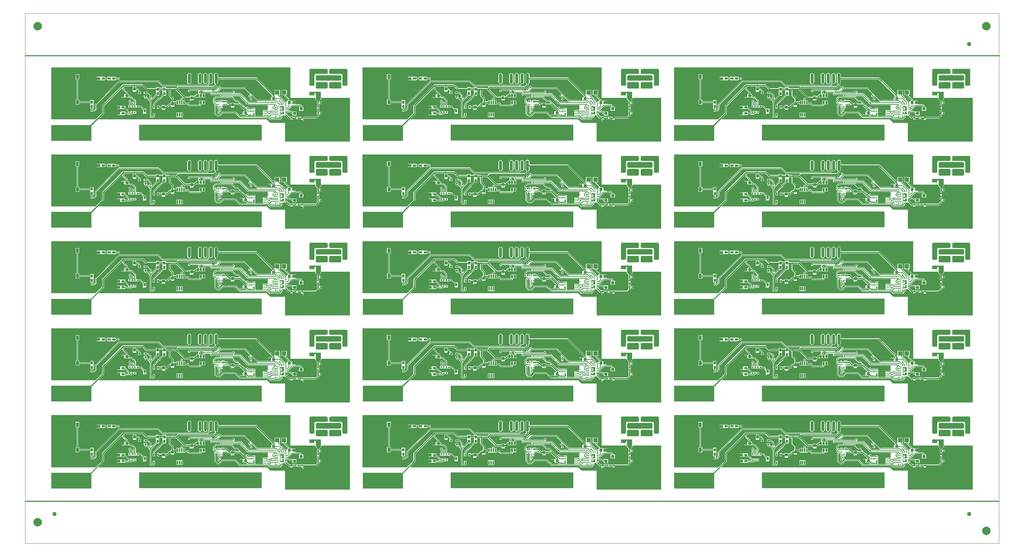
<source format=gtl>
G04*
G04 #@! TF.GenerationSoftware,Altium Limited,Altium Designer,21.4.1 (30)*
G04*
G04 Layer_Physical_Order=1*
G04 Layer_Color=255*
%FSLAX44Y44*%
%MOMM*%
G71*
G04*
G04 #@! TF.SameCoordinates,2D73B175-FFCD-4784-8361-F00341A9FACE*
G04*
G04*
G04 #@! TF.FilePolarity,Positive*
G04*
G01*
G75*
%ADD10C,1.0000*%
%ADD11R,0.5000X0.6500*%
%ADD12R,0.7000X1.0000*%
%ADD13R,0.3500X0.5500*%
%ADD14R,1.6000X0.7000*%
%ADD15R,0.5000X0.3000*%
%ADD16R,0.7500X0.6000*%
%ADD17R,0.8000X0.7000*%
%ADD18R,0.5500X0.2000*%
%ADD19R,0.2000X0.5500*%
%ADD20R,1.0600X1.0200*%
%ADD21R,0.3000X0.3000*%
%ADD22R,0.2000X1.6000*%
%ADD23R,0.5000X0.2500*%
G04:AMPARAMS|DCode=24|XSize=2.4mm|YSize=0.76mm|CornerRadius=0mm|HoleSize=0mm|Usage=FLASHONLY|Rotation=270.000|XOffset=0mm|YOffset=0mm|HoleType=Round|Shape=Octagon|*
%AMOCTAGOND24*
4,1,8,-0.1900,-1.2000,0.1900,-1.2000,0.3800,-1.0100,0.3800,1.0100,0.1900,1.2000,-0.1900,1.2000,-0.3800,1.0100,-0.3800,-1.0100,-0.1900,-1.2000,0.0*
%
%ADD24OCTAGOND24*%

%ADD25O,0.7600X2.4000*%
%ADD26R,0.4000X0.2300*%
%ADD27R,0.4000X0.2000*%
%ADD28R,0.2000X0.4000*%
%ADD29R,0.6400X0.6800*%
%ADD30R,0.3000X0.3000*%
%ADD31R,9.5000X3.8000*%
%ADD32R,0.3000X0.8500*%
%ADD33R,1.6000X0.9800*%
%ADD34R,0.4000X0.3500*%
%ADD35R,29.0000X3.8000*%
%ADD36R,0.6800X0.6400*%
%ADD37R,0.6000X0.7500*%
%ADD38C,0.1500*%
%ADD39C,0.2540*%
%ADD40C,0.1020*%
%ADD41C,0.1000*%
%ADD42C,0.1520*%
%ADD43C,0.2000*%
%ADD44C,2.0000*%
%ADD45C,0.3500*%
G36*
X2097500Y1052885D02*
X2156468D01*
Y1051145D01*
X2156574Y1050888D01*
X2156688Y1050318D01*
X2157189Y1049567D01*
X2160885Y1045871D01*
Y1043020D01*
X2160735D01*
Y1038020D01*
X2160885D01*
Y1034136D01*
X2160700D01*
Y1029905D01*
X2160700Y1029136D01*
X2160700Y1027866D01*
Y1023635D01*
X2160885D01*
Y1018686D01*
X2160700D01*
Y1013686D01*
X2160886D01*
Y1011844D01*
X2157141Y1008100D01*
X2135000D01*
X2135000Y1008100D01*
X2127900D01*
Y1008286D01*
X2122900D01*
Y1008020D01*
X2118850D01*
Y1008186D01*
X2114620D01*
X2113850Y1008186D01*
X2112580Y1008186D01*
X2108350D01*
Y1008000D01*
X2102600D01*
Y1008485D01*
X2097600D01*
Y1008000D01*
X2095659D01*
X2090100Y1013559D01*
Y1015285D01*
X2088193D01*
X2087986Y1015424D01*
X2087100Y1015600D01*
X2086336Y1015448D01*
X2086075Y1015492D01*
X2085066Y1015988D01*
Y1019286D01*
X2087453D01*
X2087961Y1018777D01*
X2087961Y1018777D01*
X2088544Y1018388D01*
X2089230Y1018251D01*
X2089230Y1018251D01*
X2097928D01*
X2100842Y1015338D01*
X2101424Y1014949D01*
X2102110Y1014812D01*
X2102500Y1013661D01*
Y1011486D01*
X2112500D01*
Y1020486D01*
X2102500D01*
Y1020414D01*
X2101327Y1019928D01*
X2099940Y1021314D01*
X2099358Y1021703D01*
X2098671Y1021840D01*
X2090100D01*
Y1023491D01*
X2091700D01*
X2092386Y1023628D01*
X2092969Y1024017D01*
X2102443Y1033491D01*
X2120461D01*
X2121138Y1032756D01*
X2120788Y1031486D01*
X2118300D01*
Y1022486D01*
X2128300D01*
Y1031486D01*
X2125094D01*
Y1033385D01*
X2124958Y1034072D01*
X2124569Y1034654D01*
X2124569Y1034654D01*
X2122669Y1036554D01*
X2122087Y1036943D01*
X2121400Y1037080D01*
X2109597D01*
X2109200Y1038186D01*
Y1038785D01*
X2101800D01*
X2101800Y1045185D01*
X2109200Y1045185D01*
Y1045786D01*
X2099600Y1045786D01*
Y1046186D01*
X2097915D01*
X2096994Y1046919D01*
X2096858Y1047606D01*
X2096469Y1048188D01*
X2094786Y1049871D01*
X2086645Y1058012D01*
X2087131Y1059185D01*
X2089000D01*
Y1071385D01*
X2076400D01*
Y1059185D01*
X2081529D01*
Y1058796D01*
X2081666Y1058109D01*
X2082055Y1057527D01*
X2092248Y1047334D01*
X2091100Y1046186D01*
X2090800D01*
Y1045885D01*
X2087969Y1043054D01*
X2072660Y1058364D01*
X2073000Y1059185D01*
X2073000D01*
Y1071385D01*
X2060400D01*
Y1060555D01*
X2059130Y1060029D01*
X2024773Y1094386D01*
X2019037Y1100122D01*
X2018286Y1100624D01*
X2017400Y1100800D01*
X1926950D01*
Y1109085D01*
X1924550Y1111486D01*
X1919750D01*
X1917350Y1109085D01*
Y1087886D01*
X1919750Y1085486D01*
X1919836D01*
Y1083894D01*
X1916258Y1080317D01*
X1903703D01*
X1903206Y1081518D01*
X1907502Y1085814D01*
X1907577Y1085764D01*
X1909450Y1085391D01*
X1911323Y1085764D01*
X1912911Y1086825D01*
X1913972Y1088413D01*
X1914344Y1090285D01*
Y1106685D01*
X1913972Y1108558D01*
X1912911Y1110146D01*
X1911323Y1111207D01*
X1909450Y1111580D01*
X1907577Y1111207D01*
X1905989Y1110146D01*
X1904928Y1108558D01*
X1904556Y1106685D01*
Y1090285D01*
X1904928Y1088413D01*
X1904979Y1088337D01*
X1899911Y1083270D01*
X1797189D01*
X1787512Y1092947D01*
X1786933Y1093334D01*
X1786250Y1093470D01*
X1692700D01*
X1692017Y1093334D01*
X1691438Y1092947D01*
X1637038Y1038547D01*
X1636651Y1037968D01*
X1636516Y1037286D01*
Y1028025D01*
X1633061Y1024570D01*
X1631005D01*
X1630684Y1024890D01*
Y1027586D01*
X1633000D01*
Y1036786D01*
X1633000Y1037085D01*
Y1038085D01*
X1633000Y1038385D01*
Y1047586D01*
X1625000D01*
Y1044270D01*
X1599400D01*
Y1048485D01*
X1596684D01*
Y1096486D01*
X1599400D01*
Y1108485D01*
X1590400D01*
Y1096486D01*
X1593116D01*
Y1048485D01*
X1590400D01*
Y1036486D01*
X1599400D01*
Y1040701D01*
X1625000D01*
Y1038385D01*
X1625000Y1038085D01*
Y1037085D01*
X1625000Y1036786D01*
Y1027586D01*
X1627116D01*
Y1024890D01*
X1626569Y1024343D01*
X1626150Y1023333D01*
Y1022238D01*
X1626569Y1021228D01*
X1627342Y1020454D01*
X1628353Y1020035D01*
X1629447D01*
X1630458Y1020454D01*
X1631005Y1021001D01*
X1633800D01*
X1634483Y1021137D01*
X1635062Y1021524D01*
X1639562Y1026024D01*
X1639948Y1026603D01*
X1640084Y1027286D01*
Y1036546D01*
X1693439Y1089901D01*
X1785511D01*
X1795189Y1080224D01*
X1795768Y1079837D01*
X1796450Y1079701D01*
X1830304D01*
X1830843Y1078401D01*
X1828077Y1075636D01*
X1828053D01*
X1827959Y1075596D01*
X1827940Y1075600D01*
X1814375D01*
X1814358Y1075617D01*
X1813347Y1076036D01*
X1812253D01*
X1811564Y1075750D01*
X1803700D01*
Y1078186D01*
X1795700D01*
Y1076200D01*
X1788100D01*
Y1078186D01*
X1780100D01*
Y1075750D01*
X1758963D01*
X1750891Y1083822D01*
X1750140Y1084324D01*
X1749254Y1084500D01*
X1730316D01*
X1729747Y1084735D01*
X1728653D01*
X1728085Y1084500D01*
X1704375D01*
X1704358Y1084517D01*
X1703347Y1084936D01*
X1702253D01*
X1701242Y1084517D01*
X1700469Y1083743D01*
X1700050Y1082732D01*
Y1082709D01*
X1653543Y1036202D01*
X1653042Y1035451D01*
X1652865Y1034566D01*
Y1017124D01*
X1637427Y1001685D01*
X1532715D01*
Y1124542D01*
X2044400D01*
Y1124542D01*
X2097500Y1124542D01*
Y1052885D01*
D02*
G37*
G36*
X1362100D02*
X1421068D01*
Y1051145D01*
X1421174Y1050888D01*
X1421288Y1050318D01*
X1421789Y1049567D01*
X1425486Y1045871D01*
Y1043020D01*
X1425335D01*
Y1038020D01*
X1425486D01*
Y1034136D01*
X1425300D01*
Y1029905D01*
X1425300Y1029136D01*
X1425300Y1027866D01*
Y1023635D01*
X1425486D01*
Y1018686D01*
X1425300D01*
Y1013686D01*
X1425486D01*
Y1011844D01*
X1421741Y1008100D01*
X1399600D01*
X1399600Y1008100D01*
X1392500D01*
Y1008286D01*
X1387500D01*
Y1008020D01*
X1383450D01*
Y1008186D01*
X1379220D01*
X1378450Y1008186D01*
X1377180Y1008186D01*
X1372950D01*
Y1008000D01*
X1367200D01*
Y1008485D01*
X1362200D01*
Y1008000D01*
X1360259D01*
X1354700Y1013559D01*
Y1015285D01*
X1352793D01*
X1352586Y1015424D01*
X1351700Y1015600D01*
X1350936Y1015448D01*
X1350676Y1015492D01*
X1349666Y1015988D01*
Y1019286D01*
X1352053D01*
X1352561Y1018777D01*
X1352561Y1018777D01*
X1353144Y1018388D01*
X1353830Y1018251D01*
X1353831Y1018251D01*
X1362528D01*
X1365441Y1015338D01*
X1366024Y1014949D01*
X1366710Y1014812D01*
X1367100Y1013661D01*
Y1011486D01*
X1377100D01*
Y1020486D01*
X1367100D01*
Y1020414D01*
X1365927Y1019928D01*
X1364540Y1021314D01*
X1363958Y1021703D01*
X1363271Y1021840D01*
X1354700D01*
Y1023491D01*
X1356300D01*
X1356986Y1023628D01*
X1357569Y1024017D01*
X1367043Y1033491D01*
X1385061D01*
X1385738Y1032756D01*
X1385388Y1031486D01*
X1382900D01*
Y1022486D01*
X1392900D01*
Y1031486D01*
X1389695D01*
Y1033385D01*
X1389558Y1034072D01*
X1389169Y1034654D01*
X1389169Y1034654D01*
X1387269Y1036554D01*
X1386687Y1036943D01*
X1386000Y1037080D01*
X1374197D01*
X1373800Y1038186D01*
Y1038785D01*
X1366400D01*
X1366400Y1045185D01*
X1373800Y1045185D01*
Y1045786D01*
X1364200Y1045786D01*
Y1046186D01*
X1362515D01*
X1361595Y1046919D01*
X1361458Y1047606D01*
X1361069Y1048188D01*
X1359386Y1049871D01*
X1351245Y1058012D01*
X1351731Y1059185D01*
X1353600D01*
Y1071385D01*
X1341000D01*
Y1059185D01*
X1346129D01*
Y1058796D01*
X1346266Y1058109D01*
X1346655Y1057527D01*
X1356848Y1047334D01*
X1355700Y1046186D01*
X1355400D01*
Y1045885D01*
X1352569Y1043054D01*
X1337260Y1058364D01*
X1337600Y1059185D01*
X1337600D01*
Y1071385D01*
X1325000D01*
Y1060555D01*
X1323730Y1060029D01*
X1289373Y1094386D01*
X1283637Y1100122D01*
X1282886Y1100624D01*
X1282000Y1100800D01*
X1191550D01*
Y1109085D01*
X1189150Y1111486D01*
X1184350D01*
X1181950Y1109085D01*
Y1087886D01*
X1184350Y1085486D01*
X1184436D01*
Y1083894D01*
X1180858Y1080317D01*
X1168303D01*
X1167806Y1081518D01*
X1172102Y1085814D01*
X1172177Y1085764D01*
X1174050Y1085391D01*
X1175923Y1085764D01*
X1177511Y1086825D01*
X1178571Y1088413D01*
X1178944Y1090285D01*
Y1106685D01*
X1178571Y1108558D01*
X1177511Y1110146D01*
X1175923Y1111207D01*
X1174050Y1111580D01*
X1172177Y1111207D01*
X1170589Y1110146D01*
X1169529Y1108558D01*
X1169156Y1106685D01*
Y1090285D01*
X1169529Y1088413D01*
X1169579Y1088337D01*
X1164511Y1083270D01*
X1061789D01*
X1052112Y1092947D01*
X1051533Y1093334D01*
X1050850Y1093470D01*
X957300D01*
X956617Y1093334D01*
X956038Y1092947D01*
X901638Y1038547D01*
X901252Y1037968D01*
X901116Y1037286D01*
Y1028025D01*
X897661Y1024570D01*
X895605D01*
X895284Y1024890D01*
Y1027586D01*
X897600D01*
Y1036786D01*
X897600Y1037085D01*
Y1038085D01*
X897600Y1038385D01*
Y1047586D01*
X889600D01*
Y1044270D01*
X864000D01*
Y1048485D01*
X861284D01*
Y1096486D01*
X864000D01*
Y1108485D01*
X855000D01*
Y1096486D01*
X857716D01*
Y1048485D01*
X855000D01*
Y1036486D01*
X864000D01*
Y1040701D01*
X889600D01*
Y1038385D01*
X889600Y1038085D01*
Y1037085D01*
X889600Y1036786D01*
Y1027586D01*
X891716D01*
Y1024890D01*
X891169Y1024343D01*
X890750Y1023333D01*
Y1022238D01*
X891169Y1021228D01*
X891942Y1020454D01*
X892953Y1020035D01*
X894047D01*
X895058Y1020454D01*
X895605Y1021001D01*
X898400D01*
X899083Y1021137D01*
X899662Y1021524D01*
X904162Y1026024D01*
X904548Y1026603D01*
X904684Y1027286D01*
Y1036546D01*
X958039Y1089901D01*
X1050111D01*
X1059789Y1080224D01*
X1060368Y1079837D01*
X1061050Y1079701D01*
X1094904D01*
X1095443Y1078401D01*
X1092677Y1075636D01*
X1092653D01*
X1092559Y1075596D01*
X1092540Y1075600D01*
X1078975D01*
X1078958Y1075617D01*
X1077947Y1076036D01*
X1076853D01*
X1076164Y1075750D01*
X1068300D01*
Y1078186D01*
X1060300D01*
Y1076200D01*
X1052700D01*
Y1078186D01*
X1044700D01*
Y1075750D01*
X1023563D01*
X1015490Y1083822D01*
X1014740Y1084324D01*
X1013854Y1084500D01*
X994916D01*
X994347Y1084735D01*
X993253D01*
X992684Y1084500D01*
X968975D01*
X968958Y1084517D01*
X967947Y1084936D01*
X966853D01*
X965842Y1084517D01*
X965069Y1083743D01*
X964650Y1082732D01*
Y1082709D01*
X918143Y1036202D01*
X917642Y1035451D01*
X917466Y1034566D01*
Y1017124D01*
X902027Y1001685D01*
X797315D01*
Y1124542D01*
X1309000D01*
Y1124542D01*
X1362100Y1124542D01*
Y1052885D01*
D02*
G37*
G36*
X626700D02*
X685668D01*
Y1051145D01*
X685774Y1050888D01*
X685888Y1050318D01*
X686389Y1049567D01*
X690086Y1045871D01*
Y1043020D01*
X689935D01*
Y1038020D01*
X690086D01*
Y1034136D01*
X689900D01*
Y1029905D01*
X689900Y1029136D01*
X689900Y1027866D01*
Y1023635D01*
X690086D01*
Y1018686D01*
X689900D01*
Y1013686D01*
X690086D01*
Y1011844D01*
X686341Y1008100D01*
X664200D01*
X664200Y1008100D01*
X657100D01*
Y1008286D01*
X652100D01*
Y1008020D01*
X648050D01*
Y1008186D01*
X643820D01*
X643050Y1008186D01*
X641780Y1008186D01*
X637550D01*
Y1008000D01*
X631800D01*
Y1008485D01*
X626800D01*
Y1008000D01*
X624859D01*
X619300Y1013559D01*
Y1015285D01*
X617393D01*
X617186Y1015424D01*
X616300Y1015600D01*
X615536Y1015448D01*
X615275Y1015492D01*
X614266Y1015988D01*
Y1019286D01*
X616653D01*
X617161Y1018777D01*
X617161Y1018777D01*
X617744Y1018388D01*
X618430Y1018251D01*
X618430Y1018251D01*
X627128D01*
X630042Y1015338D01*
X630624Y1014949D01*
X631310Y1014812D01*
X631700Y1013661D01*
Y1011486D01*
X641700D01*
Y1020486D01*
X631700D01*
Y1020414D01*
X630527Y1019928D01*
X629140Y1021314D01*
X628558Y1021703D01*
X627871Y1021840D01*
X619300D01*
Y1023491D01*
X620900D01*
X621586Y1023628D01*
X622169Y1024017D01*
X631643Y1033491D01*
X649661D01*
X650338Y1032756D01*
X649988Y1031486D01*
X647500D01*
Y1022486D01*
X657500D01*
Y1031486D01*
X654295D01*
Y1033385D01*
X654158Y1034072D01*
X653769Y1034654D01*
X653769Y1034654D01*
X651869Y1036554D01*
X651287Y1036943D01*
X650600Y1037080D01*
X638797D01*
X638400Y1038186D01*
Y1038785D01*
X631000D01*
X631000Y1045185D01*
X638400Y1045185D01*
Y1045786D01*
X628800Y1045786D01*
Y1046186D01*
X627115D01*
X626194Y1046919D01*
X626058Y1047606D01*
X625669Y1048188D01*
X623986Y1049871D01*
X615845Y1058012D01*
X616331Y1059185D01*
X618200D01*
Y1071385D01*
X605600D01*
Y1059185D01*
X610729D01*
Y1058796D01*
X610866Y1058109D01*
X611255Y1057527D01*
X621448Y1047334D01*
X620300Y1046186D01*
X620000D01*
Y1045885D01*
X617169Y1043054D01*
X601860Y1058364D01*
X602200Y1059185D01*
X602200D01*
Y1071385D01*
X589600D01*
Y1060555D01*
X588330Y1060029D01*
X553973Y1094386D01*
X548237Y1100122D01*
X547486Y1100624D01*
X546600Y1100800D01*
X456150D01*
Y1109085D01*
X453750Y1111486D01*
X448950D01*
X446550Y1109085D01*
Y1087886D01*
X448950Y1085486D01*
X449035D01*
Y1083894D01*
X445458Y1080317D01*
X432903D01*
X432406Y1081518D01*
X436702Y1085814D01*
X436777Y1085764D01*
X438650Y1085391D01*
X440523Y1085764D01*
X442111Y1086825D01*
X443172Y1088413D01*
X443544Y1090285D01*
Y1106685D01*
X443172Y1108558D01*
X442111Y1110146D01*
X440523Y1111207D01*
X438650Y1111580D01*
X436777Y1111207D01*
X435189Y1110146D01*
X434128Y1108558D01*
X433756Y1106685D01*
Y1090285D01*
X434128Y1088413D01*
X434179Y1088337D01*
X429111Y1083270D01*
X326389D01*
X316712Y1092947D01*
X316133Y1093334D01*
X315450Y1093470D01*
X221900D01*
X221217Y1093334D01*
X220638Y1092947D01*
X166238Y1038547D01*
X165851Y1037968D01*
X165716Y1037286D01*
Y1028025D01*
X162261Y1024570D01*
X160205D01*
X159884Y1024890D01*
Y1027586D01*
X162200D01*
Y1036786D01*
X162200Y1037085D01*
Y1038085D01*
X162200Y1038385D01*
Y1047586D01*
X154200D01*
Y1044270D01*
X128600D01*
Y1048485D01*
X125884D01*
Y1096486D01*
X128600D01*
Y1108485D01*
X119600D01*
Y1096486D01*
X122316D01*
Y1048485D01*
X119600D01*
Y1036486D01*
X128600D01*
Y1040701D01*
X154200D01*
Y1038385D01*
X154200Y1038085D01*
Y1037085D01*
X154200Y1036786D01*
Y1027586D01*
X156316D01*
Y1024890D01*
X155769Y1024343D01*
X155350Y1023333D01*
Y1022238D01*
X155769Y1021228D01*
X156542Y1020454D01*
X157553Y1020035D01*
X158647D01*
X159658Y1020454D01*
X160205Y1021001D01*
X163000D01*
X163683Y1021137D01*
X164262Y1021524D01*
X168762Y1026024D01*
X169149Y1026603D01*
X169284Y1027286D01*
Y1036546D01*
X222639Y1089901D01*
X314711D01*
X324389Y1080224D01*
X324967Y1079837D01*
X325650Y1079701D01*
X359504D01*
X360043Y1078401D01*
X357277Y1075636D01*
X357253D01*
X357159Y1075596D01*
X357140Y1075600D01*
X343575D01*
X343558Y1075617D01*
X342547Y1076036D01*
X341453D01*
X340764Y1075750D01*
X332900D01*
Y1078186D01*
X324900D01*
Y1076200D01*
X317300D01*
Y1078186D01*
X309300D01*
Y1075750D01*
X288163D01*
X280091Y1083822D01*
X279340Y1084324D01*
X278454Y1084500D01*
X259516D01*
X258947Y1084735D01*
X257853D01*
X257284Y1084500D01*
X233575D01*
X233558Y1084517D01*
X232547Y1084936D01*
X231453D01*
X230442Y1084517D01*
X229669Y1083743D01*
X229250Y1082732D01*
Y1082709D01*
X182743Y1036202D01*
X182242Y1035451D01*
X182066Y1034566D01*
Y1017124D01*
X166627Y1001685D01*
X61915D01*
Y1124542D01*
X573600D01*
Y1124542D01*
X626700Y1124542D01*
Y1052885D01*
D02*
G37*
G36*
X2182550Y1121145D02*
X2182845Y1121145D01*
X2183425Y1121030D01*
X2183970Y1120803D01*
X2184461Y1120474D01*
X2184670Y1120266D01*
X2184879Y1120057D01*
X2185208Y1119566D01*
X2185434Y1119020D01*
X2185550Y1118441D01*
X2185550Y1118145D01*
X2185550Y1118146D01*
X2185550Y1112145D01*
X2185550Y1111850D01*
X2185434Y1111271D01*
X2185208Y1110725D01*
X2184879Y1110234D01*
X2184670Y1110025D01*
Y1110025D01*
X2184461Y1109816D01*
X2183970Y1109488D01*
X2183425Y1109261D01*
X2182845Y1109146D01*
X2182550Y1109146D01*
X2182550D01*
X2157550Y1109145D01*
X2157256Y1109131D01*
X2156680Y1109016D01*
X2156136Y1108790D01*
X2155648Y1108463D01*
X2155430Y1108265D01*
X2155232Y1108047D01*
X2154905Y1107559D01*
X2154680Y1107016D01*
X2154565Y1106439D01*
X2154550Y1106145D01*
Y1106145D01*
X2154550Y1084146D01*
X2154550Y1083850D01*
X2154434Y1083271D01*
X2154208Y1082725D01*
X2153879Y1082234D01*
X2153670Y1082025D01*
X2153461Y1081816D01*
X2152970Y1081488D01*
X2152425Y1081261D01*
X2151845Y1081146D01*
X2151550Y1081145D01*
X2145550D01*
X2145255Y1081146D01*
X2144675Y1081261D01*
X2144130Y1081488D01*
X2143639Y1081816D01*
X2143430Y1082025D01*
X2143221Y1082234D01*
X2142892Y1082725D01*
X2142666Y1083271D01*
X2142550Y1083850D01*
X2142550Y1084145D01*
Y1084146D01*
Y1118145D01*
X2142550Y1118441D01*
X2142666Y1119020D01*
X2142892Y1119566D01*
X2143221Y1120057D01*
X2143430Y1120265D01*
X2143430D01*
X2143639Y1120474D01*
X2144130Y1120803D01*
X2144675Y1121030D01*
X2145255Y1121145D01*
X2145550Y1121145D01*
X2145550Y1121145D01*
X2182550Y1121145D01*
D02*
G37*
G36*
X1447150D02*
X1447445Y1121145D01*
X1448025Y1121030D01*
X1448570Y1120803D01*
X1449061Y1120474D01*
X1449270Y1120266D01*
X1449479Y1120057D01*
X1449808Y1119566D01*
X1450034Y1119020D01*
X1450150Y1118441D01*
X1450150Y1118145D01*
X1450150Y1118146D01*
X1450150Y1112145D01*
X1450150Y1111850D01*
X1450034Y1111271D01*
X1449808Y1110725D01*
X1449479Y1110234D01*
X1449270Y1110025D01*
Y1110025D01*
X1449061Y1109816D01*
X1448570Y1109488D01*
X1448025Y1109261D01*
X1447445Y1109146D01*
X1447150Y1109146D01*
X1447150D01*
X1422150Y1109145D01*
X1421856Y1109131D01*
X1421279Y1109016D01*
X1420737Y1108790D01*
X1420248Y1108463D01*
X1420030Y1108265D01*
X1419832Y1108047D01*
X1419505Y1107559D01*
X1419280Y1107016D01*
X1419165Y1106439D01*
X1419150Y1106145D01*
Y1106145D01*
X1419150Y1084146D01*
X1419150Y1083850D01*
X1419034Y1083271D01*
X1418808Y1082725D01*
X1418479Y1082234D01*
X1418270Y1082025D01*
X1418061Y1081816D01*
X1417570Y1081488D01*
X1417025Y1081261D01*
X1416445Y1081146D01*
X1416150Y1081145D01*
X1410150D01*
X1409855Y1081146D01*
X1409275Y1081261D01*
X1408730Y1081488D01*
X1408239Y1081816D01*
X1408030Y1082025D01*
X1407821Y1082234D01*
X1407492Y1082725D01*
X1407266Y1083271D01*
X1407150Y1083850D01*
X1407150Y1084145D01*
Y1084146D01*
Y1118145D01*
X1407150Y1118441D01*
X1407266Y1119020D01*
X1407492Y1119566D01*
X1407821Y1120057D01*
X1408030Y1120265D01*
X1408030D01*
X1408239Y1120474D01*
X1408730Y1120803D01*
X1409275Y1121030D01*
X1409855Y1121145D01*
X1410150Y1121145D01*
X1410150Y1121145D01*
X1447150Y1121145D01*
D02*
G37*
G36*
X711750D02*
X712045Y1121145D01*
X712625Y1121030D01*
X713170Y1120803D01*
X713661Y1120474D01*
X713870Y1120266D01*
X714079Y1120057D01*
X714408Y1119566D01*
X714634Y1119020D01*
X714750Y1118441D01*
X714750Y1118145D01*
X714750Y1118146D01*
X714750Y1112145D01*
X714750Y1111850D01*
X714634Y1111271D01*
X714408Y1110725D01*
X714079Y1110234D01*
X713870Y1110025D01*
Y1110025D01*
X713661Y1109816D01*
X713170Y1109488D01*
X712625Y1109261D01*
X712045Y1109146D01*
X711750Y1109146D01*
X711750D01*
X686750Y1109145D01*
X686456Y1109131D01*
X685880Y1109016D01*
X685337Y1108790D01*
X684848Y1108463D01*
X684630Y1108265D01*
X684432Y1108047D01*
X684105Y1107559D01*
X683880Y1107016D01*
X683765Y1106439D01*
X683750Y1106145D01*
Y1106145D01*
X683750Y1084146D01*
X683750Y1083850D01*
X683634Y1083271D01*
X683408Y1082725D01*
X683079Y1082234D01*
X682870Y1082025D01*
X682661Y1081816D01*
X682170Y1081488D01*
X681625Y1081261D01*
X681045Y1081146D01*
X680750Y1081145D01*
X674750D01*
X674455Y1081146D01*
X673875Y1081261D01*
X673330Y1081488D01*
X672839Y1081816D01*
X672630Y1082025D01*
X672421Y1082234D01*
X672092Y1082725D01*
X671866Y1083271D01*
X671750Y1083850D01*
X671750Y1084145D01*
Y1084146D01*
Y1118145D01*
X671750Y1118441D01*
X671866Y1119020D01*
X672092Y1119566D01*
X672421Y1120057D01*
X672630Y1120265D01*
X672630D01*
X672839Y1120474D01*
X673330Y1120803D01*
X673875Y1121030D01*
X674455Y1121145D01*
X674750Y1121145D01*
X674750Y1121145D01*
X711750Y1121145D01*
D02*
G37*
G36*
X2214550Y1106145D02*
X2214845Y1106145D01*
X2215425Y1106030D01*
X2215970Y1105803D01*
X2216461Y1105474D01*
X2216670Y1105266D01*
X2216670Y1105266D01*
X2216879Y1105057D01*
X2217208Y1104566D01*
X2217434Y1104020D01*
X2217550Y1103441D01*
X2217550Y1103146D01*
X2217550Y1096145D01*
X2217550D01*
X2217550Y1095850D01*
X2217434Y1095271D01*
X2217208Y1094725D01*
X2216879Y1094234D01*
X2216670Y1094025D01*
X2216461Y1093816D01*
X2215970Y1093488D01*
X2215425Y1093261D01*
X2214845Y1093146D01*
X2214550Y1093146D01*
X2160550D01*
X2160255Y1093146D01*
X2159675Y1093261D01*
X2159130Y1093488D01*
X2158639Y1093816D01*
X2158430Y1094025D01*
X2158221Y1094234D01*
X2157892Y1094725D01*
X2157666Y1095271D01*
X2157550Y1095850D01*
X2157550Y1096145D01*
Y1103146D01*
X2157550Y1103441D01*
X2157666Y1104020D01*
X2157892Y1104566D01*
X2158221Y1105057D01*
X2158430Y1105266D01*
X2158639Y1105474D01*
X2159130Y1105803D01*
X2159675Y1106030D01*
X2160255Y1106145D01*
X2160550Y1106145D01*
X2214550Y1106145D01*
Y1106145D01*
D02*
G37*
G36*
X1479150D02*
X1479445Y1106145D01*
X1480025Y1106030D01*
X1480570Y1105803D01*
X1481061Y1105474D01*
X1481270Y1105266D01*
X1481270Y1105266D01*
X1481479Y1105057D01*
X1481808Y1104566D01*
X1482034Y1104020D01*
X1482150Y1103441D01*
X1482150Y1103146D01*
X1482150Y1096145D01*
X1482150D01*
X1482150Y1095850D01*
X1482034Y1095271D01*
X1481808Y1094725D01*
X1481479Y1094234D01*
X1481270Y1094025D01*
X1481061Y1093816D01*
X1480570Y1093488D01*
X1480025Y1093261D01*
X1479445Y1093146D01*
X1479150Y1093146D01*
X1425150D01*
X1424855Y1093146D01*
X1424275Y1093261D01*
X1423730Y1093488D01*
X1423239Y1093816D01*
X1423030Y1094025D01*
X1422821Y1094234D01*
X1422492Y1094725D01*
X1422266Y1095271D01*
X1422150Y1095850D01*
X1422150Y1096145D01*
Y1103146D01*
X1422150Y1103441D01*
X1422266Y1104020D01*
X1422492Y1104566D01*
X1422821Y1105057D01*
X1423030Y1105266D01*
X1423239Y1105474D01*
X1423730Y1105803D01*
X1424275Y1106030D01*
X1424855Y1106145D01*
X1425150Y1106145D01*
X1479150Y1106145D01*
Y1106145D01*
D02*
G37*
G36*
X743750D02*
X744045Y1106145D01*
X744625Y1106030D01*
X745170Y1105803D01*
X745661Y1105474D01*
X745870Y1105266D01*
X745870Y1105266D01*
X746079Y1105057D01*
X746408Y1104566D01*
X746634Y1104020D01*
X746750Y1103441D01*
X746750Y1103146D01*
X746750Y1096145D01*
X746750D01*
X746750Y1095850D01*
X746634Y1095271D01*
X746408Y1094725D01*
X746079Y1094234D01*
X745870Y1094025D01*
X745661Y1093816D01*
X745170Y1093488D01*
X744625Y1093261D01*
X744045Y1093146D01*
X743750Y1093146D01*
X689750D01*
X689455Y1093146D01*
X688875Y1093261D01*
X688330Y1093488D01*
X687839Y1093816D01*
X687630Y1094025D01*
X687421Y1094234D01*
X687092Y1094725D01*
X686866Y1095271D01*
X686750Y1095850D01*
X686750Y1096145D01*
Y1103146D01*
X686750Y1103441D01*
X686866Y1104020D01*
X687092Y1104566D01*
X687421Y1105057D01*
X687630Y1105266D01*
X687839Y1105474D01*
X688330Y1105803D01*
X688875Y1106030D01*
X689455Y1106145D01*
X689750Y1106145D01*
X743750Y1106145D01*
Y1106145D01*
D02*
G37*
G36*
X2229550Y1121145D02*
X2229845Y1121145D01*
X2230425Y1121030D01*
X2230970Y1120803D01*
X2231461Y1120474D01*
X2231670Y1120266D01*
X2231670D01*
X2231879Y1120057D01*
X2232208Y1119566D01*
X2232434Y1119020D01*
X2232550Y1118441D01*
X2232550Y1118145D01*
X2232550Y1118146D01*
X2232550Y1084145D01*
X2232550Y1083850D01*
X2232434Y1083271D01*
X2232208Y1082725D01*
X2231879Y1082234D01*
X2231670Y1082025D01*
X2231461Y1081816D01*
X2230970Y1081488D01*
X2230425Y1081261D01*
X2229845Y1081146D01*
X2229550Y1081145D01*
X2223550D01*
X2223255Y1081146D01*
X2222675Y1081261D01*
X2222130Y1081488D01*
X2221639Y1081816D01*
X2221430Y1082025D01*
X2221221Y1082234D01*
X2220892Y1082725D01*
X2220666Y1083271D01*
X2220550Y1083850D01*
X2220550Y1084146D01*
X2220550Y1106145D01*
X2220535Y1106439D01*
X2220420Y1107016D01*
X2220195Y1107559D01*
X2219868Y1108047D01*
X2219670Y1108265D01*
X2219452Y1108463D01*
X2218963Y1108790D01*
X2218421Y1109016D01*
X2217844Y1109131D01*
X2217550Y1109145D01*
Y1109146D01*
X2192570D01*
X2192275Y1109146D01*
X2191695Y1109261D01*
X2191150Y1109488D01*
X2190659Y1109816D01*
X2190450Y1110025D01*
Y1110025D01*
X2190241Y1110234D01*
X2189912Y1110725D01*
X2189686Y1111271D01*
X2189570Y1111850D01*
X2189570Y1112145D01*
Y1112145D01*
Y1118146D01*
X2189570Y1118441D01*
X2189686Y1119020D01*
X2189912Y1119566D01*
X2190241Y1120057D01*
X2190450Y1120266D01*
Y1120266D01*
X2190659Y1120474D01*
X2191150Y1120803D01*
X2191695Y1121030D01*
X2192275Y1121145D01*
X2192570Y1121145D01*
X2192570Y1121145D01*
X2229550Y1121145D01*
D02*
G37*
G36*
X1494150D02*
X1494445Y1121145D01*
X1495025Y1121030D01*
X1495570Y1120803D01*
X1496061Y1120474D01*
X1496270Y1120266D01*
X1496270D01*
X1496479Y1120057D01*
X1496808Y1119566D01*
X1497034Y1119020D01*
X1497150Y1118441D01*
X1497150Y1118145D01*
X1497150Y1118146D01*
X1497150Y1084145D01*
X1497150Y1083850D01*
X1497034Y1083271D01*
X1496808Y1082725D01*
X1496479Y1082234D01*
X1496270Y1082025D01*
X1496061Y1081816D01*
X1495570Y1081488D01*
X1495025Y1081261D01*
X1494445Y1081146D01*
X1494150Y1081145D01*
X1488150D01*
X1487855Y1081146D01*
X1487275Y1081261D01*
X1486730Y1081488D01*
X1486239Y1081816D01*
X1486030Y1082025D01*
X1485821Y1082234D01*
X1485492Y1082725D01*
X1485266Y1083271D01*
X1485150Y1083850D01*
X1485150Y1084146D01*
X1485150Y1106145D01*
X1485135Y1106439D01*
X1485020Y1107016D01*
X1484795Y1107559D01*
X1484468Y1108047D01*
X1484270Y1108265D01*
X1484052Y1108463D01*
X1483564Y1108790D01*
X1483020Y1109016D01*
X1482444Y1109131D01*
X1482150Y1109145D01*
Y1109146D01*
X1457170D01*
X1456875Y1109146D01*
X1456295Y1109261D01*
X1455750Y1109488D01*
X1455259Y1109816D01*
X1455050Y1110025D01*
Y1110025D01*
X1454841Y1110234D01*
X1454512Y1110725D01*
X1454286Y1111271D01*
X1454170Y1111850D01*
X1454170Y1112145D01*
Y1112145D01*
Y1118146D01*
X1454170Y1118441D01*
X1454286Y1119020D01*
X1454512Y1119566D01*
X1454841Y1120057D01*
X1455050Y1120266D01*
Y1120266D01*
X1455259Y1120474D01*
X1455750Y1120803D01*
X1456295Y1121030D01*
X1456875Y1121145D01*
X1457170Y1121145D01*
X1457170Y1121145D01*
X1494150Y1121145D01*
D02*
G37*
G36*
X758750D02*
X759045Y1121145D01*
X759625Y1121030D01*
X760170Y1120803D01*
X760661Y1120474D01*
X760870Y1120266D01*
X760870D01*
X761079Y1120057D01*
X761408Y1119566D01*
X761634Y1119020D01*
X761750Y1118441D01*
X761750Y1118145D01*
X761750Y1118146D01*
X761750Y1084145D01*
X761750Y1083850D01*
X761634Y1083271D01*
X761408Y1082725D01*
X761079Y1082234D01*
X760870Y1082025D01*
X760661Y1081816D01*
X760170Y1081488D01*
X759625Y1081261D01*
X759045Y1081146D01*
X758750Y1081145D01*
X752750D01*
X752455Y1081146D01*
X751875Y1081261D01*
X751330Y1081488D01*
X750839Y1081816D01*
X750630Y1082025D01*
X750421Y1082234D01*
X750092Y1082725D01*
X749866Y1083271D01*
X749750Y1083850D01*
X749750Y1084146D01*
X749750Y1106145D01*
X749735Y1106439D01*
X749620Y1107016D01*
X749395Y1107559D01*
X749068Y1108047D01*
X748870Y1108265D01*
X748652Y1108463D01*
X748164Y1108790D01*
X747620Y1109016D01*
X747044Y1109131D01*
X746750Y1109145D01*
Y1109146D01*
X721770D01*
X721475Y1109146D01*
X720895Y1109261D01*
X720350Y1109488D01*
X719859Y1109816D01*
X719650Y1110025D01*
Y1110025D01*
X719441Y1110234D01*
X719112Y1110725D01*
X718886Y1111271D01*
X718770Y1111850D01*
X718770Y1112145D01*
Y1112145D01*
Y1118146D01*
X718770Y1118441D01*
X718886Y1119020D01*
X719112Y1119566D01*
X719441Y1120057D01*
X719650Y1120266D01*
Y1120266D01*
X719859Y1120474D01*
X720350Y1120803D01*
X720895Y1121030D01*
X721475Y1121145D01*
X721770Y1121145D01*
X721770Y1121145D01*
X758750Y1121145D01*
D02*
G37*
G36*
X2214550Y1090145D02*
X2214845Y1090145D01*
X2215425Y1090030D01*
X2215970Y1089803D01*
X2216461Y1089474D01*
X2216670Y1089265D01*
X2216879Y1089057D01*
X2217208Y1088566D01*
X2217434Y1088020D01*
X2217550Y1087441D01*
X2217550Y1087145D01*
X2217550Y1077645D01*
X2217550D01*
X2217550Y1077350D01*
X2217434Y1076771D01*
X2217208Y1076225D01*
X2216879Y1075734D01*
X2216670Y1075526D01*
Y1075525D01*
X2216461Y1075316D01*
X2215970Y1074988D01*
X2215425Y1074761D01*
X2214845Y1074646D01*
X2214550Y1074645D01*
X2192550D01*
X2192255Y1074646D01*
X2191675Y1074761D01*
X2191130Y1074988D01*
X2190639Y1075316D01*
X2190430Y1075526D01*
X2190430D01*
X2190221Y1075734D01*
X2189892Y1076225D01*
X2189666Y1076771D01*
X2189550Y1077350D01*
X2189550Y1077645D01*
Y1087145D01*
X2189550Y1087441D01*
X2189666Y1088020D01*
X2189892Y1088566D01*
X2190221Y1089057D01*
X2190430Y1089266D01*
X2190430D01*
X2190639Y1089474D01*
X2191130Y1089803D01*
X2191675Y1090030D01*
X2192255Y1090145D01*
X2192550Y1090145D01*
X2214550Y1090145D01*
Y1090145D01*
D02*
G37*
G36*
X2182550D02*
X2182845Y1090145D01*
X2183425Y1090030D01*
X2183970Y1089803D01*
X2184461Y1089474D01*
X2184670Y1089266D01*
Y1089265D01*
X2184879Y1089057D01*
X2185208Y1088566D01*
X2185434Y1088020D01*
X2185550Y1087441D01*
X2185550Y1087145D01*
X2185550Y1077645D01*
X2185550Y1077645D01*
X2185550Y1077350D01*
X2185434Y1076771D01*
X2185208Y1076225D01*
X2184879Y1075734D01*
X2184670Y1075526D01*
X2184670Y1075525D01*
X2184461Y1075316D01*
X2183970Y1074988D01*
X2183425Y1074761D01*
X2182845Y1074646D01*
X2182550Y1074645D01*
X2160550D01*
X2160255Y1074646D01*
X2159675Y1074761D01*
X2159130Y1074988D01*
X2158639Y1075316D01*
X2158430Y1075526D01*
X2158221Y1075734D01*
X2157892Y1076225D01*
X2157666Y1076771D01*
X2157550Y1077350D01*
X2157550Y1077645D01*
Y1087145D01*
X2157550Y1087441D01*
X2157666Y1088020D01*
X2157892Y1088566D01*
X2158221Y1089057D01*
X2158430Y1089266D01*
X2158639Y1089474D01*
X2159130Y1089803D01*
X2159675Y1090030D01*
X2160255Y1090145D01*
X2160550Y1090145D01*
X2182550Y1090145D01*
X2182550Y1090145D01*
D02*
G37*
G36*
X1479150D02*
X1479445Y1090145D01*
X1480025Y1090030D01*
X1480570Y1089803D01*
X1481061Y1089474D01*
X1481270Y1089265D01*
X1481479Y1089057D01*
X1481808Y1088566D01*
X1482034Y1088020D01*
X1482150Y1087441D01*
X1482150Y1087145D01*
X1482150Y1077645D01*
X1482150D01*
X1482150Y1077350D01*
X1482034Y1076771D01*
X1481808Y1076225D01*
X1481479Y1075734D01*
X1481270Y1075526D01*
Y1075525D01*
X1481061Y1075316D01*
X1480570Y1074988D01*
X1480025Y1074761D01*
X1479445Y1074646D01*
X1479150Y1074645D01*
X1457150D01*
X1456855Y1074646D01*
X1456275Y1074761D01*
X1455730Y1074988D01*
X1455239Y1075316D01*
X1455030Y1075526D01*
X1455030D01*
X1454821Y1075734D01*
X1454492Y1076225D01*
X1454266Y1076771D01*
X1454150Y1077350D01*
X1454150Y1077645D01*
Y1087145D01*
X1454150Y1087441D01*
X1454266Y1088020D01*
X1454492Y1088566D01*
X1454821Y1089057D01*
X1455030Y1089266D01*
X1455030D01*
X1455239Y1089474D01*
X1455730Y1089803D01*
X1456275Y1090030D01*
X1456855Y1090145D01*
X1457150Y1090145D01*
X1479150Y1090145D01*
Y1090145D01*
D02*
G37*
G36*
X1447150D02*
X1447445Y1090145D01*
X1448025Y1090030D01*
X1448570Y1089803D01*
X1449061Y1089474D01*
X1449270Y1089266D01*
Y1089265D01*
X1449479Y1089057D01*
X1449808Y1088566D01*
X1450034Y1088020D01*
X1450150Y1087441D01*
X1450150Y1087145D01*
X1450150Y1077645D01*
X1450150Y1077645D01*
X1450150Y1077350D01*
X1450034Y1076771D01*
X1449808Y1076225D01*
X1449479Y1075734D01*
X1449270Y1075526D01*
X1449270Y1075525D01*
X1449061Y1075316D01*
X1448570Y1074988D01*
X1448025Y1074761D01*
X1447445Y1074646D01*
X1447150Y1074645D01*
X1425150D01*
X1424855Y1074646D01*
X1424275Y1074761D01*
X1423730Y1074988D01*
X1423239Y1075316D01*
X1423030Y1075526D01*
X1422821Y1075734D01*
X1422492Y1076225D01*
X1422266Y1076771D01*
X1422150Y1077350D01*
X1422150Y1077645D01*
Y1087145D01*
X1422150Y1087441D01*
X1422266Y1088020D01*
X1422492Y1088566D01*
X1422821Y1089057D01*
X1423030Y1089266D01*
X1423239Y1089474D01*
X1423730Y1089803D01*
X1424275Y1090030D01*
X1424855Y1090145D01*
X1425150Y1090145D01*
X1447150Y1090145D01*
X1447150Y1090145D01*
D02*
G37*
G36*
X743750D02*
X744045Y1090145D01*
X744625Y1090030D01*
X745170Y1089803D01*
X745661Y1089474D01*
X745870Y1089265D01*
X746079Y1089057D01*
X746408Y1088566D01*
X746634Y1088020D01*
X746750Y1087441D01*
X746750Y1087145D01*
X746750Y1077645D01*
X746750D01*
X746750Y1077350D01*
X746634Y1076771D01*
X746408Y1076225D01*
X746079Y1075734D01*
X745870Y1075526D01*
Y1075525D01*
X745661Y1075316D01*
X745170Y1074988D01*
X744625Y1074761D01*
X744045Y1074646D01*
X743750Y1074645D01*
X721750D01*
X721455Y1074646D01*
X720875Y1074761D01*
X720330Y1074988D01*
X719839Y1075316D01*
X719630Y1075526D01*
X719630D01*
X719421Y1075734D01*
X719092Y1076225D01*
X718866Y1076771D01*
X718750Y1077350D01*
X718750Y1077645D01*
Y1087145D01*
X718750Y1087441D01*
X718866Y1088020D01*
X719092Y1088566D01*
X719421Y1089057D01*
X719630Y1089266D01*
X719630D01*
X719839Y1089474D01*
X720330Y1089803D01*
X720875Y1090030D01*
X721455Y1090145D01*
X721750Y1090145D01*
X743750Y1090145D01*
Y1090145D01*
D02*
G37*
G36*
X711750D02*
X712045Y1090145D01*
X712625Y1090030D01*
X713170Y1089803D01*
X713661Y1089474D01*
X713870Y1089266D01*
Y1089265D01*
X714079Y1089057D01*
X714408Y1088566D01*
X714634Y1088020D01*
X714750Y1087441D01*
X714750Y1087145D01*
X714750Y1077645D01*
X714750Y1077645D01*
X714750Y1077350D01*
X714634Y1076771D01*
X714408Y1076225D01*
X714079Y1075734D01*
X713870Y1075526D01*
X713870Y1075525D01*
X713661Y1075316D01*
X713170Y1074988D01*
X712625Y1074761D01*
X712045Y1074646D01*
X711750Y1074645D01*
X689750D01*
X689455Y1074646D01*
X688875Y1074761D01*
X688330Y1074988D01*
X687839Y1075316D01*
X687630Y1075526D01*
X687421Y1075734D01*
X687092Y1076225D01*
X686866Y1076771D01*
X686750Y1077350D01*
X686750Y1077645D01*
Y1087145D01*
X686750Y1087441D01*
X686866Y1088020D01*
X687092Y1088566D01*
X687421Y1089057D01*
X687630Y1089266D01*
X687839Y1089474D01*
X688330Y1089803D01*
X688875Y1090030D01*
X689455Y1090145D01*
X689750Y1090145D01*
X711750Y1090145D01*
X711750Y1090145D01*
D02*
G37*
G36*
X1756367Y1071799D02*
X1757118Y1071297D01*
X1758004Y1071121D01*
X1780100D01*
Y1068986D01*
X1780100Y1068686D01*
Y1067685D01*
X1780100Y1067385D01*
Y1060709D01*
X1771252Y1051861D01*
X1770150Y1052598D01*
X1770250Y1052839D01*
Y1053932D01*
X1769831Y1054943D01*
X1769284Y1055490D01*
Y1059286D01*
X1769149Y1059968D01*
X1768762Y1060547D01*
X1763462Y1065847D01*
X1762883Y1066234D01*
X1762200Y1066370D01*
X1758800D01*
Y1067085D01*
X1751800D01*
Y1062085D01*
X1758800D01*
Y1062801D01*
X1761461D01*
X1765716Y1058546D01*
Y1055490D01*
X1765169Y1054943D01*
X1764750Y1053932D01*
Y1052839D01*
X1765169Y1051828D01*
X1765942Y1051054D01*
X1766953Y1050636D01*
X1768047D01*
X1768288Y1050735D01*
X1769024Y1049633D01*
X1768096Y1048705D01*
X1766404D01*
X1762162Y1052947D01*
X1761583Y1053334D01*
X1760900Y1053470D01*
X1759845D01*
X1758800Y1054085D01*
Y1059085D01*
X1751800D01*
Y1054085D01*
X1753516D01*
Y1052564D01*
X1753652Y1051881D01*
X1754038Y1051302D01*
X1754917Y1050424D01*
X1755496Y1050037D01*
X1756179Y1049901D01*
X1760161D01*
X1764550Y1045512D01*
Y1044738D01*
X1764969Y1043728D01*
X1765516Y1043181D01*
Y1008664D01*
X1765652Y1007981D01*
X1766038Y1007402D01*
X1766917Y1006524D01*
X1767496Y1006137D01*
X1768179Y1006001D01*
X1773711D01*
X1774393Y1006137D01*
X1774972Y1006524D01*
X1775851Y1007402D01*
X1776238Y1007981D01*
X1776374Y1008664D01*
Y1008986D01*
X1777950D01*
Y1016485D01*
X1772450D01*
Y1009570D01*
X1769084D01*
Y1043181D01*
X1769631Y1043728D01*
X1770050Y1044738D01*
Y1045612D01*
X1782623Y1058186D01*
X1788100D01*
Y1067385D01*
X1788100Y1067685D01*
Y1068686D01*
X1788100Y1068986D01*
Y1071571D01*
X1795700D01*
Y1068986D01*
X1795700Y1068686D01*
Y1067685D01*
X1795700Y1067385D01*
Y1060709D01*
X1787777Y1052785D01*
X1787003D01*
X1785992Y1052367D01*
X1785219Y1051593D01*
X1784800Y1050583D01*
Y1049809D01*
X1774138Y1039147D01*
X1773752Y1038568D01*
X1773616Y1037886D01*
Y1034986D01*
X1772450D01*
Y1027486D01*
X1777950D01*
Y1034986D01*
X1777184D01*
Y1037146D01*
X1787323Y1047286D01*
X1788097D01*
X1789108Y1047704D01*
X1789881Y1048478D01*
X1790300Y1049489D01*
Y1050262D01*
X1798223Y1058186D01*
X1803700D01*
Y1067385D01*
X1803700Y1067685D01*
Y1068686D01*
X1803700Y1068986D01*
Y1071121D01*
X1810486D01*
Y1058273D01*
X1810662Y1057388D01*
X1811163Y1056637D01*
X1812651Y1055149D01*
X1812651Y1055149D01*
X1817186Y1050615D01*
Y1042385D01*
X1815300D01*
Y1040400D01*
X1812800D01*
X1811914Y1040224D01*
X1811163Y1039722D01*
X1804841Y1033400D01*
X1802400D01*
Y1035486D01*
X1794000D01*
Y1033550D01*
X1787950D01*
Y1034986D01*
X1782450D01*
Y1027486D01*
X1787950D01*
Y1028921D01*
X1794000D01*
Y1026685D01*
X1794400D01*
X1794400Y1017085D01*
X1795000D01*
X1795000Y1023475D01*
X1796300Y1024485D01*
X1801400Y1024485D01*
X1801400Y1017085D01*
X1802000D01*
X1802000Y1026685D01*
X1802400D01*
Y1028771D01*
X1805800D01*
X1806686Y1028947D01*
X1807437Y1029449D01*
X1813759Y1035771D01*
X1815300D01*
Y1033586D01*
X1815700D01*
X1815700Y1023985D01*
X1816300D01*
X1816300Y1030375D01*
X1817600Y1031385D01*
X1822700Y1031385D01*
X1822700Y1023985D01*
X1823300D01*
X1823300Y1033586D01*
X1823700D01*
Y1038912D01*
X1824159Y1039371D01*
X1828900D01*
Y1036435D01*
X1833900Y1036435D01*
X1835200Y1036435D01*
X1842600D01*
X1843900Y1036435D01*
X1845200Y1036435D01*
X1848900D01*
Y1037401D01*
X1853295D01*
X1853842Y1036854D01*
X1854853Y1036435D01*
X1855947D01*
X1855973Y1036446D01*
X1858745Y1033674D01*
X1859324Y1033287D01*
X1860007Y1033151D01*
X1885121D01*
X1885804Y1033287D01*
X1886383Y1033674D01*
X1887262Y1034553D01*
X1887648Y1035131D01*
X1887784Y1035814D01*
Y1037286D01*
X1896000D01*
Y1045786D01*
X1882500D01*
Y1037286D01*
X1881434Y1036720D01*
X1860746D01*
X1858150Y1039316D01*
Y1039733D01*
X1857731Y1040743D01*
X1856958Y1041517D01*
X1855947Y1041936D01*
X1854853D01*
X1853842Y1041517D01*
X1853295Y1040970D01*
X1848900D01*
Y1046936D01*
X1843900Y1046936D01*
X1843223Y1047644D01*
X1843139Y1048235D01*
X1843381Y1048478D01*
X1843800Y1049489D01*
Y1050583D01*
X1843381Y1051593D01*
X1842608Y1052367D01*
X1841597Y1052785D01*
X1840503D01*
X1839492Y1052367D01*
X1838719Y1051593D01*
X1838300Y1050583D01*
Y1049489D01*
X1838719Y1048478D01*
X1838961Y1048235D01*
X1838423Y1046936D01*
X1833900Y1046936D01*
X1832600Y1046936D01*
X1828900D01*
Y1044000D01*
X1823200D01*
X1823114Y1043983D01*
X1821815Y1044934D01*
Y1051573D01*
X1821638Y1052459D01*
X1821137Y1053210D01*
X1815925Y1058422D01*
X1815924Y1058422D01*
X1815114Y1059232D01*
Y1070971D01*
X1826625D01*
X1827042Y1070554D01*
X1828053Y1070135D01*
X1828077D01*
X1846763Y1051449D01*
X1847514Y1050947D01*
X1848400Y1050771D01*
X1860600D01*
Y1048686D01*
X1861000D01*
X1861000Y1039085D01*
X1861600D01*
X1861600Y1045475D01*
X1862900Y1046486D01*
X1868000Y1046485D01*
X1868000Y1039085D01*
X1868600D01*
X1868600Y1048686D01*
X1869000D01*
Y1050771D01*
X1870100D01*
X1870986Y1050947D01*
X1871737Y1051449D01*
X1874799Y1054511D01*
X1876000Y1054014D01*
Y1053785D01*
X1896000D01*
Y1062286D01*
X1886034D01*
Y1063586D01*
X1885898Y1064268D01*
X1885512Y1064847D01*
X1884981Y1065378D01*
X1885046Y1065534D01*
Y1066628D01*
X1884627Y1067639D01*
X1884265Y1068001D01*
X1884803Y1069301D01*
X1890177D01*
X1890773Y1068059D01*
X1890355Y1067048D01*
Y1065954D01*
X1890773Y1064943D01*
X1891547Y1064170D01*
X1892558Y1063751D01*
X1893652D01*
X1894662Y1064170D01*
X1895210Y1064717D01*
X1908404D01*
X1908942Y1063417D01*
X1908669Y1063143D01*
X1908250Y1062132D01*
Y1061039D01*
X1908669Y1060028D01*
X1909442Y1059254D01*
X1910453Y1058836D01*
X1911547D01*
X1912558Y1059254D01*
X1913105Y1059801D01*
X1931527D01*
X1932450Y1058633D01*
Y1057539D01*
X1931527Y1056370D01*
X1921400D01*
X1920717Y1056234D01*
X1920138Y1055847D01*
X1915738Y1051447D01*
X1915352Y1050868D01*
X1915216Y1050185D01*
Y1042186D01*
X1915352Y1041503D01*
X1915738Y1040924D01*
X1918926Y1037737D01*
X1918600Y1036224D01*
X1918342Y1036117D01*
X1917569Y1035343D01*
X1917150Y1034333D01*
Y1033239D01*
X1917569Y1032228D01*
X1918116Y1031681D01*
Y1015985D01*
X1918252Y1015303D01*
X1918638Y1014724D01*
X1923938Y1009424D01*
X1924517Y1009037D01*
X1925200Y1008901D01*
X1930800D01*
X1931483Y1009037D01*
X1932062Y1009424D01*
X1939139Y1016501D01*
X1967461D01*
X1977738Y1006224D01*
X1978317Y1005837D01*
X1979000Y1005701D01*
X2044825D01*
X2049003Y1001524D01*
X2049582Y1001137D01*
X2050264Y1001001D01*
X2072507D01*
X2073190Y1001137D01*
X2073768Y1001524D01*
X2076310Y1004065D01*
X2078112Y1005867D01*
X2078391Y1006285D01*
X2079100D01*
Y1010489D01*
X2080200Y1011186D01*
X2085206D01*
X2085826Y1010566D01*
X2086336Y1010777D01*
X2093063Y1004049D01*
X2093814Y1003547D01*
X2094700Y1003371D01*
X2096697D01*
X2097600Y1002485D01*
Y1002137D01*
D01*
X2097600Y997485D01*
X2098600D01*
X2098600Y1001485D01*
X2098870Y1001485D01*
X2101330D01*
X2101600Y1001485D01*
X2101600Y997485D01*
X2102600D01*
X2102600Y1002137D01*
D01*
Y1002137D01*
X2102600D01*
X2103251Y1003124D01*
X2103503Y1003371D01*
X2108350D01*
Y1003186D01*
X2112580D01*
X2113350Y1003186D01*
X2114620Y1003186D01*
X2118850D01*
Y1003391D01*
X2122503D01*
X2122593Y1003139D01*
X2122900Y1001937D01*
Y1001937D01*
Y1001937D01*
Y1001937D01*
X2122900Y997285D01*
X2123900D01*
Y1000127D01*
X2125170Y1001285D01*
X2126630D01*
X2126900Y1001285D01*
X2126900Y997285D01*
X2127900D01*
X2127900Y1001937D01*
D01*
Y1001937D01*
D01*
X2128045Y1003126D01*
X2128104Y1003471D01*
X2135000D01*
X2135000Y1003471D01*
X2158100D01*
X2158986Y1003647D01*
X2159737Y1004149D01*
X2164837Y1009249D01*
X2165338Y1010000D01*
X2165515Y1010885D01*
Y1013481D01*
X2165859Y1013541D01*
X2167048Y1013686D01*
X2167048D01*
X2167048D01*
X2167048D01*
X2171700Y1013685D01*
Y1014686D01*
X2168858D01*
X2167700Y1015956D01*
Y1017415D01*
X2167700Y1017685D01*
X2171700Y1017685D01*
Y1018686D01*
X2167048Y1018686D01*
D01*
X2167048D01*
D01*
X2165859Y1018830D01*
X2165515Y1018889D01*
Y1023635D01*
X2165700D01*
Y1027866D01*
X2165700Y1028635D01*
X2165700Y1029905D01*
Y1034136D01*
X2165515D01*
Y1037901D01*
X2165899Y1037939D01*
X2167083Y1038020D01*
X2167083D01*
X2167083D01*
X2167083D01*
X2171735Y1038020D01*
Y1039020D01*
X2168893D01*
X2167735Y1040291D01*
Y1041750D01*
X2167735Y1042020D01*
X2171735Y1042020D01*
Y1043020D01*
X2167083Y1043020D01*
D01*
X2167083D01*
D01*
X2165899Y1043102D01*
X2165515Y1043140D01*
Y1045312D01*
X2169915Y1049712D01*
X2170416Y1050463D01*
X2170478Y1050772D01*
X2170632Y1051145D01*
Y1052885D01*
X2238085D01*
Y949200D01*
X2085066D01*
Y993885D01*
X2049984D01*
X2042184Y1001685D01*
X1645672D01*
X1645174Y1002887D01*
X1656817Y1014529D01*
X1657318Y1015280D01*
X1657354Y1015459D01*
X1657370Y1015483D01*
X1657505Y1016165D01*
X1657495Y1016221D01*
Y1033607D01*
X1699815Y1075927D01*
X1701016Y1075430D01*
Y1073986D01*
X1701152Y1073303D01*
X1701538Y1072724D01*
X1709916Y1064346D01*
Y1061886D01*
X1707500D01*
Y1061486D01*
X1697900Y1061486D01*
Y1060885D01*
X1704290Y1060885D01*
X1705300Y1059585D01*
X1705300Y1054486D01*
X1697900Y1054485D01*
Y1053885D01*
X1707500Y1053885D01*
Y1053485D01*
X1716300D01*
Y1053664D01*
X1717501Y1054161D01*
X1718838Y1052824D01*
X1719417Y1052437D01*
X1720100Y1052301D01*
X1723261D01*
X1728866Y1046696D01*
Y1036055D01*
X1727946Y1035135D01*
X1727254D01*
X1726334Y1036055D01*
Y1038831D01*
X1726931Y1039428D01*
X1727350Y1040439D01*
Y1041533D01*
X1726931Y1042543D01*
X1726158Y1043317D01*
X1725147Y1043736D01*
X1724053D01*
X1723042Y1043317D01*
X1722269Y1042543D01*
X1721850Y1041533D01*
Y1040439D01*
X1722269Y1039428D01*
X1722766Y1038931D01*
Y1036055D01*
X1722041Y1035330D01*
X1721583Y1035216D01*
X1720509Y1035972D01*
Y1042934D01*
X1720558Y1042954D01*
X1721331Y1043728D01*
X1721750Y1044738D01*
Y1045833D01*
X1721331Y1046843D01*
X1720558Y1047617D01*
X1719547Y1048036D01*
X1718453D01*
X1717442Y1047617D01*
X1716669Y1046843D01*
X1716250Y1045833D01*
Y1044738D01*
X1716669Y1043728D01*
X1716941Y1043456D01*
Y1035135D01*
X1715450D01*
Y1029635D01*
X1721450Y1029635D01*
X1722750Y1029635D01*
X1727550Y1029635D01*
X1728850Y1029635D01*
X1733650Y1029635D01*
X1734950Y1029635D01*
X1739750D01*
Y1030601D01*
X1743961D01*
X1749700Y1024862D01*
Y1017886D01*
X1749900D01*
X1749900Y1008385D01*
X1750500D01*
X1750500Y1014775D01*
X1751800Y1015786D01*
X1756900Y1015785D01*
X1756900Y1008385D01*
X1757500D01*
X1757500Y1017886D01*
X1757700D01*
Y1027385D01*
X1752223D01*
X1745962Y1033647D01*
X1745383Y1034034D01*
X1744700Y1034170D01*
X1739750D01*
Y1035135D01*
X1733354Y1035135D01*
X1732434Y1036055D01*
Y1047436D01*
X1732298Y1048118D01*
X1731912Y1048697D01*
X1725262Y1055347D01*
X1724683Y1055734D01*
X1724000Y1055870D01*
X1720839D01*
X1717933Y1058776D01*
X1717354Y1059163D01*
X1716671Y1059298D01*
X1716300D01*
Y1061886D01*
X1713484D01*
Y1065086D01*
X1713349Y1065768D01*
X1712962Y1066347D01*
X1704584Y1074725D01*
Y1079871D01*
X1727416D01*
Y1077886D01*
X1725600D01*
Y1069085D01*
X1726000D01*
X1726000Y1059485D01*
X1726600D01*
X1726600Y1065875D01*
X1727900Y1066886D01*
X1733000Y1066885D01*
X1733000Y1059485D01*
X1733600D01*
X1733600Y1069085D01*
X1734000D01*
Y1071701D01*
X1736461D01*
X1739516Y1068646D01*
Y1067085D01*
X1737800D01*
Y1062085D01*
X1744800D01*
Y1067085D01*
X1743084D01*
Y1069386D01*
X1742948Y1070068D01*
X1742562Y1070647D01*
X1738462Y1074747D01*
X1737883Y1075134D01*
X1737200Y1075270D01*
X1734000D01*
Y1077886D01*
X1730984D01*
Y1079871D01*
X1748295D01*
X1756367Y1071799D01*
D02*
G37*
G36*
X1020967D02*
X1021718Y1071297D01*
X1022604Y1071121D01*
X1044700D01*
Y1068986D01*
X1044700Y1068686D01*
Y1067685D01*
X1044700Y1067385D01*
Y1060709D01*
X1035852Y1051861D01*
X1034750Y1052598D01*
X1034850Y1052839D01*
Y1053932D01*
X1034431Y1054943D01*
X1033884Y1055490D01*
Y1059286D01*
X1033748Y1059968D01*
X1033362Y1060547D01*
X1028062Y1065847D01*
X1027483Y1066234D01*
X1026800Y1066370D01*
X1023400D01*
Y1067085D01*
X1016400D01*
Y1062085D01*
X1023400D01*
Y1062801D01*
X1026061D01*
X1030316Y1058546D01*
Y1055490D01*
X1029769Y1054943D01*
X1029350Y1053932D01*
Y1052839D01*
X1029769Y1051828D01*
X1030542Y1051054D01*
X1031553Y1050636D01*
X1032647D01*
X1032888Y1050735D01*
X1033624Y1049633D01*
X1032696Y1048705D01*
X1031004D01*
X1026762Y1052947D01*
X1026183Y1053334D01*
X1025500Y1053470D01*
X1024445D01*
X1023400Y1054085D01*
Y1059085D01*
X1016400D01*
Y1054085D01*
X1018116D01*
Y1052564D01*
X1018252Y1051881D01*
X1018638Y1051302D01*
X1019517Y1050424D01*
X1020096Y1050037D01*
X1020779Y1049901D01*
X1024761D01*
X1029150Y1045512D01*
Y1044738D01*
X1029569Y1043728D01*
X1030116Y1043181D01*
Y1008664D01*
X1030252Y1007981D01*
X1030638Y1007402D01*
X1031517Y1006524D01*
X1032096Y1006137D01*
X1032779Y1006001D01*
X1038311D01*
X1038994Y1006137D01*
X1039572Y1006524D01*
X1040451Y1007402D01*
X1040838Y1007981D01*
X1040974Y1008664D01*
Y1008986D01*
X1042550D01*
Y1016485D01*
X1037050D01*
Y1009570D01*
X1033684D01*
Y1043181D01*
X1034231Y1043728D01*
X1034650Y1044738D01*
Y1045612D01*
X1047223Y1058186D01*
X1052700D01*
Y1067385D01*
X1052700Y1067685D01*
Y1068686D01*
X1052700Y1068986D01*
Y1071571D01*
X1060300D01*
Y1068986D01*
X1060300Y1068686D01*
Y1067685D01*
X1060300Y1067385D01*
Y1060709D01*
X1052377Y1052785D01*
X1051603D01*
X1050592Y1052367D01*
X1049819Y1051593D01*
X1049400Y1050583D01*
Y1049809D01*
X1038738Y1039147D01*
X1038352Y1038568D01*
X1038216Y1037886D01*
Y1034986D01*
X1037050D01*
Y1027486D01*
X1042550D01*
Y1034986D01*
X1041784D01*
Y1037146D01*
X1051923Y1047286D01*
X1052697D01*
X1053708Y1047704D01*
X1054481Y1048478D01*
X1054900Y1049489D01*
Y1050262D01*
X1062823Y1058186D01*
X1068300D01*
Y1067385D01*
X1068300Y1067685D01*
Y1068686D01*
X1068300Y1068986D01*
Y1071121D01*
X1075086D01*
Y1058273D01*
X1075262Y1057388D01*
X1075763Y1056637D01*
X1077251Y1055149D01*
X1077251Y1055149D01*
X1081786Y1050615D01*
Y1042385D01*
X1079900D01*
Y1040400D01*
X1077400D01*
X1076514Y1040224D01*
X1075763Y1039722D01*
X1069441Y1033400D01*
X1067000D01*
Y1035486D01*
X1058600D01*
Y1033550D01*
X1052550D01*
Y1034986D01*
X1047050D01*
Y1027486D01*
X1052550D01*
Y1028921D01*
X1058600D01*
Y1026685D01*
X1059000D01*
X1059000Y1017085D01*
X1059600D01*
X1059600Y1023475D01*
X1060900Y1024485D01*
X1066000Y1024485D01*
X1066000Y1017085D01*
X1066600D01*
X1066600Y1026685D01*
X1067000D01*
Y1028771D01*
X1070400D01*
X1071286Y1028947D01*
X1072037Y1029449D01*
X1078359Y1035771D01*
X1079900D01*
Y1033586D01*
X1080300D01*
X1080300Y1023985D01*
X1080900D01*
X1080900Y1030375D01*
X1082200Y1031385D01*
X1087300Y1031385D01*
X1087300Y1023985D01*
X1087900D01*
X1087900Y1033586D01*
X1088300D01*
Y1038912D01*
X1088759Y1039371D01*
X1093500D01*
Y1036435D01*
X1098500Y1036435D01*
X1099800Y1036435D01*
X1107200D01*
X1108500Y1036435D01*
X1109800Y1036435D01*
X1113500D01*
Y1037401D01*
X1117895D01*
X1118442Y1036854D01*
X1119453Y1036435D01*
X1120547D01*
X1120573Y1036446D01*
X1123345Y1033674D01*
X1123924Y1033287D01*
X1124607Y1033151D01*
X1149721D01*
X1150404Y1033287D01*
X1150983Y1033674D01*
X1151862Y1034553D01*
X1152249Y1035131D01*
X1152384Y1035814D01*
Y1037286D01*
X1160600D01*
Y1045786D01*
X1147100D01*
Y1037286D01*
X1146034Y1036720D01*
X1125346D01*
X1122750Y1039316D01*
Y1039733D01*
X1122331Y1040743D01*
X1121558Y1041517D01*
X1120547Y1041936D01*
X1119453D01*
X1118442Y1041517D01*
X1117895Y1040970D01*
X1113500D01*
Y1046936D01*
X1108500Y1046936D01*
X1107823Y1047644D01*
X1107739Y1048235D01*
X1107981Y1048478D01*
X1108400Y1049489D01*
Y1050583D01*
X1107981Y1051593D01*
X1107208Y1052367D01*
X1106197Y1052785D01*
X1105103D01*
X1104092Y1052367D01*
X1103319Y1051593D01*
X1102900Y1050583D01*
Y1049489D01*
X1103319Y1048478D01*
X1103561Y1048235D01*
X1103023Y1046936D01*
X1098500Y1046936D01*
X1097200Y1046936D01*
X1093500D01*
Y1044000D01*
X1087800D01*
X1087714Y1043983D01*
X1086414Y1044934D01*
Y1051573D01*
X1086238Y1052459D01*
X1085737Y1053210D01*
X1080525Y1058422D01*
X1080524Y1058422D01*
X1079715Y1059232D01*
Y1070971D01*
X1091225D01*
X1091642Y1070554D01*
X1092653Y1070135D01*
X1092677D01*
X1111363Y1051449D01*
X1112114Y1050947D01*
X1113000Y1050771D01*
X1125200D01*
Y1048686D01*
X1125600D01*
X1125600Y1039085D01*
X1126200D01*
X1126200Y1045475D01*
X1127500Y1046486D01*
X1132600Y1046485D01*
X1132600Y1039085D01*
X1133200D01*
X1133200Y1048686D01*
X1133600D01*
Y1050771D01*
X1134700D01*
X1135586Y1050947D01*
X1136337Y1051449D01*
X1139399Y1054511D01*
X1140600Y1054014D01*
Y1053785D01*
X1160600D01*
Y1062286D01*
X1150634D01*
Y1063586D01*
X1150499Y1064268D01*
X1150112Y1064847D01*
X1149581Y1065378D01*
X1149646Y1065534D01*
Y1066628D01*
X1149227Y1067639D01*
X1148865Y1068001D01*
X1149403Y1069301D01*
X1154777D01*
X1155374Y1068059D01*
X1154955Y1067048D01*
Y1065954D01*
X1155374Y1064943D01*
X1156147Y1064170D01*
X1157158Y1063751D01*
X1158252D01*
X1159262Y1064170D01*
X1159809Y1064717D01*
X1173004D01*
X1173542Y1063417D01*
X1173269Y1063143D01*
X1172850Y1062132D01*
Y1061039D01*
X1173269Y1060028D01*
X1174042Y1059254D01*
X1175053Y1058836D01*
X1176147D01*
X1177158Y1059254D01*
X1177705Y1059801D01*
X1196127D01*
X1197050Y1058633D01*
Y1057539D01*
X1196127Y1056370D01*
X1186000D01*
X1185317Y1056234D01*
X1184738Y1055847D01*
X1180338Y1051447D01*
X1179951Y1050868D01*
X1179816Y1050185D01*
Y1042186D01*
X1179951Y1041503D01*
X1180338Y1040924D01*
X1183526Y1037737D01*
X1183200Y1036224D01*
X1182942Y1036117D01*
X1182169Y1035343D01*
X1181750Y1034333D01*
Y1033239D01*
X1182169Y1032228D01*
X1182716Y1031681D01*
Y1015985D01*
X1182852Y1015303D01*
X1183238Y1014724D01*
X1188538Y1009424D01*
X1189117Y1009037D01*
X1189800Y1008901D01*
X1195400D01*
X1196083Y1009037D01*
X1196662Y1009424D01*
X1203739Y1016501D01*
X1232061D01*
X1242338Y1006224D01*
X1242917Y1005837D01*
X1243600Y1005701D01*
X1309425D01*
X1313603Y1001524D01*
X1314182Y1001137D01*
X1314865Y1001001D01*
X1337107D01*
X1337790Y1001137D01*
X1338369Y1001524D01*
X1340910Y1004065D01*
X1342712Y1005867D01*
X1342991Y1006285D01*
X1343700D01*
Y1010489D01*
X1344800Y1011186D01*
X1349806D01*
X1350426Y1010566D01*
X1350936Y1010777D01*
X1357663Y1004049D01*
X1358414Y1003547D01*
X1359300Y1003371D01*
X1361297D01*
X1362200Y1002485D01*
Y1002137D01*
D01*
X1362200Y997485D01*
X1363200D01*
X1363200Y1001485D01*
X1363470Y1001485D01*
X1365930D01*
X1366200Y1001485D01*
X1366200Y997485D01*
X1367200D01*
X1367200Y1002137D01*
D01*
Y1002137D01*
X1367200D01*
X1367851Y1003124D01*
X1368103Y1003371D01*
X1372950D01*
Y1003186D01*
X1377180D01*
X1377950Y1003186D01*
X1379220Y1003186D01*
X1383450D01*
Y1003391D01*
X1387103D01*
X1387193Y1003139D01*
X1387500Y1001937D01*
Y1001937D01*
Y1001937D01*
Y1001937D01*
X1387500Y997285D01*
X1388500D01*
Y1000127D01*
X1389770Y1001285D01*
X1391230D01*
X1391500Y1001285D01*
X1391500Y997285D01*
X1392500D01*
X1392500Y1001937D01*
D01*
Y1001937D01*
D01*
X1392645Y1003126D01*
X1392704Y1003471D01*
X1399600D01*
X1399600Y1003471D01*
X1422700D01*
X1423586Y1003647D01*
X1424337Y1004149D01*
X1429437Y1009249D01*
X1429938Y1010000D01*
X1430114Y1010885D01*
Y1013481D01*
X1430459Y1013541D01*
X1431648Y1013686D01*
X1431648D01*
X1431648D01*
X1431648D01*
X1436300Y1013685D01*
Y1014686D01*
X1433458D01*
X1432300Y1015956D01*
Y1017415D01*
X1432300Y1017685D01*
X1436300Y1017685D01*
Y1018686D01*
X1431648Y1018686D01*
D01*
X1431648D01*
D01*
X1430459Y1018830D01*
X1430114Y1018889D01*
Y1023635D01*
X1430300D01*
Y1027866D01*
X1430300Y1028635D01*
X1430300Y1029905D01*
Y1034136D01*
X1430114D01*
Y1037901D01*
X1430499Y1037939D01*
X1431683Y1038020D01*
X1431683D01*
X1431683D01*
X1431683D01*
X1436335Y1038020D01*
Y1039020D01*
X1433493D01*
X1432335Y1040291D01*
Y1041750D01*
X1432335Y1042020D01*
X1436335Y1042020D01*
Y1043020D01*
X1431683Y1043020D01*
D01*
X1431683D01*
D01*
X1430499Y1043102D01*
X1430114Y1043140D01*
Y1045312D01*
X1434515Y1049712D01*
X1435016Y1050463D01*
X1435078Y1050772D01*
X1435232Y1051145D01*
Y1052885D01*
X1502686D01*
Y949200D01*
X1349666D01*
Y993885D01*
X1314584D01*
X1306784Y1001685D01*
X910272D01*
X909774Y1002887D01*
X921417Y1014529D01*
X921918Y1015280D01*
X921954Y1015459D01*
X921970Y1015483D01*
X922105Y1016165D01*
X922094Y1016221D01*
Y1033607D01*
X964415Y1075927D01*
X965616Y1075430D01*
Y1073986D01*
X965752Y1073303D01*
X966138Y1072724D01*
X974516Y1064346D01*
Y1061886D01*
X972100D01*
Y1061486D01*
X962500Y1061486D01*
Y1060885D01*
X968890Y1060885D01*
X969900Y1059585D01*
X969900Y1054486D01*
X962500Y1054485D01*
Y1053885D01*
X972100Y1053885D01*
Y1053485D01*
X980900D01*
Y1053664D01*
X982101Y1054161D01*
X983438Y1052824D01*
X984017Y1052437D01*
X984700Y1052301D01*
X987861D01*
X993466Y1046696D01*
Y1036055D01*
X992546Y1035135D01*
X991853D01*
X990934Y1036055D01*
Y1038831D01*
X991531Y1039428D01*
X991950Y1040439D01*
Y1041533D01*
X991531Y1042543D01*
X990758Y1043317D01*
X989747Y1043736D01*
X988653D01*
X987642Y1043317D01*
X986869Y1042543D01*
X986450Y1041533D01*
Y1040439D01*
X986869Y1039428D01*
X987366Y1038931D01*
Y1036055D01*
X986641Y1035330D01*
X986183Y1035216D01*
X985109Y1035972D01*
Y1042934D01*
X985158Y1042954D01*
X985931Y1043728D01*
X986350Y1044738D01*
Y1045833D01*
X985931Y1046843D01*
X985158Y1047617D01*
X984147Y1048036D01*
X983053D01*
X982042Y1047617D01*
X981269Y1046843D01*
X980850Y1045833D01*
Y1044738D01*
X981269Y1043728D01*
X981541Y1043456D01*
Y1035135D01*
X980050D01*
Y1029635D01*
X986050Y1029635D01*
X987350Y1029635D01*
X992150Y1029635D01*
X993450Y1029635D01*
X998250Y1029635D01*
X999550Y1029635D01*
X1004350D01*
Y1030601D01*
X1008561D01*
X1014300Y1024862D01*
Y1017886D01*
X1014500D01*
X1014500Y1008385D01*
X1015100D01*
X1015100Y1014775D01*
X1016400Y1015786D01*
X1021500Y1015785D01*
X1021500Y1008385D01*
X1022100D01*
X1022100Y1017886D01*
X1022300D01*
Y1027385D01*
X1016823D01*
X1010562Y1033647D01*
X1009983Y1034034D01*
X1009300Y1034170D01*
X1004350D01*
Y1035135D01*
X997954Y1035135D01*
X997034Y1036055D01*
Y1047436D01*
X996898Y1048118D01*
X996512Y1048697D01*
X989862Y1055347D01*
X989283Y1055734D01*
X988600Y1055870D01*
X985439D01*
X982533Y1058776D01*
X981954Y1059163D01*
X981271Y1059298D01*
X980900D01*
Y1061886D01*
X978084D01*
Y1065086D01*
X977949Y1065768D01*
X977562Y1066347D01*
X969184Y1074725D01*
Y1079871D01*
X992016D01*
Y1077886D01*
X990200D01*
Y1069085D01*
X990600D01*
X990600Y1059485D01*
X991200D01*
X991200Y1065875D01*
X992500Y1066886D01*
X997600Y1066885D01*
X997600Y1059485D01*
X998200D01*
X998200Y1069085D01*
X998600D01*
Y1071701D01*
X1001061D01*
X1004116Y1068646D01*
Y1067085D01*
X1002400D01*
Y1062085D01*
X1009400D01*
Y1067085D01*
X1007684D01*
Y1069386D01*
X1007549Y1070068D01*
X1007162Y1070647D01*
X1003062Y1074747D01*
X1002483Y1075134D01*
X1001800Y1075270D01*
X998600D01*
Y1077886D01*
X995584D01*
Y1079871D01*
X1012895D01*
X1020967Y1071799D01*
D02*
G37*
G36*
X285567D02*
X286318Y1071297D01*
X287204Y1071121D01*
X309300D01*
Y1068986D01*
X309300Y1068686D01*
Y1067685D01*
X309300Y1067385D01*
Y1060709D01*
X300452Y1051861D01*
X299350Y1052598D01*
X299450Y1052839D01*
Y1053932D01*
X299031Y1054943D01*
X298484Y1055490D01*
Y1059286D01*
X298349Y1059968D01*
X297962Y1060547D01*
X292662Y1065847D01*
X292083Y1066234D01*
X291400Y1066370D01*
X288000D01*
Y1067085D01*
X281000D01*
Y1062085D01*
X288000D01*
Y1062801D01*
X290661D01*
X294916Y1058546D01*
Y1055490D01*
X294369Y1054943D01*
X293950Y1053932D01*
Y1052839D01*
X294369Y1051828D01*
X295142Y1051054D01*
X296153Y1050636D01*
X297247D01*
X297488Y1050735D01*
X298224Y1049633D01*
X297296Y1048705D01*
X295604D01*
X291362Y1052947D01*
X290783Y1053334D01*
X290100Y1053470D01*
X289045D01*
X288000Y1054085D01*
Y1059085D01*
X281000D01*
Y1054085D01*
X282716D01*
Y1052564D01*
X282852Y1051881D01*
X283238Y1051302D01*
X284117Y1050424D01*
X284696Y1050037D01*
X285379Y1049901D01*
X289361D01*
X293750Y1045512D01*
Y1044738D01*
X294169Y1043728D01*
X294716Y1043181D01*
Y1008664D01*
X294852Y1007981D01*
X295238Y1007402D01*
X296117Y1006524D01*
X296696Y1006137D01*
X297379Y1006001D01*
X302911D01*
X303594Y1006137D01*
X304172Y1006524D01*
X305051Y1007402D01*
X305438Y1007981D01*
X305574Y1008664D01*
Y1008986D01*
X307150D01*
Y1016485D01*
X301650D01*
Y1009570D01*
X298284D01*
Y1043181D01*
X298831Y1043728D01*
X299250Y1044738D01*
Y1045612D01*
X311823Y1058186D01*
X317300D01*
Y1067385D01*
X317300Y1067685D01*
Y1068686D01*
X317300Y1068986D01*
Y1071571D01*
X324900D01*
Y1068986D01*
X324900Y1068686D01*
Y1067685D01*
X324900Y1067385D01*
Y1060709D01*
X316977Y1052785D01*
X316203D01*
X315192Y1052367D01*
X314419Y1051593D01*
X314000Y1050583D01*
Y1049809D01*
X303338Y1039147D01*
X302952Y1038568D01*
X302816Y1037886D01*
Y1034986D01*
X301650D01*
Y1027486D01*
X307150D01*
Y1034986D01*
X306384D01*
Y1037146D01*
X316523Y1047286D01*
X317297D01*
X318308Y1047704D01*
X319081Y1048478D01*
X319500Y1049489D01*
Y1050262D01*
X327423Y1058186D01*
X332900D01*
Y1067385D01*
X332900Y1067685D01*
Y1068686D01*
X332900Y1068986D01*
Y1071121D01*
X339686D01*
Y1058273D01*
X339862Y1057388D01*
X340363Y1056637D01*
X341851Y1055149D01*
X341851Y1055149D01*
X346385Y1050615D01*
Y1042385D01*
X344500D01*
Y1040400D01*
X342000D01*
X341114Y1040224D01*
X340363Y1039722D01*
X334041Y1033400D01*
X331600D01*
Y1035486D01*
X323200D01*
Y1033550D01*
X317150D01*
Y1034986D01*
X311650D01*
Y1027486D01*
X317150D01*
Y1028921D01*
X323200D01*
Y1026685D01*
X323600D01*
X323600Y1017085D01*
X324200D01*
X324200Y1023475D01*
X325500Y1024485D01*
X330600Y1024485D01*
X330600Y1017085D01*
X331200D01*
X331200Y1026685D01*
X331600D01*
Y1028771D01*
X335000D01*
X335886Y1028947D01*
X336637Y1029449D01*
X342959Y1035771D01*
X344500D01*
Y1033586D01*
X344900D01*
X344900Y1023985D01*
X345500D01*
X345500Y1030375D01*
X346800Y1031385D01*
X351900Y1031385D01*
X351900Y1023985D01*
X352500D01*
X352500Y1033586D01*
X352900D01*
Y1038912D01*
X353359Y1039371D01*
X358100D01*
Y1036435D01*
X363100Y1036435D01*
X364400Y1036435D01*
X371800D01*
X373100Y1036435D01*
X374400Y1036435D01*
X378100D01*
Y1037401D01*
X382495D01*
X383042Y1036854D01*
X384053Y1036435D01*
X385147D01*
X385173Y1036446D01*
X387945Y1033674D01*
X388524Y1033287D01*
X389207Y1033151D01*
X414321D01*
X415004Y1033287D01*
X415583Y1033674D01*
X416462Y1034553D01*
X416848Y1035131D01*
X416984Y1035814D01*
Y1037286D01*
X425200D01*
Y1045786D01*
X411700D01*
Y1037286D01*
X410634Y1036720D01*
X389946D01*
X387350Y1039316D01*
Y1039733D01*
X386931Y1040743D01*
X386158Y1041517D01*
X385147Y1041936D01*
X384053D01*
X383042Y1041517D01*
X382495Y1040970D01*
X378100D01*
Y1046936D01*
X373100Y1046936D01*
X372423Y1047644D01*
X372339Y1048235D01*
X372581Y1048478D01*
X373000Y1049489D01*
Y1050583D01*
X372581Y1051593D01*
X371808Y1052367D01*
X370797Y1052785D01*
X369703D01*
X368692Y1052367D01*
X367919Y1051593D01*
X367500Y1050583D01*
Y1049489D01*
X367919Y1048478D01*
X368161Y1048235D01*
X367622Y1046936D01*
X363100Y1046936D01*
X361800Y1046936D01*
X358100D01*
Y1044000D01*
X352400D01*
X352314Y1043983D01*
X351015Y1044934D01*
Y1051573D01*
X350838Y1052459D01*
X350337Y1053210D01*
X345125Y1058422D01*
X345124Y1058422D01*
X344314Y1059232D01*
Y1070971D01*
X355825D01*
X356242Y1070554D01*
X357253Y1070135D01*
X357277D01*
X375963Y1051449D01*
X376714Y1050947D01*
X377600Y1050771D01*
X389800D01*
Y1048686D01*
X390200D01*
X390200Y1039085D01*
X390800D01*
X390800Y1045475D01*
X392100Y1046486D01*
X397200Y1046485D01*
X397200Y1039085D01*
X397800D01*
X397800Y1048686D01*
X398200D01*
Y1050771D01*
X399300D01*
X400186Y1050947D01*
X400937Y1051449D01*
X403999Y1054511D01*
X405200Y1054014D01*
Y1053785D01*
X425200D01*
Y1062286D01*
X415234D01*
Y1063586D01*
X415098Y1064268D01*
X414712Y1064847D01*
X414181Y1065378D01*
X414246Y1065534D01*
Y1066628D01*
X413827Y1067639D01*
X413465Y1068001D01*
X414003Y1069301D01*
X419377D01*
X419973Y1068059D01*
X419555Y1067048D01*
Y1065954D01*
X419973Y1064943D01*
X420747Y1064170D01*
X421758Y1063751D01*
X422852D01*
X423862Y1064170D01*
X424409Y1064717D01*
X437604D01*
X438142Y1063417D01*
X437869Y1063143D01*
X437450Y1062132D01*
Y1061039D01*
X437869Y1060028D01*
X438642Y1059254D01*
X439653Y1058836D01*
X440747D01*
X441758Y1059254D01*
X442305Y1059801D01*
X460727D01*
X461650Y1058633D01*
Y1057539D01*
X460727Y1056370D01*
X450600D01*
X449917Y1056234D01*
X449338Y1055847D01*
X444938Y1051447D01*
X444552Y1050868D01*
X444416Y1050185D01*
Y1042186D01*
X444552Y1041503D01*
X444938Y1040924D01*
X448126Y1037737D01*
X447800Y1036224D01*
X447542Y1036117D01*
X446769Y1035343D01*
X446350Y1034333D01*
Y1033239D01*
X446769Y1032228D01*
X447316Y1031681D01*
Y1015985D01*
X447452Y1015303D01*
X447838Y1014724D01*
X453138Y1009424D01*
X453717Y1009037D01*
X454400Y1008901D01*
X460000D01*
X460683Y1009037D01*
X461262Y1009424D01*
X468339Y1016501D01*
X496661D01*
X506938Y1006224D01*
X507517Y1005837D01*
X508200Y1005701D01*
X574025D01*
X578203Y1001524D01*
X578782Y1001137D01*
X579464Y1001001D01*
X601707D01*
X602390Y1001137D01*
X602968Y1001524D01*
X605510Y1004065D01*
X607312Y1005867D01*
X607591Y1006285D01*
X608300D01*
Y1010489D01*
X609400Y1011186D01*
X614406D01*
X615026Y1010566D01*
X615536Y1010777D01*
X622263Y1004049D01*
X623014Y1003547D01*
X623900Y1003371D01*
X625897D01*
X626800Y1002485D01*
Y1002137D01*
D01*
X626800Y997485D01*
X627800D01*
X627800Y1001485D01*
X628070Y1001485D01*
X630530D01*
X630800Y1001485D01*
X630800Y997485D01*
X631800D01*
X631800Y1002137D01*
D01*
Y1002137D01*
X631800D01*
X632451Y1003124D01*
X632703Y1003371D01*
X637550D01*
Y1003186D01*
X641780D01*
X642550Y1003186D01*
X643820Y1003186D01*
X648050D01*
Y1003391D01*
X651703D01*
X651793Y1003139D01*
X652100Y1001937D01*
Y1001937D01*
Y1001937D01*
Y1001937D01*
X652100Y997285D01*
X653100D01*
Y1000127D01*
X654370Y1001285D01*
X655830D01*
X656100Y1001285D01*
X656100Y997285D01*
X657100D01*
X657100Y1001937D01*
D01*
Y1001937D01*
D01*
X657245Y1003126D01*
X657304Y1003471D01*
X664200D01*
X664200Y1003471D01*
X687300D01*
X688186Y1003647D01*
X688937Y1004149D01*
X694037Y1009249D01*
X694538Y1010000D01*
X694715Y1010885D01*
Y1013481D01*
X695059Y1013541D01*
X696248Y1013686D01*
X696248D01*
X696248D01*
X696248D01*
X700900Y1013685D01*
Y1014686D01*
X698058D01*
X696900Y1015956D01*
Y1017415D01*
X696900Y1017685D01*
X700900Y1017685D01*
Y1018686D01*
X696248Y1018686D01*
D01*
X696248D01*
D01*
X695059Y1018830D01*
X694715Y1018889D01*
Y1023635D01*
X694900D01*
Y1027866D01*
X694900Y1028635D01*
X694900Y1029905D01*
Y1034136D01*
X694715D01*
Y1037901D01*
X695099Y1037939D01*
X696283Y1038020D01*
X696283D01*
X696283D01*
X696283D01*
X700935Y1038020D01*
Y1039020D01*
X698093D01*
X696935Y1040291D01*
Y1041750D01*
X696935Y1042020D01*
X700935Y1042020D01*
Y1043020D01*
X696283Y1043020D01*
D01*
X696283D01*
D01*
X695099Y1043102D01*
X694715Y1043140D01*
Y1045312D01*
X699115Y1049712D01*
X699616Y1050463D01*
X699678Y1050772D01*
X699832Y1051145D01*
Y1052885D01*
X767286D01*
Y949200D01*
X614266D01*
Y993885D01*
X579184D01*
X571384Y1001685D01*
X174872D01*
X174374Y1002887D01*
X186017Y1014529D01*
X186518Y1015280D01*
X186554Y1015459D01*
X186570Y1015483D01*
X186705Y1016165D01*
X186695Y1016221D01*
Y1033607D01*
X229015Y1075927D01*
X230216Y1075430D01*
Y1073986D01*
X230352Y1073303D01*
X230738Y1072724D01*
X239116Y1064346D01*
Y1061886D01*
X236700D01*
Y1061486D01*
X227100Y1061486D01*
Y1060885D01*
X233490Y1060885D01*
X234500Y1059585D01*
X234500Y1054486D01*
X227100Y1054485D01*
Y1053885D01*
X236700Y1053885D01*
Y1053485D01*
X245500D01*
Y1053664D01*
X246701Y1054161D01*
X248038Y1052824D01*
X248617Y1052437D01*
X249300Y1052301D01*
X252461D01*
X258066Y1046696D01*
Y1036055D01*
X257146Y1035135D01*
X256453D01*
X255534Y1036055D01*
Y1038831D01*
X256131Y1039428D01*
X256550Y1040439D01*
Y1041533D01*
X256131Y1042543D01*
X255358Y1043317D01*
X254347Y1043736D01*
X253253D01*
X252242Y1043317D01*
X251469Y1042543D01*
X251050Y1041533D01*
Y1040439D01*
X251469Y1039428D01*
X251966Y1038931D01*
Y1036055D01*
X251241Y1035330D01*
X250783Y1035216D01*
X249709Y1035972D01*
Y1042934D01*
X249758Y1042954D01*
X250531Y1043728D01*
X250950Y1044738D01*
Y1045833D01*
X250531Y1046843D01*
X249758Y1047617D01*
X248747Y1048036D01*
X247653D01*
X246642Y1047617D01*
X245869Y1046843D01*
X245450Y1045833D01*
Y1044738D01*
X245869Y1043728D01*
X246141Y1043456D01*
Y1035135D01*
X244650D01*
Y1029635D01*
X250650Y1029635D01*
X251950Y1029635D01*
X256750Y1029635D01*
X258050Y1029635D01*
X262850Y1029635D01*
X264150Y1029635D01*
X268950D01*
Y1030601D01*
X273161D01*
X278900Y1024862D01*
Y1017886D01*
X279100D01*
X279100Y1008385D01*
X279700D01*
X279700Y1014775D01*
X281000Y1015786D01*
X286100Y1015785D01*
X286100Y1008385D01*
X286700D01*
X286700Y1017886D01*
X286900D01*
Y1027385D01*
X281423D01*
X275162Y1033647D01*
X274583Y1034034D01*
X273900Y1034170D01*
X268950D01*
Y1035135D01*
X262554Y1035135D01*
X261634Y1036055D01*
Y1047436D01*
X261499Y1048118D01*
X261112Y1048697D01*
X254462Y1055347D01*
X253883Y1055734D01*
X253200Y1055870D01*
X250039D01*
X247133Y1058776D01*
X246554Y1059163D01*
X245871Y1059298D01*
X245500D01*
Y1061886D01*
X242684D01*
Y1065086D01*
X242549Y1065768D01*
X242162Y1066347D01*
X233784Y1074725D01*
Y1079871D01*
X256616D01*
Y1077886D01*
X254800D01*
Y1069085D01*
X255200D01*
X255200Y1059485D01*
X255800D01*
X255800Y1065875D01*
X257100Y1066886D01*
X262200Y1066885D01*
X262200Y1059485D01*
X262800D01*
X262800Y1069085D01*
X263200D01*
Y1071701D01*
X265661D01*
X268716Y1068646D01*
Y1067085D01*
X267000D01*
Y1062085D01*
X274000D01*
Y1067085D01*
X272284D01*
Y1069386D01*
X272148Y1070068D01*
X271762Y1070647D01*
X267662Y1074747D01*
X267083Y1075134D01*
X266400Y1075270D01*
X263200D01*
Y1077886D01*
X260184D01*
Y1079871D01*
X277495D01*
X285567Y1071799D01*
D02*
G37*
G36*
X2056086Y1056527D02*
Y1055185D01*
X2053900D01*
Y1054786D01*
X2044301Y1054786D01*
X2044300D01*
Y1054185D01*
X2044400D01*
D01*
X2051700Y1054185D01*
X2051700Y1053515D01*
Y1047820D01*
X2020889D01*
X2001500Y1067209D01*
X1991962Y1076747D01*
X1991383Y1077134D01*
X1990700Y1077270D01*
X1932963D01*
X1932850Y1077439D01*
Y1078532D01*
X1932431Y1079543D01*
X1931658Y1080317D01*
X1930647Y1080735D01*
X1929553D01*
X1928542Y1080317D01*
X1927769Y1079543D01*
X1927704Y1079387D01*
X1927517D01*
X1926835Y1079251D01*
X1926256Y1078865D01*
X1922127Y1074735D01*
X1921353D01*
X1920342Y1074317D01*
X1919569Y1073543D01*
X1919150Y1072533D01*
Y1071439D01*
X1919510Y1070570D01*
X1919267Y1069914D01*
X1918888Y1069270D01*
X1916239D01*
X1913162Y1072347D01*
X1912583Y1072734D01*
X1911900Y1072870D01*
X1860816D01*
X1860133Y1072734D01*
X1859554Y1072347D01*
X1859378Y1072171D01*
X1859222Y1072235D01*
X1858128D01*
X1857117Y1071817D01*
X1856344Y1071043D01*
X1855925Y1070033D01*
Y1068939D01*
X1856344Y1067928D01*
X1857117Y1067154D01*
X1858128Y1066736D01*
X1859222D01*
X1860233Y1067154D01*
X1861006Y1067928D01*
X1861425Y1068939D01*
Y1069171D01*
X1861555Y1069301D01*
X1879788D01*
X1880327Y1068001D01*
X1879964Y1067639D01*
X1879546Y1066628D01*
Y1065534D01*
X1879964Y1064523D01*
X1880738Y1063750D01*
X1881135Y1063586D01*
X1880876Y1062286D01*
X1876000D01*
Y1060350D01*
X1875050D01*
X1874164Y1060174D01*
X1873413Y1059672D01*
X1870300Y1056559D01*
X1869000Y1057097D01*
Y1057485D01*
X1860600D01*
Y1055400D01*
X1849359D01*
X1831873Y1072886D01*
X1834675Y1075688D01*
X1917217D01*
X1918103Y1075864D01*
X1918853Y1076366D01*
X1923787Y1081299D01*
X1924288Y1082050D01*
X1924465Y1082935D01*
Y1085486D01*
X1924550D01*
X1926950Y1087886D01*
Y1096171D01*
X2016441D01*
X2056086Y1056527D01*
D02*
G37*
G36*
X1320685D02*
Y1055185D01*
X1318500D01*
Y1054786D01*
X1308901Y1054786D01*
X1308900D01*
Y1054185D01*
X1309000D01*
D01*
X1316300Y1054185D01*
X1316300Y1053515D01*
Y1047820D01*
X1285489D01*
X1266100Y1067209D01*
X1256562Y1076747D01*
X1255983Y1077134D01*
X1255300Y1077270D01*
X1197563D01*
X1197450Y1077439D01*
Y1078532D01*
X1197031Y1079543D01*
X1196258Y1080317D01*
X1195247Y1080735D01*
X1194153D01*
X1193142Y1080317D01*
X1192369Y1079543D01*
X1192304Y1079387D01*
X1192117D01*
X1191434Y1079251D01*
X1190856Y1078865D01*
X1186727Y1074735D01*
X1185953D01*
X1184942Y1074317D01*
X1184169Y1073543D01*
X1183750Y1072533D01*
Y1071439D01*
X1184110Y1070570D01*
X1183867Y1069914D01*
X1183488Y1069270D01*
X1180839D01*
X1177762Y1072347D01*
X1177183Y1072734D01*
X1176500Y1072870D01*
X1125416D01*
X1124733Y1072734D01*
X1124155Y1072347D01*
X1123978Y1072171D01*
X1123822Y1072235D01*
X1122728D01*
X1121717Y1071817D01*
X1120944Y1071043D01*
X1120525Y1070033D01*
Y1068939D01*
X1120944Y1067928D01*
X1121717Y1067154D01*
X1122728Y1066736D01*
X1123822D01*
X1124833Y1067154D01*
X1125606Y1067928D01*
X1126025Y1068939D01*
Y1069171D01*
X1126155Y1069301D01*
X1144388D01*
X1144927Y1068001D01*
X1144564Y1067639D01*
X1144146Y1066628D01*
Y1065534D01*
X1144564Y1064523D01*
X1145338Y1063750D01*
X1145735Y1063586D01*
X1145476Y1062286D01*
X1140600D01*
Y1060350D01*
X1139650D01*
X1138764Y1060174D01*
X1138013Y1059672D01*
X1134900Y1056559D01*
X1133600Y1057097D01*
Y1057485D01*
X1125200D01*
Y1055400D01*
X1113959D01*
X1096473Y1072886D01*
X1099276Y1075688D01*
X1181817D01*
X1182702Y1075864D01*
X1183453Y1076366D01*
X1188387Y1081299D01*
X1188888Y1082050D01*
X1189064Y1082935D01*
Y1085486D01*
X1189150D01*
X1191550Y1087886D01*
Y1096171D01*
X1281041D01*
X1320685Y1056527D01*
D02*
G37*
G36*
X585285D02*
Y1055185D01*
X583100D01*
Y1054786D01*
X573501Y1054786D01*
X573500D01*
Y1054185D01*
X573600D01*
D01*
X580900Y1054185D01*
X580900Y1053515D01*
Y1047820D01*
X550089D01*
X530700Y1067209D01*
X521162Y1076747D01*
X520583Y1077134D01*
X519900Y1077270D01*
X462163D01*
X462050Y1077439D01*
Y1078532D01*
X461631Y1079543D01*
X460858Y1080317D01*
X459847Y1080735D01*
X458753D01*
X457742Y1080317D01*
X456969Y1079543D01*
X456904Y1079387D01*
X456717D01*
X456035Y1079251D01*
X455456Y1078865D01*
X451327Y1074735D01*
X450553D01*
X449542Y1074317D01*
X448769Y1073543D01*
X448350Y1072533D01*
Y1071439D01*
X448710Y1070570D01*
X448467Y1069914D01*
X448088Y1069270D01*
X445439D01*
X442362Y1072347D01*
X441783Y1072734D01*
X441100Y1072870D01*
X390016D01*
X389333Y1072734D01*
X388755Y1072347D01*
X388578Y1072171D01*
X388422Y1072235D01*
X387328D01*
X386317Y1071817D01*
X385544Y1071043D01*
X385125Y1070033D01*
Y1068939D01*
X385544Y1067928D01*
X386317Y1067154D01*
X387328Y1066736D01*
X388422D01*
X389433Y1067154D01*
X390206Y1067928D01*
X390625Y1068939D01*
Y1069171D01*
X390755Y1069301D01*
X408988D01*
X409527Y1068001D01*
X409164Y1067639D01*
X408746Y1066628D01*
Y1065534D01*
X409164Y1064523D01*
X409938Y1063750D01*
X410335Y1063586D01*
X410076Y1062286D01*
X405200D01*
Y1060350D01*
X404250D01*
X403364Y1060174D01*
X402613Y1059672D01*
X399500Y1056559D01*
X398200Y1057097D01*
Y1057485D01*
X389800D01*
Y1055400D01*
X378559D01*
X361073Y1072886D01*
X363876Y1075688D01*
X446417D01*
X447303Y1075864D01*
X448053Y1076366D01*
X452986Y1081299D01*
X453488Y1082050D01*
X453664Y1082935D01*
Y1085486D01*
X453750D01*
X456150Y1087886D01*
Y1096171D01*
X545641D01*
X585285Y1056527D01*
D02*
G37*
G36*
X2169550Y1051145D02*
X2157550D01*
Y1063645D01*
X2154550D01*
Y1058645D01*
X2142550D01*
Y1067145D01*
X2169550D01*
Y1051145D01*
D02*
G37*
G36*
X1434150D02*
X1422150D01*
Y1063645D01*
X1419150D01*
Y1058645D01*
X1407150D01*
Y1067145D01*
X1434150D01*
Y1051145D01*
D02*
G37*
G36*
X698750D02*
X686750D01*
Y1063645D01*
X683750D01*
Y1058645D01*
X671750D01*
Y1067145D01*
X698750D01*
Y1051145D01*
D02*
G37*
G36*
X2002026Y1061637D02*
X2001878Y1061169D01*
X2001388Y1060435D01*
X2000553D01*
X1999542Y1060017D01*
X1998769Y1059243D01*
X1998350Y1058232D01*
Y1057139D01*
X1998769Y1056128D01*
X1999542Y1055354D01*
X2000553Y1054936D01*
X2001327D01*
X2002916Y1053346D01*
Y1051790D01*
X2002369Y1051243D01*
X2001950Y1050232D01*
Y1049138D01*
X2002369Y1048128D01*
X2003142Y1047354D01*
X2004153Y1046936D01*
X2005247D01*
X2006258Y1047354D01*
X2007031Y1048128D01*
X2007450Y1049138D01*
Y1050232D01*
X2007031Y1051243D01*
X2006484Y1051790D01*
Y1054085D01*
X2006349Y1054768D01*
X2005962Y1055347D01*
X2004442Y1056867D01*
X2004482Y1057342D01*
X2005828Y1057834D01*
X2018888Y1044774D01*
X2019044Y1044670D01*
X2018650Y1043370D01*
X2000939D01*
X1981462Y1062847D01*
X1980883Y1063234D01*
X1980200Y1063370D01*
X1964771D01*
X1964513Y1064670D01*
X1964958Y1064854D01*
X1965731Y1065628D01*
X1966150Y1066638D01*
Y1067732D01*
X1965731Y1068743D01*
X1964958Y1069517D01*
X1963947Y1069936D01*
X1962853D01*
X1961842Y1069517D01*
X1961069Y1068743D01*
X1960650Y1067732D01*
Y1066959D01*
X1960161Y1066470D01*
X1927856D01*
X1927358Y1067671D01*
X1933389Y1073701D01*
X1989961D01*
X2002026Y1061637D01*
D02*
G37*
G36*
X1266626D02*
X1266478Y1061169D01*
X1265988Y1060435D01*
X1265153D01*
X1264142Y1060017D01*
X1263369Y1059243D01*
X1262950Y1058232D01*
Y1057139D01*
X1263369Y1056128D01*
X1264142Y1055354D01*
X1265153Y1054936D01*
X1265927D01*
X1267516Y1053346D01*
Y1051790D01*
X1266969Y1051243D01*
X1266550Y1050232D01*
Y1049138D01*
X1266969Y1048128D01*
X1267742Y1047354D01*
X1268753Y1046936D01*
X1269847D01*
X1270858Y1047354D01*
X1271631Y1048128D01*
X1272050Y1049138D01*
Y1050232D01*
X1271631Y1051243D01*
X1271084Y1051790D01*
Y1054085D01*
X1270948Y1054768D01*
X1270562Y1055347D01*
X1269042Y1056867D01*
X1269082Y1057342D01*
X1270428Y1057834D01*
X1283488Y1044774D01*
X1283644Y1044670D01*
X1283250Y1043370D01*
X1265539D01*
X1246062Y1062847D01*
X1245483Y1063234D01*
X1244800Y1063370D01*
X1229371D01*
X1229113Y1064670D01*
X1229558Y1064854D01*
X1230331Y1065628D01*
X1230750Y1066638D01*
Y1067732D01*
X1230331Y1068743D01*
X1229558Y1069517D01*
X1228547Y1069936D01*
X1227453D01*
X1226442Y1069517D01*
X1225669Y1068743D01*
X1225250Y1067732D01*
Y1066959D01*
X1224761Y1066470D01*
X1192456D01*
X1191958Y1067671D01*
X1197989Y1073701D01*
X1254561D01*
X1266626Y1061637D01*
D02*
G37*
G36*
X531226D02*
X531078Y1061169D01*
X530588Y1060435D01*
X529753D01*
X528742Y1060017D01*
X527969Y1059243D01*
X527550Y1058232D01*
Y1057139D01*
X527969Y1056128D01*
X528742Y1055354D01*
X529753Y1054936D01*
X530527D01*
X532116Y1053346D01*
Y1051790D01*
X531569Y1051243D01*
X531150Y1050232D01*
Y1049138D01*
X531569Y1048128D01*
X532342Y1047354D01*
X533353Y1046936D01*
X534447D01*
X535458Y1047354D01*
X536231Y1048128D01*
X536650Y1049138D01*
Y1050232D01*
X536231Y1051243D01*
X535684Y1051790D01*
Y1054085D01*
X535549Y1054768D01*
X535162Y1055347D01*
X533642Y1056867D01*
X533682Y1057342D01*
X535028Y1057834D01*
X548088Y1044774D01*
X548244Y1044670D01*
X547850Y1043370D01*
X530139D01*
X510662Y1062847D01*
X510083Y1063234D01*
X509400Y1063370D01*
X493971D01*
X493713Y1064670D01*
X494158Y1064854D01*
X494931Y1065628D01*
X495350Y1066638D01*
Y1067732D01*
X494931Y1068743D01*
X494158Y1069517D01*
X493147Y1069936D01*
X492053D01*
X491042Y1069517D01*
X490269Y1068743D01*
X489850Y1067732D01*
Y1066959D01*
X489361Y1066470D01*
X457056D01*
X456558Y1067671D01*
X462589Y1073701D01*
X519161D01*
X531226Y1061637D01*
D02*
G37*
G36*
X1967238Y1044024D02*
X1967817Y1043637D01*
X1968500Y1043501D01*
X1973840D01*
X1976940Y1040401D01*
X1976443Y1039200D01*
X1965400D01*
Y1041285D01*
X1957000D01*
Y1039200D01*
X1955309D01*
X1949900Y1044609D01*
Y1044632D01*
X1949481Y1045643D01*
X1948708Y1046417D01*
X1947697Y1046835D01*
X1946603D01*
X1945592Y1046417D01*
X1945575Y1046400D01*
X1942100D01*
Y1047835D01*
X1934100D01*
Y1046852D01*
X1933039D01*
Y1042557D01*
X1931739Y1041836D01*
X1931139Y1042210D01*
X1931139Y1046652D01*
X1931039Y1046752D01*
X1930139Y1046752D01*
X1930100Y1047835D01*
X1926100D01*
Y1045670D01*
X1923805D01*
X1923258Y1046217D01*
X1922247Y1046636D01*
X1921153D01*
X1920142Y1046217D01*
X1920084Y1046159D01*
X1918784Y1046697D01*
Y1049446D01*
X1922139Y1052801D01*
X1958461D01*
X1967238Y1044024D01*
D02*
G37*
G36*
X1231838D02*
X1232417Y1043637D01*
X1233100Y1043501D01*
X1238440D01*
X1241541Y1040401D01*
X1241043Y1039200D01*
X1230000D01*
Y1041285D01*
X1221600D01*
Y1039200D01*
X1219909D01*
X1214500Y1044609D01*
Y1044632D01*
X1214081Y1045643D01*
X1213308Y1046417D01*
X1212297Y1046835D01*
X1211203D01*
X1210192Y1046417D01*
X1210175Y1046400D01*
X1206700D01*
Y1047835D01*
X1198700D01*
Y1046852D01*
X1197639D01*
Y1042557D01*
X1196339Y1041836D01*
X1195739Y1042210D01*
X1195739Y1046652D01*
X1195639Y1046752D01*
X1194739Y1046752D01*
X1194700Y1047835D01*
X1190700D01*
Y1045670D01*
X1188405D01*
X1187858Y1046217D01*
X1186847Y1046636D01*
X1185753D01*
X1184742Y1046217D01*
X1184684Y1046159D01*
X1183384Y1046697D01*
Y1049446D01*
X1186739Y1052801D01*
X1223061D01*
X1231838Y1044024D01*
D02*
G37*
G36*
X496438D02*
X497017Y1043637D01*
X497700Y1043501D01*
X503040D01*
X506141Y1040401D01*
X505643Y1039200D01*
X494600D01*
Y1041285D01*
X486200D01*
Y1039200D01*
X484509D01*
X479100Y1044609D01*
Y1044632D01*
X478681Y1045643D01*
X477908Y1046417D01*
X476897Y1046835D01*
X475803D01*
X474792Y1046417D01*
X474775Y1046400D01*
X471300D01*
Y1047835D01*
X463300D01*
Y1046852D01*
X462239D01*
Y1042557D01*
X460939Y1041836D01*
X460339Y1042210D01*
X460339Y1046652D01*
X460239Y1046752D01*
X459339Y1046752D01*
X459300Y1047835D01*
X455300D01*
Y1045670D01*
X453005D01*
X452458Y1046217D01*
X451447Y1046636D01*
X450353D01*
X449342Y1046217D01*
X449284Y1046159D01*
X447984Y1046697D01*
Y1049446D01*
X451339Y1052801D01*
X487661D01*
X496438Y1044024D01*
D02*
G37*
G36*
X1952713Y1035249D02*
X1953464Y1034747D01*
X1954350Y1034571D01*
X1957000D01*
Y1032486D01*
X1957400D01*
X1957400Y1022885D01*
X1958000D01*
X1958000Y1029275D01*
X1959300Y1030285D01*
X1964400Y1030285D01*
X1964400Y1022885D01*
X1965000D01*
X1965000Y1032486D01*
X1965400D01*
Y1034571D01*
X1977641D01*
X1989827Y1022385D01*
X1989744Y1021086D01*
X1987600D01*
Y1020686D01*
X1978000Y1020686D01*
Y1020086D01*
X1984390Y1020085D01*
X1985400Y1018785D01*
X1985400Y1013686D01*
X1978000Y1013686D01*
Y1013085D01*
X1987600Y1013085D01*
Y1012685D01*
X1993127D01*
X1995243Y1010570D01*
X1994704Y1009270D01*
X1979739D01*
X1969462Y1019547D01*
X1968883Y1019934D01*
X1968200Y1020070D01*
X1938400D01*
X1937717Y1019934D01*
X1937138Y1019547D01*
X1930061Y1012470D01*
X1925939D01*
X1921684Y1016724D01*
Y1031681D01*
X1922231Y1032228D01*
X1922650Y1033239D01*
Y1034333D01*
X1923315Y1035583D01*
X1924100Y1035835D01*
X1925338Y1035684D01*
X1926100Y1035335D01*
Y1027835D01*
X1926316D01*
Y1020590D01*
X1925869Y1020143D01*
X1925450Y1019133D01*
Y1018038D01*
X1925869Y1017028D01*
X1926642Y1016254D01*
X1927653Y1015835D01*
X1928747D01*
X1929758Y1016254D01*
X1930531Y1017028D01*
X1930950Y1018038D01*
Y1019133D01*
X1930969Y1019174D01*
X1931900Y1020236D01*
X1932547D01*
X1933558Y1020654D01*
X1934331Y1021428D01*
X1934750Y1022439D01*
Y1023532D01*
X1934331Y1024543D01*
X1933834Y1025040D01*
Y1027835D01*
X1938100D01*
Y1035335D01*
X1939193Y1035835D01*
X1944100D01*
X1944100Y1035835D01*
Y1035835D01*
X1945330Y1035667D01*
X1945442Y1035554D01*
X1946453Y1035135D01*
X1947547D01*
X1948558Y1035554D01*
X1949331Y1036328D01*
X1949467Y1036656D01*
X1950951Y1037011D01*
X1952713Y1035249D01*
D02*
G37*
G36*
X1217313D02*
X1218064Y1034747D01*
X1218950Y1034571D01*
X1221600D01*
Y1032486D01*
X1222000D01*
X1222000Y1022885D01*
X1222600D01*
X1222600Y1029275D01*
X1223900Y1030285D01*
X1229000Y1030285D01*
X1229000Y1022885D01*
X1229600D01*
X1229600Y1032486D01*
X1230000D01*
Y1034571D01*
X1242241D01*
X1254427Y1022385D01*
X1254344Y1021086D01*
X1252200D01*
Y1020686D01*
X1242600Y1020686D01*
Y1020086D01*
X1248990Y1020085D01*
X1250000Y1018785D01*
X1250000Y1013686D01*
X1242600Y1013686D01*
Y1013085D01*
X1252200Y1013085D01*
Y1012685D01*
X1257727D01*
X1259843Y1010570D01*
X1259304Y1009270D01*
X1244339D01*
X1234062Y1019547D01*
X1233483Y1019934D01*
X1232800Y1020070D01*
X1203000D01*
X1202317Y1019934D01*
X1201738Y1019547D01*
X1194661Y1012470D01*
X1190539D01*
X1186284Y1016724D01*
Y1031681D01*
X1186831Y1032228D01*
X1187250Y1033239D01*
Y1034333D01*
X1187915Y1035583D01*
X1188700Y1035835D01*
X1189938Y1035684D01*
X1190700Y1035335D01*
Y1027835D01*
X1190916D01*
Y1020590D01*
X1190469Y1020143D01*
X1190050Y1019133D01*
Y1018038D01*
X1190469Y1017028D01*
X1191242Y1016254D01*
X1192253Y1015835D01*
X1193347D01*
X1194358Y1016254D01*
X1195131Y1017028D01*
X1195550Y1018038D01*
Y1019133D01*
X1195569Y1019174D01*
X1196500Y1020236D01*
X1197147D01*
X1198158Y1020654D01*
X1198931Y1021428D01*
X1199350Y1022439D01*
Y1023532D01*
X1198931Y1024543D01*
X1198434Y1025040D01*
Y1027835D01*
X1202700D01*
Y1035335D01*
X1203793Y1035835D01*
X1208700D01*
X1208700Y1035835D01*
Y1035835D01*
X1209930Y1035667D01*
X1210042Y1035554D01*
X1211053Y1035135D01*
X1212147D01*
X1213158Y1035554D01*
X1213931Y1036328D01*
X1214068Y1036656D01*
X1215551Y1037011D01*
X1217313Y1035249D01*
D02*
G37*
G36*
X481913D02*
X482664Y1034747D01*
X483550Y1034571D01*
X486200D01*
Y1032486D01*
X486600D01*
X486600Y1022885D01*
X487200D01*
X487200Y1029275D01*
X488500Y1030285D01*
X493600Y1030285D01*
X493600Y1022885D01*
X494200D01*
X494200Y1032486D01*
X494600D01*
Y1034571D01*
X506841D01*
X519027Y1022385D01*
X518944Y1021086D01*
X516800D01*
Y1020686D01*
X507200Y1020686D01*
Y1020086D01*
X513590Y1020085D01*
X514600Y1018785D01*
X514600Y1013686D01*
X507200Y1013686D01*
Y1013085D01*
X516800Y1013085D01*
Y1012685D01*
X522327D01*
X524443Y1010570D01*
X523904Y1009270D01*
X508939D01*
X498662Y1019547D01*
X498083Y1019934D01*
X497400Y1020070D01*
X467600D01*
X466917Y1019934D01*
X466338Y1019547D01*
X459261Y1012470D01*
X455139D01*
X450884Y1016724D01*
Y1031681D01*
X451431Y1032228D01*
X451850Y1033239D01*
Y1034333D01*
X452514Y1035583D01*
X453300Y1035835D01*
X454538Y1035684D01*
X455300Y1035335D01*
Y1027835D01*
X455516D01*
Y1020590D01*
X455069Y1020143D01*
X454650Y1019133D01*
Y1018038D01*
X455069Y1017028D01*
X455842Y1016254D01*
X456853Y1015835D01*
X457947D01*
X458958Y1016254D01*
X459731Y1017028D01*
X460150Y1018038D01*
Y1019133D01*
X460169Y1019174D01*
X461100Y1020236D01*
X461747D01*
X462758Y1020654D01*
X463531Y1021428D01*
X463950Y1022439D01*
Y1023532D01*
X463531Y1024543D01*
X463034Y1025040D01*
Y1027835D01*
X467300D01*
Y1035335D01*
X468393Y1035835D01*
X473300D01*
X473300Y1035835D01*
Y1035835D01*
X474530Y1035667D01*
X474642Y1035554D01*
X475653Y1035135D01*
X476747D01*
X477758Y1035554D01*
X478531Y1036328D01*
X478667Y1036656D01*
X480151Y1037011D01*
X481913Y1035249D01*
D02*
G37*
G36*
X1992950Y1041012D02*
Y1040138D01*
X1993369Y1039128D01*
X1994142Y1038354D01*
X1995153Y1037935D01*
X1996027D01*
X1997328Y1036634D01*
X1997907Y1036247D01*
X1998590Y1036112D01*
X2044400D01*
Y1024973D01*
X2043100Y1024189D01*
X2042747Y1024335D01*
X2041653D01*
X2041004Y1024067D01*
X2039800Y1023836D01*
X2039800Y1023836D01*
X2039800Y1023836D01*
X2032800D01*
Y1019336D01*
X2032800D01*
Y1018835D01*
X2032800D01*
Y1014336D01*
X2032800D01*
X2032700Y1013836D01*
Y1013836D01*
Y1009335D01*
X2032699D01*
X2031427Y1009270D01*
X2015973D01*
X2014700Y1009335D01*
Y1013835D01*
X2014700D01*
Y1014335D01*
X2014700D01*
Y1018036D01*
X2014700Y1018835D01*
X2014700D01*
Y1019336D01*
X2014700D01*
Y1023835D01*
X2014700D01*
Y1024335D01*
X2014700D01*
Y1028836D01*
X2007700D01*
Y1028370D01*
X1999717D01*
X1998681Y1029405D01*
Y1029743D01*
X1998263Y1030753D01*
X1997489Y1031527D01*
X1996478Y1031946D01*
X1995385D01*
X1994374Y1031527D01*
X1993600Y1030753D01*
X1993563Y1030664D01*
X1992030Y1030359D01*
X1975841Y1046547D01*
X1975262Y1046934D01*
X1974579Y1047070D01*
X1969239D01*
X1961308Y1055001D01*
X1961846Y1056301D01*
X1977661D01*
X1992950Y1041012D01*
D02*
G37*
G36*
X1257550D02*
Y1040138D01*
X1257969Y1039128D01*
X1258742Y1038354D01*
X1259753Y1037935D01*
X1260627D01*
X1261928Y1036634D01*
X1262507Y1036247D01*
X1263190Y1036112D01*
X1309000D01*
Y1024973D01*
X1307700Y1024189D01*
X1307347Y1024335D01*
X1306253D01*
X1305604Y1024067D01*
X1304400Y1023836D01*
X1304400Y1023836D01*
X1304400Y1023836D01*
X1297400D01*
Y1019336D01*
X1297400D01*
Y1018835D01*
X1297400D01*
Y1014336D01*
X1297400D01*
X1297300Y1013836D01*
Y1013836D01*
Y1009335D01*
X1297299D01*
X1296027Y1009270D01*
X1280573D01*
X1279300Y1009335D01*
Y1013835D01*
X1279300D01*
Y1014335D01*
X1279300D01*
Y1018036D01*
X1279300Y1018835D01*
X1279300D01*
Y1019336D01*
X1279300D01*
Y1023835D01*
X1279300D01*
Y1024335D01*
X1279300D01*
Y1028836D01*
X1272300D01*
Y1028370D01*
X1264317D01*
X1263281Y1029405D01*
Y1029743D01*
X1262863Y1030753D01*
X1262089Y1031527D01*
X1261078Y1031946D01*
X1259985D01*
X1258974Y1031527D01*
X1258200Y1030753D01*
X1258163Y1030664D01*
X1256629Y1030359D01*
X1240441Y1046547D01*
X1239862Y1046934D01*
X1239179Y1047070D01*
X1233839D01*
X1225908Y1055001D01*
X1226446Y1056301D01*
X1242261D01*
X1257550Y1041012D01*
D02*
G37*
G36*
X522150D02*
Y1040138D01*
X522569Y1039128D01*
X523342Y1038354D01*
X524353Y1037935D01*
X525227D01*
X526528Y1036634D01*
X527107Y1036247D01*
X527790Y1036112D01*
X573600D01*
Y1024973D01*
X572300Y1024189D01*
X571947Y1024335D01*
X570853D01*
X570204Y1024067D01*
X569000Y1023836D01*
X569000Y1023836D01*
X569000Y1023836D01*
X562000D01*
Y1019336D01*
X562000D01*
Y1018835D01*
X562000D01*
Y1014336D01*
X562000D01*
X561900Y1013836D01*
Y1013836D01*
Y1009335D01*
X561899D01*
X560627Y1009270D01*
X545173D01*
X543900Y1009335D01*
Y1013835D01*
X543900D01*
Y1014335D01*
X543900D01*
Y1018036D01*
X543900Y1018835D01*
X543900D01*
Y1019336D01*
X543900D01*
Y1023835D01*
X543900D01*
Y1024335D01*
X543900D01*
Y1028836D01*
X536900D01*
Y1028370D01*
X528917D01*
X527882Y1029405D01*
Y1029743D01*
X527463Y1030753D01*
X526689Y1031527D01*
X525678Y1031946D01*
X524585D01*
X523574Y1031527D01*
X522800Y1030753D01*
X522763Y1030664D01*
X521230Y1030359D01*
X505041Y1046547D01*
X504462Y1046934D01*
X503779Y1047070D01*
X498439D01*
X490508Y1055001D01*
X491046Y1056301D01*
X506861D01*
X522150Y1041012D01*
D02*
G37*
G36*
X2072937Y1032948D02*
X2082127D01*
Y1022185D01*
X2082084Y1022141D01*
X2072073D01*
Y1024437D01*
X2072060Y1024449D01*
X2072084Y1024473D01*
X2078180D01*
Y1029525D01*
X2078228Y1029573D01*
X2078180Y1029620D01*
X2074062D01*
X2072900Y1030782D01*
Y1032986D01*
X2072937Y1032948D01*
D02*
G37*
G36*
X1337537D02*
X1346727D01*
Y1022185D01*
X1346684Y1022141D01*
X1336673D01*
Y1024437D01*
X1336660Y1024449D01*
X1336684Y1024473D01*
X1342780D01*
Y1029525D01*
X1342827Y1029573D01*
X1342780Y1029620D01*
X1338662D01*
X1337500Y1030782D01*
Y1032986D01*
X1337537Y1032948D01*
D02*
G37*
G36*
X602137D02*
X611327D01*
Y1022185D01*
X611284Y1022141D01*
X601273D01*
Y1024437D01*
X601260Y1024449D01*
X601284Y1024473D01*
X607380D01*
Y1029525D01*
X607427Y1029573D01*
X607380Y1029620D01*
X603262D01*
X602100Y1030782D01*
Y1032986D01*
X602137Y1032948D01*
D02*
G37*
G36*
X2078095Y1020375D02*
X2082094D01*
Y1013783D01*
X2082242Y1013635D01*
X2082218Y1013611D01*
X2073083D01*
Y1015957D01*
X2073724Y1016598D01*
X2078095D01*
Y1020375D01*
X2078045D01*
X2078095Y1020399D01*
Y1020375D01*
D02*
G37*
G36*
X1342695D02*
X1346694D01*
Y1013783D01*
X1346842Y1013635D01*
X1346817Y1013611D01*
X1337683D01*
Y1015957D01*
X1338324Y1016598D01*
X1342695D01*
Y1020375D01*
X1342645D01*
X1342695Y1020399D01*
Y1020375D01*
D02*
G37*
G36*
X607295D02*
X611294D01*
Y1013783D01*
X611442Y1013635D01*
X611417Y1013611D01*
X602283D01*
Y1015957D01*
X602924Y1016598D01*
X607295D01*
Y1020375D01*
X607245D01*
X607295Y1020399D01*
Y1020375D01*
D02*
G37*
G36*
X2097500Y847514D02*
X2156468D01*
Y845774D01*
X2156574Y845517D01*
X2156688Y844946D01*
X2157189Y844195D01*
X2160885Y840499D01*
Y837649D01*
X2160735D01*
Y832649D01*
X2160885D01*
Y828764D01*
X2160700D01*
Y824534D01*
X2160700Y823764D01*
X2160700Y822494D01*
Y818264D01*
X2160885D01*
Y813314D01*
X2160700D01*
Y808314D01*
X2160886D01*
Y806473D01*
X2157141Y802729D01*
X2135000D01*
X2135000Y802729D01*
X2127900D01*
Y802914D01*
X2122900D01*
Y802649D01*
X2118850D01*
Y802814D01*
X2114620D01*
X2113850Y802814D01*
X2112580Y802814D01*
X2108350D01*
Y802629D01*
X2102600D01*
Y803114D01*
X2097600D01*
Y802629D01*
X2095659D01*
X2090100Y808187D01*
Y809914D01*
X2088193D01*
X2087986Y810052D01*
X2087100Y810229D01*
X2086336Y810077D01*
X2086075Y810121D01*
X2085066Y810617D01*
Y813914D01*
X2087453D01*
X2087961Y813405D01*
X2087961Y813405D01*
X2088544Y813016D01*
X2089230Y812880D01*
X2089230Y812880D01*
X2097928D01*
X2100842Y809966D01*
X2101424Y809577D01*
X2102110Y809441D01*
X2102500Y808290D01*
Y806114D01*
X2112500D01*
Y815114D01*
X2102500D01*
Y815043D01*
X2101327Y814557D01*
X2099940Y815943D01*
X2099358Y816332D01*
X2098671Y816469D01*
X2090100D01*
Y818120D01*
X2091700D01*
X2092386Y818256D01*
X2092969Y818645D01*
X2102443Y828120D01*
X2120461D01*
X2121138Y827384D01*
X2120788Y826114D01*
X2118300D01*
Y817114D01*
X2128300D01*
Y826114D01*
X2125094D01*
Y828014D01*
X2124958Y828701D01*
X2124569Y829283D01*
X2124569Y829283D01*
X2122669Y831183D01*
X2122087Y831572D01*
X2121400Y831709D01*
X2109597D01*
X2109200Y832814D01*
Y833414D01*
X2101800D01*
X2101800Y839814D01*
X2109200Y839814D01*
Y840414D01*
X2099600Y840414D01*
Y840814D01*
X2097915D01*
X2096994Y841548D01*
X2096858Y842235D01*
X2096469Y842817D01*
X2094786Y844500D01*
X2086645Y852641D01*
X2087131Y853814D01*
X2089000D01*
Y866014D01*
X2076400D01*
Y853814D01*
X2081529D01*
Y853425D01*
X2081666Y852738D01*
X2082055Y852156D01*
X2092248Y841962D01*
X2091100Y840814D01*
X2090800D01*
Y840514D01*
X2087969Y837683D01*
X2072660Y852992D01*
X2073000Y853814D01*
X2073000D01*
Y866014D01*
X2060400D01*
Y855183D01*
X2059130Y854657D01*
X2024773Y889014D01*
X2019037Y894751D01*
X2018286Y895252D01*
X2017400Y895429D01*
X1926950D01*
Y903714D01*
X1924550Y906114D01*
X1919750D01*
X1917350Y903714D01*
Y882514D01*
X1919750Y880114D01*
X1919836D01*
Y878523D01*
X1916258Y874945D01*
X1903703D01*
X1903206Y876146D01*
X1907502Y880443D01*
X1907577Y880393D01*
X1909450Y880020D01*
X1911323Y880393D01*
X1912911Y881453D01*
X1913972Y883041D01*
X1914344Y884914D01*
Y901314D01*
X1913972Y903187D01*
X1912911Y904775D01*
X1911323Y905836D01*
X1909450Y906208D01*
X1907577Y905836D01*
X1905989Y904775D01*
X1904928Y903187D01*
X1904556Y901314D01*
Y884914D01*
X1904928Y883041D01*
X1904979Y882966D01*
X1899911Y877898D01*
X1797189D01*
X1787512Y887576D01*
X1786933Y887963D01*
X1786250Y888098D01*
X1692700D01*
X1692017Y887963D01*
X1691438Y887576D01*
X1637038Y833176D01*
X1636651Y832597D01*
X1636516Y831914D01*
Y822653D01*
X1633061Y819198D01*
X1631005D01*
X1630684Y819519D01*
Y822214D01*
X1633000D01*
Y831414D01*
X1633000Y831714D01*
Y832714D01*
X1633000Y833014D01*
Y842214D01*
X1625000D01*
Y838898D01*
X1599400D01*
Y843114D01*
X1596684D01*
Y891114D01*
X1599400D01*
Y903114D01*
X1590400D01*
Y891114D01*
X1593116D01*
Y843114D01*
X1590400D01*
Y831114D01*
X1599400D01*
Y835330D01*
X1625000D01*
Y833014D01*
X1625000Y832714D01*
Y831714D01*
X1625000Y831414D01*
Y822214D01*
X1627116D01*
Y819519D01*
X1626569Y818972D01*
X1626150Y817961D01*
Y816867D01*
X1626569Y815856D01*
X1627342Y815083D01*
X1628353Y814664D01*
X1629447D01*
X1630458Y815083D01*
X1631005Y815630D01*
X1633800D01*
X1634483Y815766D01*
X1635062Y816152D01*
X1639562Y820652D01*
X1639948Y821231D01*
X1640084Y821914D01*
Y831175D01*
X1693439Y884530D01*
X1785511D01*
X1795189Y874853D01*
X1795768Y874466D01*
X1796450Y874330D01*
X1830304D01*
X1830843Y873030D01*
X1828077Y870264D01*
X1828053D01*
X1827959Y870225D01*
X1827940Y870229D01*
X1814375D01*
X1814358Y870245D01*
X1813347Y870664D01*
X1812253D01*
X1811564Y870379D01*
X1803700D01*
Y872814D01*
X1795700D01*
Y870829D01*
X1788100D01*
Y872814D01*
X1780100D01*
Y870379D01*
X1758963D01*
X1750891Y878451D01*
X1750140Y878952D01*
X1749254Y879129D01*
X1730316D01*
X1729747Y879364D01*
X1728653D01*
X1728085Y879129D01*
X1704375D01*
X1704358Y879145D01*
X1703347Y879564D01*
X1702253D01*
X1701242Y879145D01*
X1700469Y878372D01*
X1700050Y877361D01*
Y877337D01*
X1653543Y830831D01*
X1653042Y830080D01*
X1652865Y829194D01*
Y811753D01*
X1637427Y796314D01*
X1532715D01*
Y919171D01*
X2044400D01*
Y919171D01*
X2097500Y919171D01*
Y847514D01*
D02*
G37*
G36*
X1362100D02*
X1421068D01*
Y845774D01*
X1421174Y845517D01*
X1421288Y844946D01*
X1421789Y844195D01*
X1425486Y840499D01*
Y837649D01*
X1425335D01*
Y832649D01*
X1425486D01*
Y828764D01*
X1425300D01*
Y824534D01*
X1425300Y823764D01*
X1425300Y822494D01*
Y818264D01*
X1425486D01*
Y813314D01*
X1425300D01*
Y808314D01*
X1425486D01*
Y806473D01*
X1421741Y802729D01*
X1399600D01*
X1399600Y802729D01*
X1392500D01*
Y802914D01*
X1387500D01*
Y802649D01*
X1383450D01*
Y802814D01*
X1379220D01*
X1378450Y802814D01*
X1377180Y802814D01*
X1372950D01*
Y802629D01*
X1367200D01*
Y803114D01*
X1362200D01*
Y802629D01*
X1360259D01*
X1354700Y808187D01*
Y809914D01*
X1352793D01*
X1352586Y810052D01*
X1351700Y810229D01*
X1350936Y810077D01*
X1350676Y810121D01*
X1349666Y810617D01*
Y813914D01*
X1352053D01*
X1352561Y813405D01*
X1352561Y813405D01*
X1353144Y813016D01*
X1353830Y812880D01*
X1353831Y812880D01*
X1362528D01*
X1365441Y809966D01*
X1366024Y809577D01*
X1366710Y809441D01*
X1367100Y808290D01*
Y806114D01*
X1377100D01*
Y815114D01*
X1367100D01*
Y815043D01*
X1365927Y814557D01*
X1364540Y815943D01*
X1363958Y816332D01*
X1363271Y816469D01*
X1354700D01*
Y818120D01*
X1356300D01*
X1356986Y818256D01*
X1357569Y818645D01*
X1367043Y828120D01*
X1385061D01*
X1385738Y827384D01*
X1385388Y826114D01*
X1382900D01*
Y817114D01*
X1392900D01*
Y826114D01*
X1389695D01*
Y828014D01*
X1389558Y828701D01*
X1389169Y829283D01*
X1389169Y829283D01*
X1387269Y831183D01*
X1386687Y831572D01*
X1386000Y831709D01*
X1374197D01*
X1373800Y832814D01*
Y833414D01*
X1366400D01*
X1366400Y839814D01*
X1373800Y839814D01*
Y840414D01*
X1364200Y840414D01*
Y840814D01*
X1362515D01*
X1361595Y841548D01*
X1361458Y842235D01*
X1361069Y842817D01*
X1359386Y844500D01*
X1351245Y852641D01*
X1351731Y853814D01*
X1353600D01*
Y866014D01*
X1341000D01*
Y853814D01*
X1346129D01*
Y853425D01*
X1346266Y852738D01*
X1346655Y852156D01*
X1356848Y841962D01*
X1355700Y840814D01*
X1355400D01*
Y840514D01*
X1352569Y837683D01*
X1337260Y852992D01*
X1337600Y853814D01*
X1337600D01*
Y866014D01*
X1325000D01*
Y855183D01*
X1323730Y854657D01*
X1289373Y889014D01*
X1283637Y894751D01*
X1282886Y895252D01*
X1282000Y895429D01*
X1191550D01*
Y903714D01*
X1189150Y906114D01*
X1184350D01*
X1181950Y903714D01*
Y882514D01*
X1184350Y880114D01*
X1184436D01*
Y878523D01*
X1180858Y874945D01*
X1168303D01*
X1167806Y876146D01*
X1172102Y880443D01*
X1172177Y880393D01*
X1174050Y880020D01*
X1175923Y880393D01*
X1177511Y881453D01*
X1178571Y883041D01*
X1178944Y884914D01*
Y901314D01*
X1178571Y903187D01*
X1177511Y904775D01*
X1175923Y905836D01*
X1174050Y906208D01*
X1172177Y905836D01*
X1170589Y904775D01*
X1169529Y903187D01*
X1169156Y901314D01*
Y884914D01*
X1169529Y883041D01*
X1169579Y882966D01*
X1164511Y877898D01*
X1061789D01*
X1052112Y887576D01*
X1051533Y887963D01*
X1050850Y888098D01*
X957300D01*
X956617Y887963D01*
X956038Y887576D01*
X901638Y833176D01*
X901252Y832597D01*
X901116Y831914D01*
Y822653D01*
X897661Y819198D01*
X895605D01*
X895284Y819519D01*
Y822214D01*
X897600D01*
Y831414D01*
X897600Y831714D01*
Y832714D01*
X897600Y833014D01*
Y842214D01*
X889600D01*
Y838898D01*
X864000D01*
Y843114D01*
X861284D01*
Y891114D01*
X864000D01*
Y903114D01*
X855000D01*
Y891114D01*
X857716D01*
Y843114D01*
X855000D01*
Y831114D01*
X864000D01*
Y835330D01*
X889600D01*
Y833014D01*
X889600Y832714D01*
Y831714D01*
X889600Y831414D01*
Y822214D01*
X891716D01*
Y819519D01*
X891169Y818972D01*
X890750Y817961D01*
Y816867D01*
X891169Y815856D01*
X891942Y815083D01*
X892953Y814664D01*
X894047D01*
X895058Y815083D01*
X895605Y815630D01*
X898400D01*
X899083Y815766D01*
X899662Y816152D01*
X904162Y820652D01*
X904548Y821231D01*
X904684Y821914D01*
Y831175D01*
X958039Y884530D01*
X1050111D01*
X1059789Y874853D01*
X1060368Y874466D01*
X1061050Y874330D01*
X1094904D01*
X1095443Y873030D01*
X1092677Y870264D01*
X1092653D01*
X1092559Y870225D01*
X1092540Y870229D01*
X1078975D01*
X1078958Y870245D01*
X1077947Y870664D01*
X1076853D01*
X1076164Y870379D01*
X1068300D01*
Y872814D01*
X1060300D01*
Y870829D01*
X1052700D01*
Y872814D01*
X1044700D01*
Y870379D01*
X1023563D01*
X1015490Y878451D01*
X1014740Y878952D01*
X1013854Y879129D01*
X994916D01*
X994347Y879364D01*
X993253D01*
X992684Y879129D01*
X968975D01*
X968958Y879145D01*
X967947Y879564D01*
X966853D01*
X965842Y879145D01*
X965069Y878372D01*
X964650Y877361D01*
Y877337D01*
X918143Y830831D01*
X917642Y830080D01*
X917466Y829194D01*
Y811753D01*
X902027Y796314D01*
X797315D01*
Y919171D01*
X1309000D01*
Y919171D01*
X1362100Y919171D01*
Y847514D01*
D02*
G37*
G36*
X626700D02*
X685668D01*
Y845774D01*
X685774Y845517D01*
X685888Y844946D01*
X686389Y844195D01*
X690086Y840499D01*
Y837649D01*
X689935D01*
Y832649D01*
X690086D01*
Y828764D01*
X689900D01*
Y824534D01*
X689900Y823764D01*
X689900Y822494D01*
Y818264D01*
X690086D01*
Y813314D01*
X689900D01*
Y808314D01*
X690086D01*
Y806473D01*
X686341Y802729D01*
X664200D01*
X664200Y802729D01*
X657100D01*
Y802914D01*
X652100D01*
Y802649D01*
X648050D01*
Y802814D01*
X643820D01*
X643050Y802814D01*
X641780Y802814D01*
X637550D01*
Y802629D01*
X631800D01*
Y803114D01*
X626800D01*
Y802629D01*
X624859D01*
X619300Y808187D01*
Y809914D01*
X617393D01*
X617186Y810052D01*
X616300Y810229D01*
X615536Y810077D01*
X615275Y810121D01*
X614266Y810617D01*
Y813914D01*
X616653D01*
X617161Y813405D01*
X617161Y813405D01*
X617744Y813016D01*
X618430Y812880D01*
X618430Y812880D01*
X627128D01*
X630042Y809966D01*
X630624Y809577D01*
X631310Y809441D01*
X631700Y808290D01*
Y806114D01*
X641700D01*
Y815114D01*
X631700D01*
Y815043D01*
X630527Y814557D01*
X629140Y815943D01*
X628558Y816332D01*
X627871Y816469D01*
X619300D01*
Y818120D01*
X620900D01*
X621586Y818256D01*
X622169Y818645D01*
X631643Y828120D01*
X649661D01*
X650338Y827384D01*
X649988Y826114D01*
X647500D01*
Y817114D01*
X657500D01*
Y826114D01*
X654295D01*
Y828014D01*
X654158Y828701D01*
X653769Y829283D01*
X653769Y829283D01*
X651869Y831183D01*
X651287Y831572D01*
X650600Y831709D01*
X638797D01*
X638400Y832814D01*
Y833414D01*
X631000D01*
X631000Y839814D01*
X638400Y839814D01*
Y840414D01*
X628800Y840414D01*
Y840814D01*
X627115D01*
X626194Y841548D01*
X626058Y842235D01*
X625669Y842817D01*
X623986Y844500D01*
X615845Y852641D01*
X616331Y853814D01*
X618200D01*
Y866014D01*
X605600D01*
Y853814D01*
X610729D01*
Y853425D01*
X610866Y852738D01*
X611255Y852156D01*
X621448Y841962D01*
X620300Y840814D01*
X620000D01*
Y840514D01*
X617169Y837683D01*
X601860Y852992D01*
X602200Y853814D01*
X602200D01*
Y866014D01*
X589600D01*
Y855183D01*
X588330Y854657D01*
X553973Y889014D01*
X548237Y894751D01*
X547486Y895252D01*
X546600Y895429D01*
X456150D01*
Y903714D01*
X453750Y906114D01*
X448950D01*
X446550Y903714D01*
Y882514D01*
X448950Y880114D01*
X449035D01*
Y878523D01*
X445458Y874945D01*
X432903D01*
X432406Y876146D01*
X436702Y880443D01*
X436777Y880393D01*
X438650Y880020D01*
X440523Y880393D01*
X442111Y881453D01*
X443172Y883041D01*
X443544Y884914D01*
Y901314D01*
X443172Y903187D01*
X442111Y904775D01*
X440523Y905836D01*
X438650Y906208D01*
X436777Y905836D01*
X435189Y904775D01*
X434128Y903187D01*
X433756Y901314D01*
Y884914D01*
X434128Y883041D01*
X434179Y882966D01*
X429111Y877898D01*
X326389D01*
X316712Y887576D01*
X316133Y887963D01*
X315450Y888098D01*
X221900D01*
X221217Y887963D01*
X220638Y887576D01*
X166238Y833176D01*
X165851Y832597D01*
X165716Y831914D01*
Y822653D01*
X162261Y819198D01*
X160205D01*
X159884Y819519D01*
Y822214D01*
X162200D01*
Y831414D01*
X162200Y831714D01*
Y832714D01*
X162200Y833014D01*
Y842214D01*
X154200D01*
Y838898D01*
X128600D01*
Y843114D01*
X125884D01*
Y891114D01*
X128600D01*
Y903114D01*
X119600D01*
Y891114D01*
X122316D01*
Y843114D01*
X119600D01*
Y831114D01*
X128600D01*
Y835330D01*
X154200D01*
Y833014D01*
X154200Y832714D01*
Y831714D01*
X154200Y831414D01*
Y822214D01*
X156316D01*
Y819519D01*
X155769Y818972D01*
X155350Y817961D01*
Y816867D01*
X155769Y815856D01*
X156542Y815083D01*
X157553Y814664D01*
X158647D01*
X159658Y815083D01*
X160205Y815630D01*
X163000D01*
X163683Y815766D01*
X164262Y816152D01*
X168762Y820652D01*
X169149Y821231D01*
X169284Y821914D01*
Y831175D01*
X222639Y884530D01*
X314711D01*
X324389Y874853D01*
X324967Y874466D01*
X325650Y874330D01*
X359504D01*
X360043Y873030D01*
X357277Y870264D01*
X357253D01*
X357159Y870225D01*
X357140Y870229D01*
X343575D01*
X343558Y870245D01*
X342547Y870664D01*
X341453D01*
X340764Y870379D01*
X332900D01*
Y872814D01*
X324900D01*
Y870829D01*
X317300D01*
Y872814D01*
X309300D01*
Y870379D01*
X288163D01*
X280091Y878451D01*
X279340Y878952D01*
X278454Y879129D01*
X259516D01*
X258947Y879364D01*
X257853D01*
X257284Y879129D01*
X233575D01*
X233558Y879145D01*
X232547Y879564D01*
X231453D01*
X230442Y879145D01*
X229669Y878372D01*
X229250Y877361D01*
Y877337D01*
X182743Y830831D01*
X182242Y830080D01*
X182066Y829194D01*
Y811753D01*
X166627Y796314D01*
X61915D01*
Y919171D01*
X573600D01*
Y919171D01*
X626700Y919171D01*
Y847514D01*
D02*
G37*
G36*
X2182550Y915774D02*
X2182845Y915774D01*
X2183425Y915658D01*
X2183970Y915432D01*
X2184461Y915103D01*
X2184670Y914894D01*
X2184879Y914685D01*
X2185208Y914194D01*
X2185434Y913649D01*
X2185550Y913069D01*
X2185550Y912774D01*
X2185550Y912774D01*
X2185550Y906774D01*
X2185550Y906479D01*
X2185434Y905899D01*
X2185208Y905354D01*
X2184879Y904863D01*
X2184670Y904654D01*
Y904654D01*
X2184461Y904445D01*
X2183970Y904117D01*
X2183425Y903890D01*
X2182845Y903774D01*
X2182550Y903774D01*
X2182550D01*
X2157550Y903774D01*
X2157256Y903759D01*
X2156680Y903644D01*
X2156136Y903419D01*
X2155648Y903092D01*
X2155430Y902894D01*
X2155232Y902676D01*
X2154905Y902188D01*
X2154680Y901645D01*
X2154565Y901068D01*
X2154550Y900774D01*
Y900774D01*
X2154550Y878774D01*
X2154550Y878479D01*
X2154434Y877899D01*
X2154208Y877354D01*
X2153879Y876863D01*
X2153670Y876654D01*
X2153461Y876445D01*
X2152970Y876116D01*
X2152425Y875890D01*
X2151845Y875774D01*
X2151550Y875774D01*
X2145550D01*
X2145255Y875774D01*
X2144675Y875890D01*
X2144130Y876116D01*
X2143639Y876445D01*
X2143430Y876654D01*
X2143221Y876863D01*
X2142892Y877354D01*
X2142666Y877899D01*
X2142550Y878479D01*
X2142550Y878774D01*
Y878774D01*
Y912774D01*
X2142550Y913069D01*
X2142666Y913649D01*
X2142892Y914194D01*
X2143221Y914685D01*
X2143430Y914894D01*
X2143430D01*
X2143639Y915103D01*
X2144130Y915432D01*
X2144675Y915658D01*
X2145255Y915774D01*
X2145550Y915774D01*
X2145550Y915774D01*
X2182550Y915774D01*
D02*
G37*
G36*
X1447150D02*
X1447445Y915774D01*
X1448025Y915658D01*
X1448570Y915432D01*
X1449061Y915103D01*
X1449270Y914894D01*
X1449479Y914685D01*
X1449808Y914194D01*
X1450034Y913649D01*
X1450150Y913069D01*
X1450150Y912774D01*
X1450150Y912774D01*
X1450150Y906774D01*
X1450150Y906479D01*
X1450034Y905899D01*
X1449808Y905354D01*
X1449479Y904863D01*
X1449270Y904654D01*
Y904654D01*
X1449061Y904445D01*
X1448570Y904117D01*
X1448025Y903890D01*
X1447445Y903774D01*
X1447150Y903774D01*
X1447150D01*
X1422150Y903774D01*
X1421856Y903759D01*
X1421279Y903644D01*
X1420737Y903419D01*
X1420248Y903092D01*
X1420030Y902894D01*
X1419832Y902676D01*
X1419505Y902188D01*
X1419280Y901645D01*
X1419165Y901068D01*
X1419150Y900774D01*
Y900774D01*
X1419150Y878774D01*
X1419150Y878479D01*
X1419034Y877899D01*
X1418808Y877354D01*
X1418479Y876863D01*
X1418270Y876654D01*
X1418061Y876445D01*
X1417570Y876116D01*
X1417025Y875890D01*
X1416445Y875774D01*
X1416150Y875774D01*
X1410150D01*
X1409855Y875774D01*
X1409275Y875890D01*
X1408730Y876116D01*
X1408239Y876445D01*
X1408030Y876654D01*
X1407821Y876863D01*
X1407492Y877354D01*
X1407266Y877899D01*
X1407150Y878479D01*
X1407150Y878774D01*
Y878774D01*
Y912774D01*
X1407150Y913069D01*
X1407266Y913649D01*
X1407492Y914194D01*
X1407821Y914685D01*
X1408030Y914894D01*
X1408030D01*
X1408239Y915103D01*
X1408730Y915432D01*
X1409275Y915658D01*
X1409855Y915774D01*
X1410150Y915774D01*
X1410150Y915774D01*
X1447150Y915774D01*
D02*
G37*
G36*
X711750D02*
X712045Y915774D01*
X712625Y915658D01*
X713170Y915432D01*
X713661Y915103D01*
X713870Y914894D01*
X714079Y914685D01*
X714408Y914194D01*
X714634Y913649D01*
X714750Y913069D01*
X714750Y912774D01*
X714750Y912774D01*
X714750Y906774D01*
X714750Y906479D01*
X714634Y905899D01*
X714408Y905354D01*
X714079Y904863D01*
X713870Y904654D01*
Y904654D01*
X713661Y904445D01*
X713170Y904117D01*
X712625Y903890D01*
X712045Y903774D01*
X711750Y903774D01*
X711750D01*
X686750Y903774D01*
X686456Y903759D01*
X685880Y903644D01*
X685337Y903419D01*
X684848Y903092D01*
X684630Y902894D01*
X684432Y902676D01*
X684105Y902188D01*
X683880Y901645D01*
X683765Y901068D01*
X683750Y900774D01*
Y900774D01*
X683750Y878774D01*
X683750Y878479D01*
X683634Y877899D01*
X683408Y877354D01*
X683079Y876863D01*
X682870Y876654D01*
X682661Y876445D01*
X682170Y876116D01*
X681625Y875890D01*
X681045Y875774D01*
X680750Y875774D01*
X674750D01*
X674455Y875774D01*
X673875Y875890D01*
X673330Y876116D01*
X672839Y876445D01*
X672630Y876654D01*
X672421Y876863D01*
X672092Y877354D01*
X671866Y877899D01*
X671750Y878479D01*
X671750Y878774D01*
Y878774D01*
Y912774D01*
X671750Y913069D01*
X671866Y913649D01*
X672092Y914194D01*
X672421Y914685D01*
X672630Y914894D01*
X672630D01*
X672839Y915103D01*
X673330Y915432D01*
X673875Y915658D01*
X674455Y915774D01*
X674750Y915774D01*
X674750Y915774D01*
X711750Y915774D01*
D02*
G37*
G36*
X2214550Y900774D02*
X2214845Y900774D01*
X2215425Y900658D01*
X2215970Y900432D01*
X2216461Y900103D01*
X2216670Y899894D01*
X2216670Y899894D01*
X2216879Y899685D01*
X2217208Y899194D01*
X2217434Y898649D01*
X2217550Y898070D01*
X2217550Y897774D01*
X2217550Y890774D01*
X2217550D01*
X2217550Y890479D01*
X2217434Y889899D01*
X2217208Y889354D01*
X2216879Y888863D01*
X2216670Y888654D01*
X2216461Y888445D01*
X2215970Y888117D01*
X2215425Y887890D01*
X2214845Y887774D01*
X2214550Y887774D01*
X2160550D01*
X2160255Y887774D01*
X2159675Y887890D01*
X2159130Y888117D01*
X2158639Y888445D01*
X2158430Y888654D01*
X2158221Y888863D01*
X2157892Y889354D01*
X2157666Y889899D01*
X2157550Y890479D01*
X2157550Y890774D01*
Y897774D01*
X2157550Y898070D01*
X2157666Y898649D01*
X2157892Y899194D01*
X2158221Y899685D01*
X2158430Y899894D01*
X2158639Y900103D01*
X2159130Y900432D01*
X2159675Y900658D01*
X2160255Y900774D01*
X2160550Y900774D01*
X2214550Y900774D01*
Y900774D01*
D02*
G37*
G36*
X1479150D02*
X1479445Y900774D01*
X1480025Y900658D01*
X1480570Y900432D01*
X1481061Y900103D01*
X1481270Y899894D01*
X1481270Y899894D01*
X1481479Y899685D01*
X1481808Y899194D01*
X1482034Y898649D01*
X1482150Y898070D01*
X1482150Y897774D01*
X1482150Y890774D01*
X1482150D01*
X1482150Y890479D01*
X1482034Y889899D01*
X1481808Y889354D01*
X1481479Y888863D01*
X1481270Y888654D01*
X1481061Y888445D01*
X1480570Y888117D01*
X1480025Y887890D01*
X1479445Y887774D01*
X1479150Y887774D01*
X1425150D01*
X1424855Y887774D01*
X1424275Y887890D01*
X1423730Y888117D01*
X1423239Y888445D01*
X1423030Y888654D01*
X1422821Y888863D01*
X1422492Y889354D01*
X1422266Y889899D01*
X1422150Y890479D01*
X1422150Y890774D01*
Y897774D01*
X1422150Y898070D01*
X1422266Y898649D01*
X1422492Y899194D01*
X1422821Y899685D01*
X1423030Y899894D01*
X1423239Y900103D01*
X1423730Y900432D01*
X1424275Y900658D01*
X1424855Y900774D01*
X1425150Y900774D01*
X1479150Y900774D01*
Y900774D01*
D02*
G37*
G36*
X743750D02*
X744045Y900774D01*
X744625Y900658D01*
X745170Y900432D01*
X745661Y900103D01*
X745870Y899894D01*
X745870Y899894D01*
X746079Y899685D01*
X746408Y899194D01*
X746634Y898649D01*
X746750Y898070D01*
X746750Y897774D01*
X746750Y890774D01*
X746750D01*
X746750Y890479D01*
X746634Y889899D01*
X746408Y889354D01*
X746079Y888863D01*
X745870Y888654D01*
X745661Y888445D01*
X745170Y888117D01*
X744625Y887890D01*
X744045Y887774D01*
X743750Y887774D01*
X689750D01*
X689455Y887774D01*
X688875Y887890D01*
X688330Y888117D01*
X687839Y888445D01*
X687630Y888654D01*
X687421Y888863D01*
X687092Y889354D01*
X686866Y889899D01*
X686750Y890479D01*
X686750Y890774D01*
Y897774D01*
X686750Y898070D01*
X686866Y898649D01*
X687092Y899194D01*
X687421Y899685D01*
X687630Y899894D01*
X687839Y900103D01*
X688330Y900432D01*
X688875Y900658D01*
X689455Y900774D01*
X689750Y900774D01*
X743750Y900774D01*
Y900774D01*
D02*
G37*
G36*
X2229550Y915774D02*
X2229845Y915774D01*
X2230425Y915658D01*
X2230970Y915432D01*
X2231461Y915103D01*
X2231670Y914894D01*
X2231670D01*
X2231879Y914685D01*
X2232208Y914194D01*
X2232434Y913649D01*
X2232550Y913069D01*
X2232550Y912774D01*
X2232550Y912774D01*
X2232550Y878774D01*
X2232550Y878479D01*
X2232434Y877899D01*
X2232208Y877354D01*
X2231879Y876863D01*
X2231670Y876654D01*
X2231461Y876445D01*
X2230970Y876116D01*
X2230425Y875890D01*
X2229845Y875774D01*
X2229550Y875774D01*
X2223550D01*
X2223255Y875774D01*
X2222675Y875890D01*
X2222130Y876116D01*
X2221639Y876445D01*
X2221430Y876654D01*
X2221221Y876863D01*
X2220892Y877354D01*
X2220666Y877899D01*
X2220550Y878479D01*
X2220550Y878774D01*
X2220550Y900774D01*
X2220535Y901068D01*
X2220420Y901645D01*
X2220195Y902188D01*
X2219868Y902676D01*
X2219670Y902894D01*
X2219452Y903092D01*
X2218963Y903419D01*
X2218421Y903644D01*
X2217844Y903759D01*
X2217550Y903774D01*
Y903774D01*
X2192570D01*
X2192275Y903774D01*
X2191695Y903890D01*
X2191150Y904117D01*
X2190659Y904445D01*
X2190450Y904654D01*
Y904654D01*
X2190241Y904863D01*
X2189912Y905354D01*
X2189686Y905899D01*
X2189570Y906479D01*
X2189570Y906774D01*
Y906774D01*
Y912774D01*
X2189570Y913070D01*
X2189686Y913649D01*
X2189912Y914194D01*
X2190241Y914685D01*
X2190450Y914894D01*
Y914894D01*
X2190659Y915103D01*
X2191150Y915432D01*
X2191695Y915658D01*
X2192275Y915774D01*
X2192570Y915774D01*
X2192570Y915774D01*
X2229550Y915774D01*
D02*
G37*
G36*
X1494150D02*
X1494445Y915774D01*
X1495025Y915658D01*
X1495570Y915432D01*
X1496061Y915103D01*
X1496270Y914894D01*
X1496270D01*
X1496479Y914685D01*
X1496808Y914194D01*
X1497034Y913649D01*
X1497150Y913069D01*
X1497150Y912774D01*
X1497150Y912774D01*
X1497150Y878774D01*
X1497150Y878479D01*
X1497034Y877899D01*
X1496808Y877354D01*
X1496479Y876863D01*
X1496270Y876654D01*
X1496061Y876445D01*
X1495570Y876116D01*
X1495025Y875890D01*
X1494445Y875774D01*
X1494150Y875774D01*
X1488150D01*
X1487855Y875774D01*
X1487275Y875890D01*
X1486730Y876116D01*
X1486239Y876445D01*
X1486030Y876654D01*
X1485821Y876863D01*
X1485492Y877354D01*
X1485266Y877899D01*
X1485150Y878479D01*
X1485150Y878774D01*
X1485150Y900774D01*
X1485135Y901068D01*
X1485020Y901645D01*
X1484795Y902188D01*
X1484468Y902676D01*
X1484270Y902894D01*
X1484052Y903092D01*
X1483564Y903419D01*
X1483020Y903644D01*
X1482444Y903759D01*
X1482150Y903774D01*
Y903774D01*
X1457170D01*
X1456875Y903774D01*
X1456295Y903890D01*
X1455750Y904117D01*
X1455259Y904445D01*
X1455050Y904654D01*
Y904654D01*
X1454841Y904863D01*
X1454512Y905354D01*
X1454286Y905899D01*
X1454170Y906479D01*
X1454170Y906774D01*
Y906774D01*
Y912774D01*
X1454170Y913070D01*
X1454286Y913649D01*
X1454512Y914194D01*
X1454841Y914685D01*
X1455050Y914894D01*
Y914894D01*
X1455259Y915103D01*
X1455750Y915432D01*
X1456295Y915658D01*
X1456875Y915774D01*
X1457170Y915774D01*
X1457170Y915774D01*
X1494150Y915774D01*
D02*
G37*
G36*
X758750D02*
X759045Y915774D01*
X759625Y915658D01*
X760170Y915432D01*
X760661Y915103D01*
X760870Y914894D01*
X760870D01*
X761079Y914685D01*
X761408Y914194D01*
X761634Y913649D01*
X761750Y913069D01*
X761750Y912774D01*
X761750Y912774D01*
X761750Y878774D01*
X761750Y878479D01*
X761634Y877899D01*
X761408Y877354D01*
X761079Y876863D01*
X760870Y876654D01*
X760661Y876445D01*
X760170Y876116D01*
X759625Y875890D01*
X759045Y875774D01*
X758750Y875774D01*
X752750D01*
X752455Y875774D01*
X751875Y875890D01*
X751330Y876116D01*
X750839Y876445D01*
X750630Y876654D01*
X750421Y876863D01*
X750092Y877354D01*
X749866Y877899D01*
X749750Y878479D01*
X749750Y878774D01*
X749750Y900774D01*
X749735Y901068D01*
X749620Y901645D01*
X749395Y902188D01*
X749068Y902676D01*
X748870Y902894D01*
X748652Y903092D01*
X748164Y903419D01*
X747620Y903644D01*
X747044Y903759D01*
X746750Y903774D01*
Y903774D01*
X721770D01*
X721475Y903774D01*
X720895Y903890D01*
X720350Y904117D01*
X719859Y904445D01*
X719650Y904654D01*
Y904654D01*
X719441Y904863D01*
X719112Y905354D01*
X718886Y905899D01*
X718770Y906479D01*
X718770Y906774D01*
Y906774D01*
Y912774D01*
X718770Y913070D01*
X718886Y913649D01*
X719112Y914194D01*
X719441Y914685D01*
X719650Y914894D01*
Y914894D01*
X719859Y915103D01*
X720350Y915432D01*
X720895Y915658D01*
X721475Y915774D01*
X721770Y915774D01*
X721770Y915774D01*
X758750Y915774D01*
D02*
G37*
G36*
X2214550Y884774D02*
X2214845Y884774D01*
X2215425Y884658D01*
X2215970Y884432D01*
X2216461Y884103D01*
X2216670Y883894D01*
X2216879Y883685D01*
X2217208Y883194D01*
X2217434Y882649D01*
X2217550Y882069D01*
X2217550Y881774D01*
X2217550Y872274D01*
X2217550D01*
X2217550Y871979D01*
X2217434Y871399D01*
X2217208Y870854D01*
X2216879Y870363D01*
X2216670Y870154D01*
Y870154D01*
X2216461Y869945D01*
X2215970Y869616D01*
X2215425Y869390D01*
X2214845Y869274D01*
X2214550Y869274D01*
X2192550D01*
X2192255Y869274D01*
X2191675Y869390D01*
X2191130Y869616D01*
X2190639Y869945D01*
X2190430Y870154D01*
X2190430D01*
X2190221Y870363D01*
X2189892Y870854D01*
X2189666Y871399D01*
X2189550Y871979D01*
X2189550Y872274D01*
Y881774D01*
X2189550Y882069D01*
X2189666Y882649D01*
X2189892Y883194D01*
X2190221Y883685D01*
X2190430Y883894D01*
X2190430D01*
X2190639Y884103D01*
X2191130Y884432D01*
X2191675Y884658D01*
X2192255Y884774D01*
X2192550Y884774D01*
X2214550Y884774D01*
Y884774D01*
D02*
G37*
G36*
X2182550D02*
X2182845Y884774D01*
X2183425Y884658D01*
X2183970Y884432D01*
X2184461Y884103D01*
X2184670Y883894D01*
Y883894D01*
X2184879Y883685D01*
X2185208Y883194D01*
X2185434Y882649D01*
X2185550Y882069D01*
X2185550Y881774D01*
X2185550Y872274D01*
X2185550Y872274D01*
X2185550Y871979D01*
X2185434Y871399D01*
X2185208Y870854D01*
X2184879Y870363D01*
X2184670Y870154D01*
X2184670Y870154D01*
X2184461Y869945D01*
X2183970Y869616D01*
X2183425Y869390D01*
X2182845Y869274D01*
X2182550Y869274D01*
X2160550D01*
X2160255Y869274D01*
X2159675Y869390D01*
X2159130Y869616D01*
X2158639Y869945D01*
X2158430Y870154D01*
X2158221Y870363D01*
X2157892Y870854D01*
X2157666Y871399D01*
X2157550Y871979D01*
X2157550Y872274D01*
Y881774D01*
X2157550Y882069D01*
X2157666Y882649D01*
X2157892Y883194D01*
X2158221Y883685D01*
X2158430Y883894D01*
X2158639Y884103D01*
X2159130Y884432D01*
X2159675Y884658D01*
X2160255Y884774D01*
X2160550Y884774D01*
X2182550Y884774D01*
X2182550Y884774D01*
D02*
G37*
G36*
X1479150D02*
X1479445Y884774D01*
X1480025Y884658D01*
X1480570Y884432D01*
X1481061Y884103D01*
X1481270Y883894D01*
X1481479Y883685D01*
X1481808Y883194D01*
X1482034Y882649D01*
X1482150Y882069D01*
X1482150Y881774D01*
X1482150Y872274D01*
X1482150D01*
X1482150Y871979D01*
X1482034Y871399D01*
X1481808Y870854D01*
X1481479Y870363D01*
X1481270Y870154D01*
Y870154D01*
X1481061Y869945D01*
X1480570Y869616D01*
X1480025Y869390D01*
X1479445Y869274D01*
X1479150Y869274D01*
X1457150D01*
X1456855Y869274D01*
X1456275Y869390D01*
X1455730Y869616D01*
X1455239Y869945D01*
X1455030Y870154D01*
X1455030D01*
X1454821Y870363D01*
X1454492Y870854D01*
X1454266Y871399D01*
X1454150Y871979D01*
X1454150Y872274D01*
Y881774D01*
X1454150Y882069D01*
X1454266Y882649D01*
X1454492Y883194D01*
X1454821Y883685D01*
X1455030Y883894D01*
X1455030D01*
X1455239Y884103D01*
X1455730Y884432D01*
X1456275Y884658D01*
X1456855Y884774D01*
X1457150Y884774D01*
X1479150Y884774D01*
Y884774D01*
D02*
G37*
G36*
X1447150D02*
X1447445Y884774D01*
X1448025Y884658D01*
X1448570Y884432D01*
X1449061Y884103D01*
X1449270Y883894D01*
Y883894D01*
X1449479Y883685D01*
X1449808Y883194D01*
X1450034Y882649D01*
X1450150Y882069D01*
X1450150Y881774D01*
X1450150Y872274D01*
X1450150Y872274D01*
X1450150Y871979D01*
X1450034Y871399D01*
X1449808Y870854D01*
X1449479Y870363D01*
X1449270Y870154D01*
X1449270Y870154D01*
X1449061Y869945D01*
X1448570Y869616D01*
X1448025Y869390D01*
X1447445Y869274D01*
X1447150Y869274D01*
X1425150D01*
X1424855Y869274D01*
X1424275Y869390D01*
X1423730Y869616D01*
X1423239Y869945D01*
X1423030Y870154D01*
X1422821Y870363D01*
X1422492Y870854D01*
X1422266Y871399D01*
X1422150Y871979D01*
X1422150Y872274D01*
Y881774D01*
X1422150Y882069D01*
X1422266Y882649D01*
X1422492Y883194D01*
X1422821Y883685D01*
X1423030Y883894D01*
X1423239Y884103D01*
X1423730Y884432D01*
X1424275Y884658D01*
X1424855Y884774D01*
X1425150Y884774D01*
X1447150Y884774D01*
X1447150Y884774D01*
D02*
G37*
G36*
X743750D02*
X744045Y884774D01*
X744625Y884658D01*
X745170Y884432D01*
X745661Y884103D01*
X745870Y883894D01*
X746079Y883685D01*
X746408Y883194D01*
X746634Y882649D01*
X746750Y882069D01*
X746750Y881774D01*
X746750Y872274D01*
X746750D01*
X746750Y871979D01*
X746634Y871399D01*
X746408Y870854D01*
X746079Y870363D01*
X745870Y870154D01*
Y870154D01*
X745661Y869945D01*
X745170Y869616D01*
X744625Y869390D01*
X744045Y869274D01*
X743750Y869274D01*
X721750D01*
X721455Y869274D01*
X720875Y869390D01*
X720330Y869616D01*
X719839Y869945D01*
X719630Y870154D01*
X719630D01*
X719421Y870363D01*
X719092Y870854D01*
X718866Y871399D01*
X718750Y871979D01*
X718750Y872274D01*
Y881774D01*
X718750Y882069D01*
X718866Y882649D01*
X719092Y883194D01*
X719421Y883685D01*
X719630Y883894D01*
X719630D01*
X719839Y884103D01*
X720330Y884432D01*
X720875Y884658D01*
X721455Y884774D01*
X721750Y884774D01*
X743750Y884774D01*
Y884774D01*
D02*
G37*
G36*
X711750D02*
X712045Y884774D01*
X712625Y884658D01*
X713170Y884432D01*
X713661Y884103D01*
X713870Y883894D01*
Y883894D01*
X714079Y883685D01*
X714408Y883194D01*
X714634Y882649D01*
X714750Y882069D01*
X714750Y881774D01*
X714750Y872274D01*
X714750Y872274D01*
X714750Y871979D01*
X714634Y871399D01*
X714408Y870854D01*
X714079Y870363D01*
X713870Y870154D01*
X713870Y870154D01*
X713661Y869945D01*
X713170Y869616D01*
X712625Y869390D01*
X712045Y869274D01*
X711750Y869274D01*
X689750D01*
X689455Y869274D01*
X688875Y869390D01*
X688330Y869616D01*
X687839Y869945D01*
X687630Y870154D01*
X687421Y870363D01*
X687092Y870854D01*
X686866Y871399D01*
X686750Y871979D01*
X686750Y872274D01*
Y881774D01*
X686750Y882069D01*
X686866Y882649D01*
X687092Y883194D01*
X687421Y883685D01*
X687630Y883894D01*
X687839Y884103D01*
X688330Y884432D01*
X688875Y884658D01*
X689455Y884774D01*
X689750Y884774D01*
X711750Y884774D01*
X711750Y884774D01*
D02*
G37*
G36*
X1756367Y866428D02*
X1757118Y865926D01*
X1758004Y865750D01*
X1780100D01*
Y863614D01*
X1780100Y863314D01*
Y862314D01*
X1780100Y862014D01*
Y855338D01*
X1771252Y846490D01*
X1770150Y847226D01*
X1770250Y847467D01*
Y848561D01*
X1769831Y849572D01*
X1769284Y850119D01*
Y853914D01*
X1769149Y854597D01*
X1768762Y855176D01*
X1763462Y860476D01*
X1762883Y860863D01*
X1762200Y860998D01*
X1758800D01*
Y861714D01*
X1751800D01*
Y856714D01*
X1758800D01*
Y857430D01*
X1761461D01*
X1765716Y853175D01*
Y850119D01*
X1765169Y849572D01*
X1764750Y848561D01*
Y847467D01*
X1765169Y846456D01*
X1765942Y845683D01*
X1766953Y845264D01*
X1768047D01*
X1768288Y845364D01*
X1769024Y844262D01*
X1768096Y843334D01*
X1766404D01*
X1762162Y847576D01*
X1761583Y847963D01*
X1760900Y848098D01*
X1759845D01*
X1758800Y848714D01*
Y853714D01*
X1751800D01*
Y848714D01*
X1753516D01*
Y847193D01*
X1753652Y846510D01*
X1754038Y845931D01*
X1754917Y845052D01*
X1755496Y844666D01*
X1756179Y844530D01*
X1760161D01*
X1764550Y840141D01*
Y839367D01*
X1764969Y838356D01*
X1765516Y837809D01*
Y803293D01*
X1765652Y802610D01*
X1766038Y802031D01*
X1766917Y801152D01*
X1767496Y800766D01*
X1768179Y800630D01*
X1773711D01*
X1774393Y800766D01*
X1774972Y801152D01*
X1775851Y802031D01*
X1776238Y802610D01*
X1776374Y803293D01*
Y803614D01*
X1777950D01*
Y811114D01*
X1772450D01*
Y804198D01*
X1769084D01*
Y837809D01*
X1769631Y838356D01*
X1770050Y839367D01*
Y840241D01*
X1782623Y852814D01*
X1788100D01*
Y862014D01*
X1788100Y862314D01*
Y863314D01*
X1788100Y863614D01*
Y866200D01*
X1795700D01*
Y863614D01*
X1795700Y863314D01*
Y862314D01*
X1795700Y862014D01*
Y855338D01*
X1787777Y847414D01*
X1787003D01*
X1785992Y846995D01*
X1785219Y846222D01*
X1784800Y845211D01*
Y844437D01*
X1774138Y833776D01*
X1773752Y833197D01*
X1773616Y832514D01*
Y829614D01*
X1772450D01*
Y822114D01*
X1777950D01*
Y829614D01*
X1777184D01*
Y831775D01*
X1787323Y841914D01*
X1788097D01*
X1789108Y842333D01*
X1789881Y843106D01*
X1790300Y844117D01*
Y844891D01*
X1798223Y852814D01*
X1803700D01*
Y862014D01*
X1803700Y862314D01*
Y863314D01*
X1803700Y863614D01*
Y865750D01*
X1810486D01*
Y852902D01*
X1810662Y852016D01*
X1811163Y851265D01*
X1812651Y849778D01*
X1812651Y849778D01*
X1817186Y845243D01*
Y837014D01*
X1815300D01*
Y835029D01*
X1812800D01*
X1811914Y834852D01*
X1811163Y834351D01*
X1804841Y828029D01*
X1802400D01*
Y830114D01*
X1794000D01*
Y828179D01*
X1787950D01*
Y829614D01*
X1782450D01*
Y822114D01*
X1787950D01*
Y823550D01*
X1794000D01*
Y821314D01*
X1794400D01*
X1794400Y811714D01*
X1795000D01*
X1795000Y818104D01*
X1796300Y819114D01*
X1801400Y819114D01*
X1801400Y811714D01*
X1802000D01*
X1802000Y821314D01*
X1802400D01*
Y823400D01*
X1805800D01*
X1806686Y823576D01*
X1807437Y824078D01*
X1813759Y830400D01*
X1815300D01*
Y828214D01*
X1815700D01*
X1815700Y818614D01*
X1816300D01*
X1816300Y825004D01*
X1817600Y826014D01*
X1822700Y826014D01*
X1822700Y818614D01*
X1823300D01*
X1823300Y828214D01*
X1823700D01*
Y833541D01*
X1824159Y834000D01*
X1828900D01*
Y831064D01*
X1833900Y831064D01*
X1835200Y831064D01*
X1842600D01*
X1843900Y831064D01*
X1845200Y831064D01*
X1848900D01*
Y832030D01*
X1853295D01*
X1853842Y831483D01*
X1854853Y831064D01*
X1855947D01*
X1855973Y831075D01*
X1858745Y828302D01*
X1859324Y827916D01*
X1860007Y827780D01*
X1885121D01*
X1885804Y827916D01*
X1886383Y828302D01*
X1887262Y829181D01*
X1887648Y829760D01*
X1887784Y830443D01*
Y831914D01*
X1896000D01*
Y840414D01*
X1882500D01*
Y831914D01*
X1881434Y831348D01*
X1860746D01*
X1858150Y833944D01*
Y834361D01*
X1857731Y835372D01*
X1856958Y836145D01*
X1855947Y836564D01*
X1854853D01*
X1853842Y836145D01*
X1853295Y835598D01*
X1848900D01*
Y841564D01*
X1843900Y841564D01*
X1843223Y842272D01*
X1843139Y842864D01*
X1843381Y843106D01*
X1843800Y844117D01*
Y845211D01*
X1843381Y846222D01*
X1842608Y846995D01*
X1841597Y847414D01*
X1840503D01*
X1839492Y846995D01*
X1838719Y846222D01*
X1838300Y845211D01*
Y844117D01*
X1838719Y843106D01*
X1838961Y842864D01*
X1838423Y841564D01*
X1833900Y841564D01*
X1832600Y841564D01*
X1828900D01*
Y838629D01*
X1823200D01*
X1823114Y838612D01*
X1821815Y839563D01*
Y846202D01*
X1821638Y847088D01*
X1821137Y847839D01*
X1815925Y853051D01*
X1815924Y853051D01*
X1815114Y853861D01*
Y865600D01*
X1826625D01*
X1827042Y865183D01*
X1828053Y864764D01*
X1828077D01*
X1846763Y846077D01*
X1847514Y845576D01*
X1848400Y845400D01*
X1860600D01*
Y843314D01*
X1861000D01*
X1861000Y833714D01*
X1861600D01*
X1861600Y840104D01*
X1862900Y841114D01*
X1868000Y841114D01*
X1868000Y833714D01*
X1868600D01*
X1868600Y843314D01*
X1869000D01*
Y845400D01*
X1870100D01*
X1870986Y845576D01*
X1871737Y846077D01*
X1874799Y849140D01*
X1876000Y848642D01*
Y848414D01*
X1896000D01*
Y856914D01*
X1886034D01*
Y858214D01*
X1885898Y858897D01*
X1885512Y859476D01*
X1884981Y860007D01*
X1885046Y860163D01*
Y861257D01*
X1884627Y862268D01*
X1884265Y862630D01*
X1884803Y863930D01*
X1890177D01*
X1890773Y862688D01*
X1890355Y861677D01*
Y860583D01*
X1890773Y859572D01*
X1891547Y858799D01*
X1892558Y858380D01*
X1893652D01*
X1894662Y858799D01*
X1895210Y859346D01*
X1908404D01*
X1908942Y858046D01*
X1908669Y857772D01*
X1908250Y856761D01*
Y855667D01*
X1908669Y854656D01*
X1909442Y853883D01*
X1910453Y853464D01*
X1911547D01*
X1912558Y853883D01*
X1913105Y854430D01*
X1931527D01*
X1932450Y853261D01*
Y852167D01*
X1931527Y850998D01*
X1921400D01*
X1920717Y850863D01*
X1920138Y850476D01*
X1915738Y846076D01*
X1915352Y845497D01*
X1915216Y844814D01*
Y836814D01*
X1915352Y836131D01*
X1915738Y835553D01*
X1918926Y832365D01*
X1918600Y830852D01*
X1918342Y830745D01*
X1917569Y829972D01*
X1917150Y828961D01*
Y827867D01*
X1917569Y826856D01*
X1918116Y826309D01*
Y810614D01*
X1918252Y809931D01*
X1918638Y809352D01*
X1923938Y804052D01*
X1924517Y803666D01*
X1925200Y803530D01*
X1930800D01*
X1931483Y803666D01*
X1932062Y804052D01*
X1939139Y811130D01*
X1967461D01*
X1977738Y800852D01*
X1978317Y800466D01*
X1979000Y800330D01*
X2044825D01*
X2049003Y796152D01*
X2049582Y795766D01*
X2050264Y795630D01*
X2072507D01*
X2073190Y795766D01*
X2073768Y796152D01*
X2076310Y798694D01*
X2078112Y800496D01*
X2078391Y800914D01*
X2079100D01*
Y805118D01*
X2080200Y805814D01*
X2085206D01*
X2085826Y805194D01*
X2086336Y805405D01*
X2093063Y798678D01*
X2093814Y798176D01*
X2094700Y798000D01*
X2096697D01*
X2097600Y797114D01*
Y796766D01*
D01*
X2097600Y792114D01*
X2098600D01*
X2098600Y796114D01*
X2098870Y796114D01*
X2101330D01*
X2101600Y796114D01*
X2101600Y792114D01*
X2102600D01*
X2102600Y796766D01*
D01*
Y796766D01*
X2102600D01*
X2103251Y797752D01*
X2103503Y798000D01*
X2108350D01*
Y797814D01*
X2112580D01*
X2113350Y797814D01*
X2114620Y797814D01*
X2118850D01*
Y798020D01*
X2122503D01*
X2122593Y797768D01*
X2122900Y796566D01*
Y796566D01*
Y796566D01*
Y796566D01*
X2122900Y791914D01*
X2123900D01*
Y794756D01*
X2125170Y795914D01*
X2126630D01*
X2126900Y795914D01*
X2126900Y791914D01*
X2127900D01*
X2127900Y796566D01*
D01*
Y796566D01*
D01*
X2128045Y797755D01*
X2128104Y798100D01*
X2135000D01*
X2135000Y798100D01*
X2158100D01*
X2158986Y798276D01*
X2159737Y798777D01*
X2164837Y803878D01*
X2165338Y804628D01*
X2165515Y805514D01*
Y808110D01*
X2165859Y808169D01*
X2167048Y808314D01*
X2167048D01*
X2167048D01*
X2167048D01*
X2171700Y808314D01*
Y809314D01*
X2168858D01*
X2167700Y810584D01*
Y812044D01*
X2167700Y812314D01*
X2171700Y812314D01*
Y813314D01*
X2167048Y813314D01*
D01*
X2167048D01*
D01*
X2165859Y813459D01*
X2165515Y813518D01*
Y818264D01*
X2165700D01*
Y822494D01*
X2165700Y823264D01*
X2165700Y824534D01*
Y828764D01*
X2165515D01*
Y832530D01*
X2165899Y832567D01*
X2167083Y832649D01*
X2167083D01*
X2167083D01*
X2167083D01*
X2171735Y832649D01*
Y833649D01*
X2168893D01*
X2167735Y834919D01*
Y836379D01*
X2167735Y836649D01*
X2171735Y836649D01*
Y837649D01*
X2167083Y837649D01*
D01*
X2167083D01*
D01*
X2165899Y837731D01*
X2165515Y837769D01*
Y839941D01*
X2169915Y844341D01*
X2170416Y845092D01*
X2170478Y845401D01*
X2170632Y845774D01*
Y847514D01*
X2238085D01*
Y743829D01*
X2085066D01*
Y788514D01*
X2049984D01*
X2042184Y796314D01*
X1645672D01*
X1645174Y797515D01*
X1656817Y809157D01*
X1657318Y809908D01*
X1657354Y810088D01*
X1657370Y810111D01*
X1657505Y810794D01*
X1657495Y810849D01*
Y828235D01*
X1699815Y870556D01*
X1701016Y870058D01*
Y868614D01*
X1701152Y867931D01*
X1701538Y867352D01*
X1709916Y858975D01*
Y856514D01*
X1707500D01*
Y856114D01*
X1697900Y856114D01*
Y855514D01*
X1704290Y855514D01*
X1705300Y854214D01*
X1705300Y849114D01*
X1697900Y849114D01*
Y848514D01*
X1707500Y848514D01*
Y848114D01*
X1716300D01*
Y848292D01*
X1717501Y848790D01*
X1718838Y847452D01*
X1719417Y847066D01*
X1720100Y846930D01*
X1723261D01*
X1728866Y841325D01*
Y830683D01*
X1727946Y829764D01*
X1727254D01*
X1726334Y830683D01*
Y833459D01*
X1726931Y834056D01*
X1727350Y835067D01*
Y836161D01*
X1726931Y837172D01*
X1726158Y837945D01*
X1725147Y838364D01*
X1724053D01*
X1723042Y837945D01*
X1722269Y837172D01*
X1721850Y836161D01*
Y835067D01*
X1722269Y834056D01*
X1722766Y833559D01*
Y830683D01*
X1722041Y829959D01*
X1721583Y829844D01*
X1720509Y830601D01*
Y837563D01*
X1720558Y837583D01*
X1721331Y838356D01*
X1721750Y839367D01*
Y840461D01*
X1721331Y841472D01*
X1720558Y842245D01*
X1719547Y842664D01*
X1718453D01*
X1717442Y842245D01*
X1716669Y841472D01*
X1716250Y840461D01*
Y839367D01*
X1716669Y838356D01*
X1716941Y838084D01*
Y829764D01*
X1715450D01*
Y824264D01*
X1721450Y824264D01*
X1722750Y824264D01*
X1727550Y824264D01*
X1728850Y824264D01*
X1733650Y824264D01*
X1734950Y824264D01*
X1739750D01*
Y825230D01*
X1743961D01*
X1749700Y819491D01*
Y812514D01*
X1749900D01*
X1749900Y803014D01*
X1750500D01*
X1750500Y809404D01*
X1751800Y810414D01*
X1756900Y810414D01*
X1756900Y803014D01*
X1757500D01*
X1757500Y812514D01*
X1757700D01*
Y822014D01*
X1752223D01*
X1745962Y828276D01*
X1745383Y828663D01*
X1744700Y828798D01*
X1739750D01*
Y829764D01*
X1733354Y829764D01*
X1732434Y830683D01*
Y842064D01*
X1732298Y842747D01*
X1731912Y843326D01*
X1725262Y849976D01*
X1724683Y850363D01*
X1724000Y850498D01*
X1720839D01*
X1717933Y853404D01*
X1717354Y853791D01*
X1716671Y853927D01*
X1716300D01*
Y856514D01*
X1713484D01*
Y859714D01*
X1713349Y860397D01*
X1712962Y860976D01*
X1704584Y869353D01*
Y874500D01*
X1727416D01*
Y872514D01*
X1725600D01*
Y863714D01*
X1726000D01*
X1726000Y854114D01*
X1726600D01*
X1726600Y860504D01*
X1727900Y861514D01*
X1733000Y861514D01*
X1733000Y854114D01*
X1733600D01*
X1733600Y863714D01*
X1734000D01*
Y866330D01*
X1736461D01*
X1739516Y863275D01*
Y861714D01*
X1737800D01*
Y856714D01*
X1744800D01*
Y861714D01*
X1743084D01*
Y864014D01*
X1742948Y864697D01*
X1742562Y865276D01*
X1738462Y869376D01*
X1737883Y869763D01*
X1737200Y869898D01*
X1734000D01*
Y872514D01*
X1730984D01*
Y874500D01*
X1748295D01*
X1756367Y866428D01*
D02*
G37*
G36*
X1020967D02*
X1021718Y865926D01*
X1022604Y865750D01*
X1044700D01*
Y863614D01*
X1044700Y863314D01*
Y862314D01*
X1044700Y862014D01*
Y855338D01*
X1035852Y846490D01*
X1034750Y847226D01*
X1034850Y847467D01*
Y848561D01*
X1034431Y849572D01*
X1033884Y850119D01*
Y853914D01*
X1033748Y854597D01*
X1033362Y855176D01*
X1028062Y860476D01*
X1027483Y860863D01*
X1026800Y860998D01*
X1023400D01*
Y861714D01*
X1016400D01*
Y856714D01*
X1023400D01*
Y857430D01*
X1026061D01*
X1030316Y853175D01*
Y850119D01*
X1029769Y849572D01*
X1029350Y848561D01*
Y847467D01*
X1029769Y846456D01*
X1030542Y845683D01*
X1031553Y845264D01*
X1032647D01*
X1032888Y845364D01*
X1033624Y844262D01*
X1032696Y843334D01*
X1031004D01*
X1026762Y847576D01*
X1026183Y847963D01*
X1025500Y848098D01*
X1024445D01*
X1023400Y848714D01*
Y853714D01*
X1016400D01*
Y848714D01*
X1018116D01*
Y847193D01*
X1018252Y846510D01*
X1018638Y845931D01*
X1019517Y845052D01*
X1020096Y844666D01*
X1020779Y844530D01*
X1024761D01*
X1029150Y840141D01*
Y839367D01*
X1029569Y838356D01*
X1030116Y837809D01*
Y803293D01*
X1030252Y802610D01*
X1030638Y802031D01*
X1031517Y801152D01*
X1032096Y800766D01*
X1032779Y800630D01*
X1038311D01*
X1038994Y800766D01*
X1039572Y801152D01*
X1040451Y802031D01*
X1040838Y802610D01*
X1040974Y803293D01*
Y803614D01*
X1042550D01*
Y811114D01*
X1037050D01*
Y804198D01*
X1033684D01*
Y837809D01*
X1034231Y838356D01*
X1034650Y839367D01*
Y840241D01*
X1047223Y852814D01*
X1052700D01*
Y862014D01*
X1052700Y862314D01*
Y863314D01*
X1052700Y863614D01*
Y866200D01*
X1060300D01*
Y863614D01*
X1060300Y863314D01*
Y862314D01*
X1060300Y862014D01*
Y855338D01*
X1052377Y847414D01*
X1051603D01*
X1050592Y846995D01*
X1049819Y846222D01*
X1049400Y845211D01*
Y844437D01*
X1038738Y833776D01*
X1038352Y833197D01*
X1038216Y832514D01*
Y829614D01*
X1037050D01*
Y822114D01*
X1042550D01*
Y829614D01*
X1041784D01*
Y831775D01*
X1051923Y841914D01*
X1052697D01*
X1053708Y842333D01*
X1054481Y843106D01*
X1054900Y844117D01*
Y844891D01*
X1062823Y852814D01*
X1068300D01*
Y862014D01*
X1068300Y862314D01*
Y863314D01*
X1068300Y863614D01*
Y865750D01*
X1075086D01*
Y852902D01*
X1075262Y852016D01*
X1075763Y851265D01*
X1077251Y849778D01*
X1077251Y849778D01*
X1081786Y845243D01*
Y837014D01*
X1079900D01*
Y835029D01*
X1077400D01*
X1076514Y834852D01*
X1075763Y834351D01*
X1069441Y828029D01*
X1067000D01*
Y830114D01*
X1058600D01*
Y828179D01*
X1052550D01*
Y829614D01*
X1047050D01*
Y822114D01*
X1052550D01*
Y823550D01*
X1058600D01*
Y821314D01*
X1059000D01*
X1059000Y811714D01*
X1059600D01*
X1059600Y818104D01*
X1060900Y819114D01*
X1066000Y819114D01*
X1066000Y811714D01*
X1066600D01*
X1066600Y821314D01*
X1067000D01*
Y823400D01*
X1070400D01*
X1071286Y823576D01*
X1072037Y824078D01*
X1078359Y830400D01*
X1079900D01*
Y828214D01*
X1080300D01*
X1080300Y818614D01*
X1080900D01*
X1080900Y825004D01*
X1082200Y826014D01*
X1087300Y826014D01*
X1087300Y818614D01*
X1087900D01*
X1087900Y828214D01*
X1088300D01*
Y833541D01*
X1088759Y834000D01*
X1093500D01*
Y831064D01*
X1098500Y831064D01*
X1099800Y831064D01*
X1107200D01*
X1108500Y831064D01*
X1109800Y831064D01*
X1113500D01*
Y832030D01*
X1117895D01*
X1118442Y831483D01*
X1119453Y831064D01*
X1120547D01*
X1120573Y831075D01*
X1123345Y828302D01*
X1123924Y827916D01*
X1124607Y827780D01*
X1149721D01*
X1150404Y827916D01*
X1150983Y828302D01*
X1151862Y829181D01*
X1152249Y829760D01*
X1152384Y830443D01*
Y831914D01*
X1160600D01*
Y840414D01*
X1147100D01*
Y831914D01*
X1146034Y831348D01*
X1125346D01*
X1122750Y833944D01*
Y834361D01*
X1122331Y835372D01*
X1121558Y836145D01*
X1120547Y836564D01*
X1119453D01*
X1118442Y836145D01*
X1117895Y835598D01*
X1113500D01*
Y841564D01*
X1108500Y841564D01*
X1107823Y842272D01*
X1107739Y842864D01*
X1107981Y843106D01*
X1108400Y844117D01*
Y845211D01*
X1107981Y846222D01*
X1107208Y846995D01*
X1106197Y847414D01*
X1105103D01*
X1104092Y846995D01*
X1103319Y846222D01*
X1102900Y845211D01*
Y844117D01*
X1103319Y843106D01*
X1103561Y842864D01*
X1103023Y841564D01*
X1098500Y841564D01*
X1097200Y841564D01*
X1093500D01*
Y838629D01*
X1087800D01*
X1087714Y838612D01*
X1086414Y839563D01*
Y846202D01*
X1086238Y847088D01*
X1085737Y847839D01*
X1080525Y853051D01*
X1080524Y853051D01*
X1079715Y853861D01*
Y865600D01*
X1091225D01*
X1091642Y865183D01*
X1092653Y864764D01*
X1092677D01*
X1111363Y846077D01*
X1112114Y845576D01*
X1113000Y845400D01*
X1125200D01*
Y843314D01*
X1125600D01*
X1125600Y833714D01*
X1126200D01*
X1126200Y840104D01*
X1127500Y841114D01*
X1132600Y841114D01*
X1132600Y833714D01*
X1133200D01*
X1133200Y843314D01*
X1133600D01*
Y845400D01*
X1134700D01*
X1135586Y845576D01*
X1136337Y846077D01*
X1139399Y849140D01*
X1140600Y848642D01*
Y848414D01*
X1160600D01*
Y856914D01*
X1150634D01*
Y858214D01*
X1150499Y858897D01*
X1150112Y859476D01*
X1149581Y860007D01*
X1149646Y860163D01*
Y861257D01*
X1149227Y862268D01*
X1148865Y862630D01*
X1149403Y863930D01*
X1154777D01*
X1155374Y862688D01*
X1154955Y861677D01*
Y860583D01*
X1155374Y859572D01*
X1156147Y858799D01*
X1157158Y858380D01*
X1158252D01*
X1159262Y858799D01*
X1159809Y859346D01*
X1173004D01*
X1173542Y858046D01*
X1173269Y857772D01*
X1172850Y856761D01*
Y855667D01*
X1173269Y854656D01*
X1174042Y853883D01*
X1175053Y853464D01*
X1176147D01*
X1177158Y853883D01*
X1177705Y854430D01*
X1196127D01*
X1197050Y853261D01*
Y852167D01*
X1196127Y850998D01*
X1186000D01*
X1185317Y850863D01*
X1184738Y850476D01*
X1180338Y846076D01*
X1179951Y845497D01*
X1179816Y844814D01*
Y836814D01*
X1179951Y836131D01*
X1180338Y835553D01*
X1183526Y832365D01*
X1183200Y830852D01*
X1182942Y830745D01*
X1182169Y829972D01*
X1181750Y828961D01*
Y827867D01*
X1182169Y826856D01*
X1182716Y826309D01*
Y810614D01*
X1182852Y809931D01*
X1183238Y809352D01*
X1188538Y804052D01*
X1189117Y803666D01*
X1189800Y803530D01*
X1195400D01*
X1196083Y803666D01*
X1196662Y804052D01*
X1203739Y811130D01*
X1232061D01*
X1242338Y800852D01*
X1242917Y800466D01*
X1243600Y800330D01*
X1309425D01*
X1313603Y796152D01*
X1314182Y795766D01*
X1314865Y795630D01*
X1337107D01*
X1337790Y795766D01*
X1338369Y796152D01*
X1340910Y798694D01*
X1342712Y800496D01*
X1342991Y800914D01*
X1343700D01*
Y805118D01*
X1344800Y805814D01*
X1349806D01*
X1350426Y805194D01*
X1350936Y805405D01*
X1357663Y798678D01*
X1358414Y798176D01*
X1359300Y798000D01*
X1361297D01*
X1362200Y797114D01*
Y796766D01*
D01*
X1362200Y792114D01*
X1363200D01*
X1363200Y796114D01*
X1363470Y796114D01*
X1365930D01*
X1366200Y796114D01*
X1366200Y792114D01*
X1367200D01*
X1367200Y796766D01*
D01*
Y796766D01*
X1367200D01*
X1367851Y797752D01*
X1368103Y798000D01*
X1372950D01*
Y797814D01*
X1377180D01*
X1377950Y797814D01*
X1379220Y797814D01*
X1383450D01*
Y798020D01*
X1387103D01*
X1387193Y797768D01*
X1387500Y796566D01*
Y796566D01*
Y796566D01*
Y796566D01*
X1387500Y791914D01*
X1388500D01*
Y794756D01*
X1389770Y795914D01*
X1391230D01*
X1391500Y795914D01*
X1391500Y791914D01*
X1392500D01*
X1392500Y796566D01*
D01*
Y796566D01*
D01*
X1392645Y797755D01*
X1392704Y798100D01*
X1399600D01*
X1399600Y798100D01*
X1422700D01*
X1423586Y798276D01*
X1424337Y798777D01*
X1429437Y803878D01*
X1429938Y804628D01*
X1430114Y805514D01*
Y808110D01*
X1430459Y808169D01*
X1431648Y808314D01*
X1431648D01*
X1431648D01*
X1431648D01*
X1436300Y808314D01*
Y809314D01*
X1433458D01*
X1432300Y810584D01*
Y812044D01*
X1432300Y812314D01*
X1436300Y812314D01*
Y813314D01*
X1431648Y813314D01*
D01*
X1431648D01*
D01*
X1430459Y813459D01*
X1430114Y813518D01*
Y818264D01*
X1430300D01*
Y822494D01*
X1430300Y823264D01*
X1430300Y824534D01*
Y828764D01*
X1430114D01*
Y832530D01*
X1430499Y832567D01*
X1431683Y832649D01*
X1431683D01*
X1431683D01*
X1431683D01*
X1436335Y832649D01*
Y833649D01*
X1433493D01*
X1432335Y834919D01*
Y836379D01*
X1432335Y836649D01*
X1436335Y836649D01*
Y837649D01*
X1431683Y837649D01*
D01*
X1431683D01*
D01*
X1430499Y837731D01*
X1430114Y837769D01*
Y839941D01*
X1434515Y844341D01*
X1435016Y845092D01*
X1435078Y845401D01*
X1435232Y845774D01*
Y847514D01*
X1502686D01*
Y743829D01*
X1349666D01*
Y788514D01*
X1314584D01*
X1306784Y796314D01*
X910272D01*
X909774Y797515D01*
X921417Y809157D01*
X921918Y809908D01*
X921954Y810088D01*
X921970Y810111D01*
X922105Y810794D01*
X922094Y810849D01*
Y828235D01*
X964415Y870556D01*
X965616Y870058D01*
Y868614D01*
X965752Y867931D01*
X966138Y867352D01*
X974516Y858975D01*
Y856514D01*
X972100D01*
Y856114D01*
X962500Y856114D01*
Y855514D01*
X968890Y855514D01*
X969900Y854214D01*
X969900Y849114D01*
X962500Y849114D01*
Y848514D01*
X972100Y848514D01*
Y848114D01*
X980900D01*
Y848292D01*
X982101Y848790D01*
X983438Y847452D01*
X984017Y847066D01*
X984700Y846930D01*
X987861D01*
X993466Y841325D01*
Y830683D01*
X992546Y829764D01*
X991853D01*
X990934Y830683D01*
Y833459D01*
X991531Y834056D01*
X991950Y835067D01*
Y836161D01*
X991531Y837172D01*
X990758Y837945D01*
X989747Y838364D01*
X988653D01*
X987642Y837945D01*
X986869Y837172D01*
X986450Y836161D01*
Y835067D01*
X986869Y834056D01*
X987366Y833559D01*
Y830683D01*
X986641Y829959D01*
X986183Y829844D01*
X985109Y830601D01*
Y837563D01*
X985158Y837583D01*
X985931Y838356D01*
X986350Y839367D01*
Y840461D01*
X985931Y841472D01*
X985158Y842245D01*
X984147Y842664D01*
X983053D01*
X982042Y842245D01*
X981269Y841472D01*
X980850Y840461D01*
Y839367D01*
X981269Y838356D01*
X981541Y838084D01*
Y829764D01*
X980050D01*
Y824264D01*
X986050Y824264D01*
X987350Y824264D01*
X992150Y824264D01*
X993450Y824264D01*
X998250Y824264D01*
X999550Y824264D01*
X1004350D01*
Y825230D01*
X1008561D01*
X1014300Y819491D01*
Y812514D01*
X1014500D01*
X1014500Y803014D01*
X1015100D01*
X1015100Y809404D01*
X1016400Y810414D01*
X1021500Y810414D01*
X1021500Y803014D01*
X1022100D01*
X1022100Y812514D01*
X1022300D01*
Y822014D01*
X1016823D01*
X1010562Y828276D01*
X1009983Y828663D01*
X1009300Y828798D01*
X1004350D01*
Y829764D01*
X997954Y829764D01*
X997034Y830683D01*
Y842064D01*
X996898Y842747D01*
X996512Y843326D01*
X989862Y849976D01*
X989283Y850363D01*
X988600Y850498D01*
X985439D01*
X982533Y853404D01*
X981954Y853791D01*
X981271Y853927D01*
X980900D01*
Y856514D01*
X978084D01*
Y859714D01*
X977949Y860397D01*
X977562Y860976D01*
X969184Y869353D01*
Y874500D01*
X992016D01*
Y872514D01*
X990200D01*
Y863714D01*
X990600D01*
X990600Y854114D01*
X991200D01*
X991200Y860504D01*
X992500Y861514D01*
X997600Y861514D01*
X997600Y854114D01*
X998200D01*
X998200Y863714D01*
X998600D01*
Y866330D01*
X1001061D01*
X1004116Y863275D01*
Y861714D01*
X1002400D01*
Y856714D01*
X1009400D01*
Y861714D01*
X1007684D01*
Y864014D01*
X1007549Y864697D01*
X1007162Y865276D01*
X1003062Y869376D01*
X1002483Y869763D01*
X1001800Y869898D01*
X998600D01*
Y872514D01*
X995584D01*
Y874500D01*
X1012895D01*
X1020967Y866428D01*
D02*
G37*
G36*
X285567D02*
X286318Y865926D01*
X287204Y865750D01*
X309300D01*
Y863614D01*
X309300Y863314D01*
Y862314D01*
X309300Y862014D01*
Y855338D01*
X300452Y846490D01*
X299350Y847226D01*
X299450Y847467D01*
Y848561D01*
X299031Y849572D01*
X298484Y850119D01*
Y853914D01*
X298349Y854597D01*
X297962Y855176D01*
X292662Y860476D01*
X292083Y860863D01*
X291400Y860998D01*
X288000D01*
Y861714D01*
X281000D01*
Y856714D01*
X288000D01*
Y857430D01*
X290661D01*
X294916Y853175D01*
Y850119D01*
X294369Y849572D01*
X293950Y848561D01*
Y847467D01*
X294369Y846456D01*
X295142Y845683D01*
X296153Y845264D01*
X297247D01*
X297488Y845364D01*
X298224Y844262D01*
X297296Y843334D01*
X295604D01*
X291362Y847576D01*
X290783Y847963D01*
X290100Y848098D01*
X289045D01*
X288000Y848714D01*
Y853714D01*
X281000D01*
Y848714D01*
X282716D01*
Y847193D01*
X282852Y846510D01*
X283238Y845931D01*
X284117Y845052D01*
X284696Y844666D01*
X285379Y844530D01*
X289361D01*
X293750Y840141D01*
Y839367D01*
X294169Y838356D01*
X294716Y837809D01*
Y803293D01*
X294852Y802610D01*
X295238Y802031D01*
X296117Y801152D01*
X296696Y800766D01*
X297379Y800630D01*
X302911D01*
X303594Y800766D01*
X304172Y801152D01*
X305051Y802031D01*
X305438Y802610D01*
X305574Y803293D01*
Y803614D01*
X307150D01*
Y811114D01*
X301650D01*
Y804198D01*
X298284D01*
Y837809D01*
X298831Y838356D01*
X299250Y839367D01*
Y840241D01*
X311823Y852814D01*
X317300D01*
Y862014D01*
X317300Y862314D01*
Y863314D01*
X317300Y863614D01*
Y866200D01*
X324900D01*
Y863614D01*
X324900Y863314D01*
Y862314D01*
X324900Y862014D01*
Y855338D01*
X316977Y847414D01*
X316203D01*
X315192Y846995D01*
X314419Y846222D01*
X314000Y845211D01*
Y844437D01*
X303338Y833776D01*
X302952Y833197D01*
X302816Y832514D01*
Y829614D01*
X301650D01*
Y822114D01*
X307150D01*
Y829614D01*
X306384D01*
Y831775D01*
X316523Y841914D01*
X317297D01*
X318308Y842333D01*
X319081Y843106D01*
X319500Y844117D01*
Y844891D01*
X327423Y852814D01*
X332900D01*
Y862014D01*
X332900Y862314D01*
Y863314D01*
X332900Y863614D01*
Y865750D01*
X339686D01*
Y852902D01*
X339862Y852016D01*
X340363Y851265D01*
X341851Y849778D01*
X341851Y849778D01*
X346385Y845243D01*
Y837014D01*
X344500D01*
Y835029D01*
X342000D01*
X341114Y834852D01*
X340363Y834351D01*
X334041Y828029D01*
X331600D01*
Y830114D01*
X323200D01*
Y828179D01*
X317150D01*
Y829614D01*
X311650D01*
Y822114D01*
X317150D01*
Y823550D01*
X323200D01*
Y821314D01*
X323600D01*
X323600Y811714D01*
X324200D01*
X324200Y818104D01*
X325500Y819114D01*
X330600Y819114D01*
X330600Y811714D01*
X331200D01*
X331200Y821314D01*
X331600D01*
Y823400D01*
X335000D01*
X335886Y823576D01*
X336637Y824078D01*
X342959Y830400D01*
X344500D01*
Y828214D01*
X344900D01*
X344900Y818614D01*
X345500D01*
X345500Y825004D01*
X346800Y826014D01*
X351900Y826014D01*
X351900Y818614D01*
X352500D01*
X352500Y828214D01*
X352900D01*
Y833541D01*
X353359Y834000D01*
X358100D01*
Y831064D01*
X363100Y831064D01*
X364400Y831064D01*
X371800D01*
X373100Y831064D01*
X374400Y831064D01*
X378100D01*
Y832030D01*
X382495D01*
X383042Y831483D01*
X384053Y831064D01*
X385147D01*
X385173Y831075D01*
X387945Y828302D01*
X388524Y827916D01*
X389207Y827780D01*
X414321D01*
X415004Y827916D01*
X415583Y828302D01*
X416462Y829181D01*
X416848Y829760D01*
X416984Y830443D01*
Y831914D01*
X425200D01*
Y840414D01*
X411700D01*
Y831914D01*
X410634Y831348D01*
X389946D01*
X387350Y833944D01*
Y834361D01*
X386931Y835372D01*
X386158Y836145D01*
X385147Y836564D01*
X384053D01*
X383042Y836145D01*
X382495Y835598D01*
X378100D01*
Y841564D01*
X373100Y841564D01*
X372423Y842272D01*
X372339Y842864D01*
X372581Y843106D01*
X373000Y844117D01*
Y845211D01*
X372581Y846222D01*
X371808Y846995D01*
X370797Y847414D01*
X369703D01*
X368692Y846995D01*
X367919Y846222D01*
X367500Y845211D01*
Y844117D01*
X367919Y843106D01*
X368161Y842864D01*
X367622Y841564D01*
X363100Y841564D01*
X361800Y841564D01*
X358100D01*
Y838629D01*
X352400D01*
X352314Y838612D01*
X351015Y839563D01*
Y846202D01*
X350838Y847088D01*
X350337Y847839D01*
X345125Y853051D01*
X345124Y853051D01*
X344314Y853861D01*
Y865600D01*
X355825D01*
X356242Y865183D01*
X357253Y864764D01*
X357277D01*
X375963Y846077D01*
X376714Y845576D01*
X377600Y845400D01*
X389800D01*
Y843314D01*
X390200D01*
X390200Y833714D01*
X390800D01*
X390800Y840104D01*
X392100Y841114D01*
X397200Y841114D01*
X397200Y833714D01*
X397800D01*
X397800Y843314D01*
X398200D01*
Y845400D01*
X399300D01*
X400186Y845576D01*
X400937Y846077D01*
X403999Y849140D01*
X405200Y848642D01*
Y848414D01*
X425200D01*
Y856914D01*
X415234D01*
Y858214D01*
X415098Y858897D01*
X414712Y859476D01*
X414181Y860007D01*
X414246Y860163D01*
Y861257D01*
X413827Y862268D01*
X413465Y862630D01*
X414003Y863930D01*
X419377D01*
X419973Y862688D01*
X419555Y861677D01*
Y860583D01*
X419973Y859572D01*
X420747Y858799D01*
X421758Y858380D01*
X422852D01*
X423862Y858799D01*
X424409Y859346D01*
X437604D01*
X438142Y858046D01*
X437869Y857772D01*
X437450Y856761D01*
Y855667D01*
X437869Y854656D01*
X438642Y853883D01*
X439653Y853464D01*
X440747D01*
X441758Y853883D01*
X442305Y854430D01*
X460727D01*
X461650Y853261D01*
Y852167D01*
X460727Y850998D01*
X450600D01*
X449917Y850863D01*
X449338Y850476D01*
X444938Y846076D01*
X444552Y845497D01*
X444416Y844814D01*
Y836814D01*
X444552Y836131D01*
X444938Y835553D01*
X448126Y832365D01*
X447800Y830852D01*
X447542Y830745D01*
X446769Y829972D01*
X446350Y828961D01*
Y827867D01*
X446769Y826856D01*
X447316Y826309D01*
Y810614D01*
X447452Y809931D01*
X447838Y809352D01*
X453138Y804052D01*
X453717Y803666D01*
X454400Y803530D01*
X460000D01*
X460683Y803666D01*
X461262Y804052D01*
X468339Y811130D01*
X496661D01*
X506938Y800852D01*
X507517Y800466D01*
X508200Y800330D01*
X574025D01*
X578203Y796152D01*
X578782Y795766D01*
X579464Y795630D01*
X601707D01*
X602390Y795766D01*
X602968Y796152D01*
X605510Y798694D01*
X607312Y800496D01*
X607591Y800914D01*
X608300D01*
Y805118D01*
X609400Y805814D01*
X614406D01*
X615026Y805194D01*
X615536Y805405D01*
X622263Y798678D01*
X623014Y798176D01*
X623900Y798000D01*
X625897D01*
X626800Y797114D01*
Y796766D01*
D01*
X626800Y792114D01*
X627800D01*
X627800Y796114D01*
X628070Y796114D01*
X630530D01*
X630800Y796114D01*
X630800Y792114D01*
X631800D01*
X631800Y796766D01*
D01*
Y796766D01*
X631800D01*
X632451Y797752D01*
X632703Y798000D01*
X637550D01*
Y797814D01*
X641780D01*
X642550Y797814D01*
X643820Y797814D01*
X648050D01*
Y798020D01*
X651703D01*
X651793Y797768D01*
X652100Y796566D01*
Y796566D01*
Y796566D01*
Y796566D01*
X652100Y791914D01*
X653100D01*
Y794756D01*
X654370Y795914D01*
X655830D01*
X656100Y795914D01*
X656100Y791914D01*
X657100D01*
X657100Y796566D01*
D01*
Y796566D01*
D01*
X657245Y797755D01*
X657304Y798100D01*
X664200D01*
X664200Y798100D01*
X687300D01*
X688186Y798276D01*
X688937Y798777D01*
X694037Y803878D01*
X694538Y804628D01*
X694715Y805514D01*
Y808110D01*
X695059Y808169D01*
X696248Y808314D01*
X696248D01*
X696248D01*
X696248D01*
X700900Y808314D01*
Y809314D01*
X698058D01*
X696900Y810584D01*
Y812044D01*
X696900Y812314D01*
X700900Y812314D01*
Y813314D01*
X696248Y813314D01*
D01*
X696248D01*
D01*
X695059Y813459D01*
X694715Y813518D01*
Y818264D01*
X694900D01*
Y822494D01*
X694900Y823264D01*
X694900Y824534D01*
Y828764D01*
X694715D01*
Y832530D01*
X695099Y832567D01*
X696283Y832649D01*
X696283D01*
X696283D01*
X696283D01*
X700935Y832649D01*
Y833649D01*
X698093D01*
X696935Y834919D01*
Y836379D01*
X696935Y836649D01*
X700935Y836649D01*
Y837649D01*
X696283Y837649D01*
D01*
X696283D01*
D01*
X695099Y837731D01*
X694715Y837769D01*
Y839941D01*
X699115Y844341D01*
X699616Y845092D01*
X699678Y845401D01*
X699832Y845774D01*
Y847514D01*
X767286D01*
Y743829D01*
X614266D01*
Y788514D01*
X579184D01*
X571384Y796314D01*
X174872D01*
X174374Y797515D01*
X186017Y809157D01*
X186518Y809908D01*
X186554Y810088D01*
X186570Y810111D01*
X186705Y810794D01*
X186695Y810849D01*
Y828235D01*
X229015Y870556D01*
X230216Y870058D01*
Y868614D01*
X230352Y867931D01*
X230738Y867352D01*
X239116Y858975D01*
Y856514D01*
X236700D01*
Y856114D01*
X227100Y856114D01*
Y855514D01*
X233490Y855514D01*
X234500Y854214D01*
X234500Y849114D01*
X227100Y849114D01*
Y848514D01*
X236700Y848514D01*
Y848114D01*
X245500D01*
Y848292D01*
X246701Y848790D01*
X248038Y847452D01*
X248617Y847066D01*
X249300Y846930D01*
X252461D01*
X258066Y841325D01*
Y830683D01*
X257146Y829764D01*
X256453D01*
X255534Y830683D01*
Y833459D01*
X256131Y834056D01*
X256550Y835067D01*
Y836161D01*
X256131Y837172D01*
X255358Y837945D01*
X254347Y838364D01*
X253253D01*
X252242Y837945D01*
X251469Y837172D01*
X251050Y836161D01*
Y835067D01*
X251469Y834056D01*
X251966Y833559D01*
Y830683D01*
X251241Y829959D01*
X250783Y829844D01*
X249709Y830601D01*
Y837563D01*
X249758Y837583D01*
X250531Y838356D01*
X250950Y839367D01*
Y840461D01*
X250531Y841472D01*
X249758Y842245D01*
X248747Y842664D01*
X247653D01*
X246642Y842245D01*
X245869Y841472D01*
X245450Y840461D01*
Y839367D01*
X245869Y838356D01*
X246141Y838084D01*
Y829764D01*
X244650D01*
Y824264D01*
X250650Y824264D01*
X251950Y824264D01*
X256750Y824264D01*
X258050Y824264D01*
X262850Y824264D01*
X264150Y824264D01*
X268950D01*
Y825230D01*
X273161D01*
X278900Y819491D01*
Y812514D01*
X279100D01*
X279100Y803014D01*
X279700D01*
X279700Y809404D01*
X281000Y810414D01*
X286100Y810414D01*
X286100Y803014D01*
X286700D01*
X286700Y812514D01*
X286900D01*
Y822014D01*
X281423D01*
X275162Y828276D01*
X274583Y828663D01*
X273900Y828798D01*
X268950D01*
Y829764D01*
X262554Y829764D01*
X261634Y830683D01*
Y842064D01*
X261499Y842747D01*
X261112Y843326D01*
X254462Y849976D01*
X253883Y850363D01*
X253200Y850498D01*
X250039D01*
X247133Y853404D01*
X246554Y853791D01*
X245871Y853927D01*
X245500D01*
Y856514D01*
X242684D01*
Y859714D01*
X242549Y860397D01*
X242162Y860976D01*
X233784Y869353D01*
Y874500D01*
X256616D01*
Y872514D01*
X254800D01*
Y863714D01*
X255200D01*
X255200Y854114D01*
X255800D01*
X255800Y860504D01*
X257100Y861514D01*
X262200Y861514D01*
X262200Y854114D01*
X262800D01*
X262800Y863714D01*
X263200D01*
Y866330D01*
X265661D01*
X268716Y863275D01*
Y861714D01*
X267000D01*
Y856714D01*
X274000D01*
Y861714D01*
X272284D01*
Y864014D01*
X272148Y864697D01*
X271762Y865276D01*
X267662Y869376D01*
X267083Y869763D01*
X266400Y869898D01*
X263200D01*
Y872514D01*
X260184D01*
Y874500D01*
X277495D01*
X285567Y866428D01*
D02*
G37*
G36*
X2056086Y851155D02*
Y849814D01*
X2053900D01*
Y849414D01*
X2044301Y849414D01*
X2044300D01*
Y848814D01*
X2044400D01*
D01*
X2051700Y848814D01*
X2051700Y848144D01*
Y842448D01*
X2020889D01*
X2001500Y861837D01*
X1991962Y871376D01*
X1991383Y871763D01*
X1990700Y871898D01*
X1932963D01*
X1932850Y872067D01*
Y873161D01*
X1932431Y874172D01*
X1931658Y874945D01*
X1930647Y875364D01*
X1929553D01*
X1928542Y874945D01*
X1927769Y874172D01*
X1927704Y874016D01*
X1927517D01*
X1926835Y873880D01*
X1926256Y873493D01*
X1922127Y869364D01*
X1921353D01*
X1920342Y868945D01*
X1919569Y868172D01*
X1919150Y867161D01*
Y866067D01*
X1919510Y865198D01*
X1919267Y864543D01*
X1918888Y863898D01*
X1916239D01*
X1913162Y866976D01*
X1912583Y867363D01*
X1911900Y867498D01*
X1860816D01*
X1860133Y867363D01*
X1859554Y866976D01*
X1859378Y866799D01*
X1859222Y866864D01*
X1858128D01*
X1857117Y866445D01*
X1856344Y865672D01*
X1855925Y864661D01*
Y863567D01*
X1856344Y862556D01*
X1857117Y861783D01*
X1858128Y861364D01*
X1859222D01*
X1860233Y861783D01*
X1861006Y862556D01*
X1861425Y863567D01*
Y863800D01*
X1861555Y863930D01*
X1879788D01*
X1880327Y862630D01*
X1879964Y862268D01*
X1879546Y861257D01*
Y860163D01*
X1879964Y859152D01*
X1880738Y858379D01*
X1881135Y858214D01*
X1880876Y856914D01*
X1876000D01*
Y854979D01*
X1875050D01*
X1874164Y854802D01*
X1873413Y854301D01*
X1870300Y851187D01*
X1869000Y851726D01*
Y852114D01*
X1860600D01*
Y850029D01*
X1849359D01*
X1831873Y867514D01*
X1834675Y870316D01*
X1917217D01*
X1918103Y870493D01*
X1918853Y870994D01*
X1923787Y875928D01*
X1924288Y876678D01*
X1924465Y877564D01*
Y880114D01*
X1924550D01*
X1926950Y882514D01*
Y890800D01*
X2016441D01*
X2056086Y851155D01*
D02*
G37*
G36*
X1320685D02*
Y849814D01*
X1318500D01*
Y849414D01*
X1308901Y849414D01*
X1308900D01*
Y848814D01*
X1309000D01*
D01*
X1316300Y848814D01*
X1316300Y848144D01*
Y842448D01*
X1285489D01*
X1266100Y861837D01*
X1256562Y871376D01*
X1255983Y871763D01*
X1255300Y871898D01*
X1197563D01*
X1197450Y872067D01*
Y873161D01*
X1197031Y874172D01*
X1196258Y874945D01*
X1195247Y875364D01*
X1194153D01*
X1193142Y874945D01*
X1192369Y874172D01*
X1192304Y874016D01*
X1192117D01*
X1191434Y873880D01*
X1190856Y873493D01*
X1186727Y869364D01*
X1185953D01*
X1184942Y868945D01*
X1184169Y868172D01*
X1183750Y867161D01*
Y866067D01*
X1184110Y865198D01*
X1183867Y864543D01*
X1183488Y863898D01*
X1180839D01*
X1177762Y866976D01*
X1177183Y867363D01*
X1176500Y867498D01*
X1125416D01*
X1124733Y867363D01*
X1124155Y866976D01*
X1123978Y866799D01*
X1123822Y866864D01*
X1122728D01*
X1121717Y866445D01*
X1120944Y865672D01*
X1120525Y864661D01*
Y863567D01*
X1120944Y862556D01*
X1121717Y861783D01*
X1122728Y861364D01*
X1123822D01*
X1124833Y861783D01*
X1125606Y862556D01*
X1126025Y863567D01*
Y863800D01*
X1126155Y863930D01*
X1144388D01*
X1144927Y862630D01*
X1144564Y862268D01*
X1144146Y861257D01*
Y860163D01*
X1144564Y859152D01*
X1145338Y858379D01*
X1145735Y858214D01*
X1145476Y856914D01*
X1140600D01*
Y854979D01*
X1139650D01*
X1138764Y854802D01*
X1138013Y854301D01*
X1134900Y851187D01*
X1133600Y851726D01*
Y852114D01*
X1125200D01*
Y850029D01*
X1113959D01*
X1096473Y867514D01*
X1099276Y870316D01*
X1181817D01*
X1182702Y870493D01*
X1183453Y870994D01*
X1188387Y875928D01*
X1188888Y876678D01*
X1189064Y877564D01*
Y880114D01*
X1189150D01*
X1191550Y882514D01*
Y890800D01*
X1281041D01*
X1320685Y851155D01*
D02*
G37*
G36*
X585285D02*
Y849814D01*
X583100D01*
Y849414D01*
X573501Y849414D01*
X573500D01*
Y848814D01*
X573600D01*
D01*
X580900Y848814D01*
X580900Y848144D01*
Y842448D01*
X550089D01*
X530700Y861837D01*
X521162Y871376D01*
X520583Y871763D01*
X519900Y871898D01*
X462163D01*
X462050Y872067D01*
Y873161D01*
X461631Y874172D01*
X460858Y874945D01*
X459847Y875364D01*
X458753D01*
X457742Y874945D01*
X456969Y874172D01*
X456904Y874016D01*
X456717D01*
X456035Y873880D01*
X455456Y873493D01*
X451327Y869364D01*
X450553D01*
X449542Y868945D01*
X448769Y868172D01*
X448350Y867161D01*
Y866067D01*
X448710Y865198D01*
X448467Y864543D01*
X448088Y863898D01*
X445439D01*
X442362Y866976D01*
X441783Y867363D01*
X441100Y867498D01*
X390016D01*
X389333Y867363D01*
X388755Y866976D01*
X388578Y866799D01*
X388422Y866864D01*
X387328D01*
X386317Y866445D01*
X385544Y865672D01*
X385125Y864661D01*
Y863567D01*
X385544Y862556D01*
X386317Y861783D01*
X387328Y861364D01*
X388422D01*
X389433Y861783D01*
X390206Y862556D01*
X390625Y863567D01*
Y863800D01*
X390755Y863930D01*
X408988D01*
X409527Y862630D01*
X409164Y862268D01*
X408746Y861257D01*
Y860163D01*
X409164Y859152D01*
X409938Y858379D01*
X410335Y858214D01*
X410076Y856914D01*
X405200D01*
Y854979D01*
X404250D01*
X403364Y854802D01*
X402613Y854301D01*
X399500Y851187D01*
X398200Y851726D01*
Y852114D01*
X389800D01*
Y850029D01*
X378559D01*
X361073Y867514D01*
X363876Y870316D01*
X446417D01*
X447303Y870493D01*
X448053Y870994D01*
X452986Y875928D01*
X453488Y876678D01*
X453664Y877564D01*
Y880114D01*
X453750D01*
X456150Y882514D01*
Y890800D01*
X545641D01*
X585285Y851155D01*
D02*
G37*
G36*
X2169550Y845774D02*
X2157550D01*
Y858274D01*
X2154550D01*
Y853274D01*
X2142550D01*
Y861774D01*
X2169550D01*
Y845774D01*
D02*
G37*
G36*
X1434150D02*
X1422150D01*
Y858274D01*
X1419150D01*
Y853274D01*
X1407150D01*
Y861774D01*
X1434150D01*
Y845774D01*
D02*
G37*
G36*
X698750D02*
X686750D01*
Y858274D01*
X683750D01*
Y853274D01*
X671750D01*
Y861774D01*
X698750D01*
Y845774D01*
D02*
G37*
G36*
X2002026Y856265D02*
X2001878Y855798D01*
X2001388Y855064D01*
X2000553D01*
X1999542Y854645D01*
X1998769Y853872D01*
X1998350Y852861D01*
Y851767D01*
X1998769Y850756D01*
X1999542Y849983D01*
X2000553Y849564D01*
X2001327D01*
X2002916Y847975D01*
Y846419D01*
X2002369Y845872D01*
X2001950Y844861D01*
Y843767D01*
X2002369Y842756D01*
X2003142Y841983D01*
X2004153Y841564D01*
X2005247D01*
X2006258Y841983D01*
X2007031Y842756D01*
X2007450Y843767D01*
Y844861D01*
X2007031Y845872D01*
X2006484Y846419D01*
Y848714D01*
X2006349Y849397D01*
X2005962Y849976D01*
X2004442Y851495D01*
X2004482Y851970D01*
X2005828Y852463D01*
X2018888Y839402D01*
X2019044Y839298D01*
X2018650Y837998D01*
X2000939D01*
X1981462Y857476D01*
X1980883Y857863D01*
X1980200Y857998D01*
X1964771D01*
X1964513Y859298D01*
X1964958Y859483D01*
X1965731Y860256D01*
X1966150Y861267D01*
Y862361D01*
X1965731Y863372D01*
X1964958Y864145D01*
X1963947Y864564D01*
X1962853D01*
X1961842Y864145D01*
X1961069Y863372D01*
X1960650Y862361D01*
Y861588D01*
X1960161Y861098D01*
X1927856D01*
X1927358Y862299D01*
X1933389Y868330D01*
X1989961D01*
X2002026Y856265D01*
D02*
G37*
G36*
X1266626D02*
X1266478Y855798D01*
X1265988Y855064D01*
X1265153D01*
X1264142Y854645D01*
X1263369Y853872D01*
X1262950Y852861D01*
Y851767D01*
X1263369Y850756D01*
X1264142Y849983D01*
X1265153Y849564D01*
X1265927D01*
X1267516Y847975D01*
Y846419D01*
X1266969Y845872D01*
X1266550Y844861D01*
Y843767D01*
X1266969Y842756D01*
X1267742Y841983D01*
X1268753Y841564D01*
X1269847D01*
X1270858Y841983D01*
X1271631Y842756D01*
X1272050Y843767D01*
Y844861D01*
X1271631Y845872D01*
X1271084Y846419D01*
Y848714D01*
X1270948Y849397D01*
X1270562Y849976D01*
X1269042Y851495D01*
X1269082Y851970D01*
X1270428Y852463D01*
X1283488Y839402D01*
X1283644Y839298D01*
X1283250Y837998D01*
X1265539D01*
X1246062Y857476D01*
X1245483Y857863D01*
X1244800Y857998D01*
X1229371D01*
X1229113Y859298D01*
X1229558Y859483D01*
X1230331Y860256D01*
X1230750Y861267D01*
Y862361D01*
X1230331Y863372D01*
X1229558Y864145D01*
X1228547Y864564D01*
X1227453D01*
X1226442Y864145D01*
X1225669Y863372D01*
X1225250Y862361D01*
Y861588D01*
X1224761Y861098D01*
X1192456D01*
X1191958Y862299D01*
X1197989Y868330D01*
X1254561D01*
X1266626Y856265D01*
D02*
G37*
G36*
X531226D02*
X531078Y855798D01*
X530588Y855064D01*
X529753D01*
X528742Y854645D01*
X527969Y853872D01*
X527550Y852861D01*
Y851767D01*
X527969Y850756D01*
X528742Y849983D01*
X529753Y849564D01*
X530527D01*
X532116Y847975D01*
Y846419D01*
X531569Y845872D01*
X531150Y844861D01*
Y843767D01*
X531569Y842756D01*
X532342Y841983D01*
X533353Y841564D01*
X534447D01*
X535458Y841983D01*
X536231Y842756D01*
X536650Y843767D01*
Y844861D01*
X536231Y845872D01*
X535684Y846419D01*
Y848714D01*
X535549Y849397D01*
X535162Y849976D01*
X533642Y851495D01*
X533682Y851970D01*
X535028Y852463D01*
X548088Y839402D01*
X548244Y839298D01*
X547850Y837998D01*
X530139D01*
X510662Y857476D01*
X510083Y857863D01*
X509400Y857998D01*
X493971D01*
X493713Y859298D01*
X494158Y859483D01*
X494931Y860256D01*
X495350Y861267D01*
Y862361D01*
X494931Y863372D01*
X494158Y864145D01*
X493147Y864564D01*
X492053D01*
X491042Y864145D01*
X490269Y863372D01*
X489850Y862361D01*
Y861588D01*
X489361Y861098D01*
X457056D01*
X456558Y862299D01*
X462589Y868330D01*
X519161D01*
X531226Y856265D01*
D02*
G37*
G36*
X1967238Y838652D02*
X1967817Y838266D01*
X1968500Y838130D01*
X1973840D01*
X1976940Y835030D01*
X1976443Y833829D01*
X1965400D01*
Y835914D01*
X1957000D01*
Y833829D01*
X1955309D01*
X1949900Y839237D01*
Y839261D01*
X1949481Y840272D01*
X1948708Y841045D01*
X1947697Y841464D01*
X1946603D01*
X1945592Y841045D01*
X1945575Y841029D01*
X1942100D01*
Y842464D01*
X1934100D01*
Y841481D01*
X1933039D01*
Y837186D01*
X1931739Y836465D01*
X1931139Y836839D01*
X1931139Y841281D01*
X1931039Y841381D01*
X1930139Y841381D01*
X1930100Y842464D01*
X1926100D01*
Y840298D01*
X1923805D01*
X1923258Y840845D01*
X1922247Y841264D01*
X1921153D01*
X1920142Y840845D01*
X1920084Y840787D01*
X1918784Y841326D01*
Y844075D01*
X1922139Y847430D01*
X1958461D01*
X1967238Y838652D01*
D02*
G37*
G36*
X1231838D02*
X1232417Y838266D01*
X1233100Y838130D01*
X1238440D01*
X1241541Y835030D01*
X1241043Y833829D01*
X1230000D01*
Y835914D01*
X1221600D01*
Y833829D01*
X1219909D01*
X1214500Y839237D01*
Y839261D01*
X1214081Y840272D01*
X1213308Y841045D01*
X1212297Y841464D01*
X1211203D01*
X1210192Y841045D01*
X1210175Y841029D01*
X1206700D01*
Y842464D01*
X1198700D01*
Y841481D01*
X1197639D01*
Y837186D01*
X1196339Y836465D01*
X1195739Y836839D01*
X1195739Y841281D01*
X1195639Y841381D01*
X1194739Y841381D01*
X1194700Y842464D01*
X1190700D01*
Y840298D01*
X1188405D01*
X1187858Y840845D01*
X1186847Y841264D01*
X1185753D01*
X1184742Y840845D01*
X1184684Y840787D01*
X1183384Y841326D01*
Y844075D01*
X1186739Y847430D01*
X1223061D01*
X1231838Y838652D01*
D02*
G37*
G36*
X496438D02*
X497017Y838266D01*
X497700Y838130D01*
X503040D01*
X506141Y835030D01*
X505643Y833829D01*
X494600D01*
Y835914D01*
X486200D01*
Y833829D01*
X484509D01*
X479100Y839237D01*
Y839261D01*
X478681Y840272D01*
X477908Y841045D01*
X476897Y841464D01*
X475803D01*
X474792Y841045D01*
X474775Y841029D01*
X471300D01*
Y842464D01*
X463300D01*
Y841481D01*
X462239D01*
Y837186D01*
X460939Y836465D01*
X460339Y836839D01*
X460339Y841281D01*
X460239Y841381D01*
X459339Y841381D01*
X459300Y842464D01*
X455300D01*
Y840298D01*
X453005D01*
X452458Y840845D01*
X451447Y841264D01*
X450353D01*
X449342Y840845D01*
X449284Y840787D01*
X447984Y841326D01*
Y844075D01*
X451339Y847430D01*
X487661D01*
X496438Y838652D01*
D02*
G37*
G36*
X1952713Y829877D02*
X1953464Y829376D01*
X1954350Y829200D01*
X1957000D01*
Y827114D01*
X1957400D01*
X1957400Y817514D01*
X1958000D01*
X1958000Y823904D01*
X1959300Y824914D01*
X1964400Y824914D01*
X1964400Y817514D01*
X1965000D01*
X1965000Y827114D01*
X1965400D01*
Y829200D01*
X1977641D01*
X1989827Y817014D01*
X1989744Y815714D01*
X1987600D01*
Y815314D01*
X1978000Y815314D01*
Y814714D01*
X1984390Y814714D01*
X1985400Y813414D01*
X1985400Y808314D01*
X1978000Y808314D01*
Y807714D01*
X1987600Y807714D01*
Y807314D01*
X1993127D01*
X1995243Y805198D01*
X1994704Y803898D01*
X1979739D01*
X1969462Y814176D01*
X1968883Y814563D01*
X1968200Y814698D01*
X1938400D01*
X1937717Y814563D01*
X1937138Y814176D01*
X1930061Y807098D01*
X1925939D01*
X1921684Y811353D01*
Y826309D01*
X1922231Y826856D01*
X1922650Y827867D01*
Y828961D01*
X1923315Y830211D01*
X1924100Y830464D01*
X1925338Y830313D01*
X1926100Y829964D01*
Y822464D01*
X1926316D01*
Y815219D01*
X1925869Y814772D01*
X1925450Y813761D01*
Y812667D01*
X1925869Y811656D01*
X1926642Y810883D01*
X1927653Y810464D01*
X1928747D01*
X1929758Y810883D01*
X1930531Y811656D01*
X1930950Y812667D01*
Y813761D01*
X1930969Y813803D01*
X1931900Y814864D01*
X1932547D01*
X1933558Y815283D01*
X1934331Y816056D01*
X1934750Y817067D01*
Y818161D01*
X1934331Y819172D01*
X1933834Y819669D01*
Y822464D01*
X1938100D01*
Y829964D01*
X1939193Y830464D01*
X1944100D01*
X1944100Y830464D01*
Y830464D01*
X1945330Y830295D01*
X1945442Y830183D01*
X1946453Y829764D01*
X1947547D01*
X1948558Y830183D01*
X1949331Y830956D01*
X1949467Y831285D01*
X1950951Y831640D01*
X1952713Y829877D01*
D02*
G37*
G36*
X1217313D02*
X1218064Y829376D01*
X1218950Y829200D01*
X1221600D01*
Y827114D01*
X1222000D01*
X1222000Y817514D01*
X1222600D01*
X1222600Y823904D01*
X1223900Y824914D01*
X1229000Y824914D01*
X1229000Y817514D01*
X1229600D01*
X1229600Y827114D01*
X1230000D01*
Y829200D01*
X1242241D01*
X1254427Y817014D01*
X1254344Y815714D01*
X1252200D01*
Y815314D01*
X1242600Y815314D01*
Y814714D01*
X1248990Y814714D01*
X1250000Y813414D01*
X1250000Y808314D01*
X1242600Y808314D01*
Y807714D01*
X1252200Y807714D01*
Y807314D01*
X1257727D01*
X1259843Y805198D01*
X1259304Y803898D01*
X1244339D01*
X1234062Y814176D01*
X1233483Y814563D01*
X1232800Y814698D01*
X1203000D01*
X1202317Y814563D01*
X1201738Y814176D01*
X1194661Y807098D01*
X1190539D01*
X1186284Y811353D01*
Y826309D01*
X1186831Y826856D01*
X1187250Y827867D01*
Y828961D01*
X1187915Y830211D01*
X1188700Y830464D01*
X1189938Y830313D01*
X1190700Y829964D01*
Y822464D01*
X1190916D01*
Y815219D01*
X1190469Y814772D01*
X1190050Y813761D01*
Y812667D01*
X1190469Y811656D01*
X1191242Y810883D01*
X1192253Y810464D01*
X1193347D01*
X1194358Y810883D01*
X1195131Y811656D01*
X1195550Y812667D01*
Y813761D01*
X1195569Y813803D01*
X1196500Y814864D01*
X1197147D01*
X1198158Y815283D01*
X1198931Y816056D01*
X1199350Y817067D01*
Y818161D01*
X1198931Y819172D01*
X1198434Y819669D01*
Y822464D01*
X1202700D01*
Y829964D01*
X1203793Y830464D01*
X1208700D01*
X1208700Y830464D01*
Y830464D01*
X1209930Y830295D01*
X1210042Y830183D01*
X1211053Y829764D01*
X1212147D01*
X1213158Y830183D01*
X1213931Y830956D01*
X1214068Y831285D01*
X1215551Y831640D01*
X1217313Y829877D01*
D02*
G37*
G36*
X481913D02*
X482664Y829376D01*
X483550Y829200D01*
X486200D01*
Y827114D01*
X486600D01*
X486600Y817514D01*
X487200D01*
X487200Y823904D01*
X488500Y824914D01*
X493600Y824914D01*
X493600Y817514D01*
X494200D01*
X494200Y827114D01*
X494600D01*
Y829200D01*
X506841D01*
X519027Y817014D01*
X518944Y815714D01*
X516800D01*
Y815314D01*
X507200Y815314D01*
Y814714D01*
X513590Y814714D01*
X514600Y813414D01*
X514600Y808314D01*
X507200Y808314D01*
Y807714D01*
X516800Y807714D01*
Y807314D01*
X522327D01*
X524443Y805198D01*
X523904Y803898D01*
X508939D01*
X498662Y814176D01*
X498083Y814563D01*
X497400Y814698D01*
X467600D01*
X466917Y814563D01*
X466338Y814176D01*
X459261Y807098D01*
X455139D01*
X450884Y811353D01*
Y826309D01*
X451431Y826856D01*
X451850Y827867D01*
Y828961D01*
X452514Y830211D01*
X453300Y830464D01*
X454538Y830313D01*
X455300Y829964D01*
Y822464D01*
X455516D01*
Y815219D01*
X455069Y814772D01*
X454650Y813761D01*
Y812667D01*
X455069Y811656D01*
X455842Y810883D01*
X456853Y810464D01*
X457947D01*
X458958Y810883D01*
X459731Y811656D01*
X460150Y812667D01*
Y813761D01*
X460169Y813803D01*
X461100Y814864D01*
X461747D01*
X462758Y815283D01*
X463531Y816056D01*
X463950Y817067D01*
Y818161D01*
X463531Y819172D01*
X463034Y819669D01*
Y822464D01*
X467300D01*
Y829964D01*
X468393Y830464D01*
X473300D01*
X473300Y830464D01*
Y830464D01*
X474530Y830295D01*
X474642Y830183D01*
X475653Y829764D01*
X476747D01*
X477758Y830183D01*
X478531Y830956D01*
X478667Y831285D01*
X480151Y831640D01*
X481913Y829877D01*
D02*
G37*
G36*
X1992950Y835641D02*
Y834767D01*
X1993369Y833756D01*
X1994142Y832983D01*
X1995153Y832564D01*
X1996027D01*
X1997328Y831263D01*
X1997907Y830876D01*
X1998590Y830740D01*
X2044400D01*
Y819602D01*
X2043100Y818818D01*
X2042747Y818964D01*
X2041653D01*
X2041004Y818695D01*
X2039800Y818464D01*
X2039800Y818464D01*
X2039800Y818464D01*
X2032800D01*
Y813964D01*
X2032800D01*
Y813464D01*
X2032800D01*
Y808964D01*
X2032800D01*
X2032700Y808464D01*
Y808464D01*
Y803964D01*
X2032699D01*
X2031427Y803898D01*
X2015973D01*
X2014700Y803964D01*
Y808464D01*
X2014700D01*
Y808964D01*
X2014700D01*
Y812664D01*
X2014700Y813464D01*
X2014700D01*
Y813964D01*
X2014700D01*
Y818464D01*
X2014700D01*
Y818964D01*
X2014700D01*
Y823464D01*
X2007700D01*
Y822998D01*
X1999717D01*
X1998681Y824034D01*
Y824371D01*
X1998263Y825382D01*
X1997489Y826156D01*
X1996478Y826574D01*
X1995385D01*
X1994374Y826156D01*
X1993600Y825382D01*
X1993563Y825292D01*
X1992030Y824987D01*
X1975841Y841176D01*
X1975262Y841563D01*
X1974579Y841698D01*
X1969239D01*
X1961308Y849630D01*
X1961846Y850930D01*
X1977661D01*
X1992950Y835641D01*
D02*
G37*
G36*
X1257550D02*
Y834767D01*
X1257969Y833756D01*
X1258742Y832983D01*
X1259753Y832564D01*
X1260627D01*
X1261928Y831263D01*
X1262507Y830876D01*
X1263190Y830740D01*
X1309000D01*
Y819602D01*
X1307700Y818818D01*
X1307347Y818964D01*
X1306253D01*
X1305604Y818695D01*
X1304400Y818464D01*
X1304400Y818464D01*
X1304400Y818464D01*
X1297400D01*
Y813964D01*
X1297400D01*
Y813464D01*
X1297400D01*
Y808964D01*
X1297400D01*
X1297300Y808464D01*
Y808464D01*
Y803964D01*
X1297299D01*
X1296027Y803898D01*
X1280573D01*
X1279300Y803964D01*
Y808464D01*
X1279300D01*
Y808964D01*
X1279300D01*
Y812664D01*
X1279300Y813464D01*
X1279300D01*
Y813964D01*
X1279300D01*
Y818464D01*
X1279300D01*
Y818964D01*
X1279300D01*
Y823464D01*
X1272300D01*
Y822998D01*
X1264317D01*
X1263281Y824034D01*
Y824371D01*
X1262863Y825382D01*
X1262089Y826156D01*
X1261078Y826574D01*
X1259985D01*
X1258974Y826156D01*
X1258200Y825382D01*
X1258163Y825292D01*
X1256629Y824987D01*
X1240441Y841176D01*
X1239862Y841563D01*
X1239179Y841698D01*
X1233839D01*
X1225908Y849630D01*
X1226446Y850930D01*
X1242261D01*
X1257550Y835641D01*
D02*
G37*
G36*
X522150D02*
Y834767D01*
X522569Y833756D01*
X523342Y832983D01*
X524353Y832564D01*
X525227D01*
X526528Y831263D01*
X527107Y830876D01*
X527790Y830740D01*
X573600D01*
Y819602D01*
X572300Y818818D01*
X571947Y818964D01*
X570853D01*
X570204Y818695D01*
X569000Y818464D01*
X569000Y818464D01*
X569000Y818464D01*
X562000D01*
Y813964D01*
X562000D01*
Y813464D01*
X562000D01*
Y808964D01*
X562000D01*
X561900Y808464D01*
Y808464D01*
Y803964D01*
X561899D01*
X560627Y803898D01*
X545173D01*
X543900Y803964D01*
Y808464D01*
X543900D01*
Y808964D01*
X543900D01*
Y812664D01*
X543900Y813464D01*
X543900D01*
Y813964D01*
X543900D01*
Y818464D01*
X543900D01*
Y818964D01*
X543900D01*
Y823464D01*
X536900D01*
Y822998D01*
X528917D01*
X527882Y824034D01*
Y824371D01*
X527463Y825382D01*
X526689Y826156D01*
X525678Y826574D01*
X524585D01*
X523574Y826156D01*
X522800Y825382D01*
X522763Y825292D01*
X521230Y824987D01*
X505041Y841176D01*
X504462Y841563D01*
X503779Y841698D01*
X498439D01*
X490508Y849630D01*
X491046Y850930D01*
X506861D01*
X522150Y835641D01*
D02*
G37*
G36*
X2072937Y827577D02*
X2082127D01*
Y816813D01*
X2082084Y816770D01*
X2072073D01*
Y819065D01*
X2072060Y819078D01*
X2072084Y819101D01*
X2078180D01*
Y824154D01*
X2078228Y824201D01*
X2078180Y824249D01*
X2074062D01*
X2072900Y825410D01*
Y827614D01*
X2072937Y827577D01*
D02*
G37*
G36*
X1337537D02*
X1346727D01*
Y816813D01*
X1346684Y816770D01*
X1336673D01*
Y819065D01*
X1336660Y819078D01*
X1336684Y819101D01*
X1342780D01*
Y824154D01*
X1342827Y824201D01*
X1342780Y824249D01*
X1338662D01*
X1337500Y825410D01*
Y827614D01*
X1337537Y827577D01*
D02*
G37*
G36*
X602137D02*
X611327D01*
Y816813D01*
X611284Y816770D01*
X601273D01*
Y819065D01*
X601260Y819078D01*
X601284Y819101D01*
X607380D01*
Y824154D01*
X607427Y824201D01*
X607380Y824249D01*
X603262D01*
X602100Y825410D01*
Y827614D01*
X602137Y827577D01*
D02*
G37*
G36*
X2078095Y815004D02*
X2082094D01*
Y808412D01*
X2082242Y808264D01*
X2082218Y808239D01*
X2073083D01*
Y810586D01*
X2073724Y811226D01*
X2078095D01*
Y815004D01*
X2078045D01*
X2078095Y815028D01*
Y815004D01*
D02*
G37*
G36*
X1342695D02*
X1346694D01*
Y808412D01*
X1346842Y808264D01*
X1346817Y808239D01*
X1337683D01*
Y810586D01*
X1338324Y811226D01*
X1342695D01*
Y815004D01*
X1342645D01*
X1342695Y815028D01*
Y815004D01*
D02*
G37*
G36*
X607295D02*
X611294D01*
Y808412D01*
X611442Y808264D01*
X611417Y808239D01*
X602283D01*
Y810586D01*
X602924Y811226D01*
X607295D01*
Y815004D01*
X607245D01*
X607295Y815028D01*
Y815004D01*
D02*
G37*
G36*
X2097500Y642142D02*
X2156468D01*
Y640403D01*
X2156574Y640145D01*
X2156688Y639575D01*
X2157189Y638824D01*
X2160885Y635128D01*
Y632278D01*
X2160735D01*
Y627278D01*
X2160885D01*
Y623393D01*
X2160700D01*
Y619163D01*
X2160700Y618393D01*
X2160700Y617123D01*
Y612893D01*
X2160885D01*
Y607943D01*
X2160700D01*
Y602943D01*
X2160886D01*
Y601101D01*
X2157141Y597357D01*
X2135000D01*
X2135000Y597357D01*
X2127900D01*
Y597543D01*
X2122900D01*
Y597277D01*
X2118850D01*
Y597443D01*
X2114620D01*
X2113850Y597443D01*
X2112580Y597443D01*
X2108350D01*
Y597257D01*
X2102600D01*
Y597743D01*
X2097600D01*
Y597257D01*
X2095659D01*
X2090100Y602816D01*
Y604543D01*
X2088193D01*
X2087986Y604681D01*
X2087100Y604857D01*
X2086336Y604705D01*
X2086075Y604749D01*
X2085066Y605245D01*
Y608543D01*
X2087453D01*
X2087961Y608034D01*
X2087961Y608034D01*
X2088544Y607645D01*
X2089230Y607508D01*
X2089230Y607508D01*
X2097928D01*
X2100842Y604595D01*
X2101424Y604206D01*
X2102110Y604069D01*
X2102500Y602918D01*
Y600743D01*
X2112500D01*
Y609743D01*
X2102500D01*
Y609671D01*
X2101327Y609185D01*
X2099940Y610572D01*
X2099358Y610961D01*
X2098671Y611097D01*
X2090100D01*
Y612748D01*
X2091700D01*
X2092386Y612885D01*
X2092969Y613274D01*
X2102443Y622748D01*
X2120461D01*
X2121138Y622013D01*
X2120788Y620743D01*
X2118300D01*
Y611743D01*
X2128300D01*
Y620743D01*
X2125094D01*
Y622643D01*
X2124958Y623330D01*
X2124569Y623912D01*
X2124569Y623912D01*
X2122669Y625812D01*
X2122087Y626201D01*
X2121400Y626337D01*
X2109597D01*
X2109200Y627443D01*
Y628043D01*
X2101800D01*
X2101800Y634443D01*
X2109200Y634443D01*
Y635043D01*
X2099600Y635043D01*
Y635443D01*
X2097915D01*
X2096994Y636177D01*
X2096858Y636863D01*
X2096469Y637445D01*
X2094786Y639128D01*
X2086645Y647269D01*
X2087131Y648443D01*
X2089000D01*
Y660643D01*
X2076400D01*
Y648443D01*
X2081529D01*
Y648053D01*
X2081666Y647366D01*
X2082055Y646784D01*
X2092248Y636591D01*
X2091100Y635443D01*
X2090800D01*
Y635143D01*
X2087969Y632312D01*
X2072660Y647621D01*
X2073000Y648443D01*
X2073000D01*
Y660643D01*
X2060400D01*
Y649812D01*
X2059130Y649286D01*
X2024773Y683643D01*
X2019037Y689379D01*
X2018286Y689881D01*
X2017400Y690057D01*
X1926950D01*
Y698343D01*
X1924550Y700743D01*
X1919750D01*
X1917350Y698343D01*
Y677143D01*
X1919750Y674743D01*
X1919836D01*
Y673151D01*
X1916258Y669574D01*
X1903703D01*
X1903206Y670775D01*
X1907502Y675071D01*
X1907577Y675021D01*
X1909450Y674649D01*
X1911323Y675021D01*
X1912911Y676082D01*
X1913972Y677670D01*
X1914344Y679543D01*
Y695943D01*
X1913972Y697816D01*
X1912911Y699403D01*
X1911323Y700464D01*
X1909450Y700837D01*
X1907577Y700464D01*
X1905989Y699403D01*
X1904928Y697816D01*
X1904556Y695943D01*
Y679543D01*
X1904928Y677670D01*
X1904979Y677595D01*
X1899911Y672527D01*
X1797189D01*
X1787512Y682204D01*
X1786933Y682591D01*
X1786250Y682727D01*
X1692700D01*
X1692017Y682591D01*
X1691438Y682204D01*
X1637038Y627804D01*
X1636651Y627226D01*
X1636516Y626543D01*
Y617282D01*
X1633061Y613827D01*
X1631005D01*
X1630684Y614147D01*
Y616843D01*
X1633000D01*
Y626043D01*
X1633000Y626343D01*
Y627343D01*
X1633000Y627643D01*
Y636843D01*
X1625000D01*
Y633527D01*
X1599400D01*
Y637743D01*
X1596684D01*
Y685743D01*
X1599400D01*
Y697743D01*
X1590400D01*
Y685743D01*
X1593116D01*
Y637743D01*
X1590400D01*
Y625743D01*
X1599400D01*
Y629958D01*
X1625000D01*
Y627643D01*
X1625000Y627343D01*
Y626343D01*
X1625000Y626043D01*
Y616843D01*
X1627116D01*
Y614147D01*
X1626569Y613601D01*
X1626150Y612590D01*
Y611496D01*
X1626569Y610485D01*
X1627342Y609711D01*
X1628353Y609293D01*
X1629447D01*
X1630458Y609711D01*
X1631005Y610258D01*
X1633800D01*
X1634483Y610394D01*
X1635062Y610781D01*
X1639562Y615281D01*
X1639948Y615860D01*
X1640084Y616543D01*
Y625804D01*
X1693439Y679158D01*
X1785511D01*
X1795189Y669481D01*
X1795768Y669094D01*
X1796450Y668959D01*
X1830304D01*
X1830843Y667658D01*
X1828077Y664893D01*
X1828053D01*
X1827959Y664854D01*
X1827940Y664857D01*
X1814375D01*
X1814358Y664874D01*
X1813347Y665293D01*
X1812253D01*
X1811564Y665007D01*
X1803700D01*
Y667443D01*
X1795700D01*
Y665457D01*
X1788100D01*
Y667443D01*
X1780100D01*
Y665007D01*
X1758963D01*
X1750891Y673079D01*
X1750140Y673581D01*
X1749254Y673757D01*
X1730316D01*
X1729747Y673993D01*
X1728653D01*
X1728085Y673757D01*
X1704375D01*
X1704358Y673774D01*
X1703347Y674193D01*
X1702253D01*
X1701242Y673774D01*
X1700469Y673000D01*
X1700050Y671990D01*
Y671966D01*
X1653543Y625459D01*
X1653042Y624709D01*
X1652865Y623823D01*
Y606381D01*
X1637427Y590943D01*
X1532715D01*
Y713800D01*
X2044400D01*
Y713800D01*
X2097500Y713800D01*
Y642142D01*
D02*
G37*
G36*
X1362100D02*
X1421068D01*
Y640403D01*
X1421174Y640145D01*
X1421288Y639575D01*
X1421789Y638824D01*
X1425486Y635128D01*
Y632278D01*
X1425335D01*
Y627278D01*
X1425486D01*
Y623393D01*
X1425300D01*
Y619163D01*
X1425300Y618393D01*
X1425300Y617123D01*
Y612893D01*
X1425486D01*
Y607943D01*
X1425300D01*
Y602943D01*
X1425486D01*
Y601101D01*
X1421741Y597357D01*
X1399600D01*
X1399600Y597357D01*
X1392500D01*
Y597543D01*
X1387500D01*
Y597277D01*
X1383450D01*
Y597443D01*
X1379220D01*
X1378450Y597443D01*
X1377180Y597443D01*
X1372950D01*
Y597257D01*
X1367200D01*
Y597743D01*
X1362200D01*
Y597257D01*
X1360259D01*
X1354700Y602816D01*
Y604543D01*
X1352793D01*
X1352586Y604681D01*
X1351700Y604857D01*
X1350936Y604705D01*
X1350676Y604749D01*
X1349666Y605245D01*
Y608543D01*
X1352053D01*
X1352561Y608034D01*
X1352561Y608034D01*
X1353144Y607645D01*
X1353830Y607508D01*
X1353831Y607508D01*
X1362528D01*
X1365441Y604595D01*
X1366024Y604206D01*
X1366710Y604069D01*
X1367100Y602918D01*
Y600743D01*
X1377100D01*
Y609743D01*
X1367100D01*
Y609671D01*
X1365927Y609185D01*
X1364540Y610572D01*
X1363958Y610961D01*
X1363271Y611097D01*
X1354700D01*
Y612748D01*
X1356300D01*
X1356986Y612885D01*
X1357569Y613274D01*
X1367043Y622748D01*
X1385061D01*
X1385738Y622013D01*
X1385388Y620743D01*
X1382900D01*
Y611743D01*
X1392900D01*
Y620743D01*
X1389695D01*
Y622643D01*
X1389558Y623330D01*
X1389169Y623912D01*
X1389169Y623912D01*
X1387269Y625812D01*
X1386687Y626201D01*
X1386000Y626337D01*
X1374197D01*
X1373800Y627443D01*
Y628043D01*
X1366400D01*
X1366400Y634443D01*
X1373800Y634443D01*
Y635043D01*
X1364200Y635043D01*
Y635443D01*
X1362515D01*
X1361595Y636177D01*
X1361458Y636863D01*
X1361069Y637445D01*
X1359386Y639128D01*
X1351245Y647269D01*
X1351731Y648443D01*
X1353600D01*
Y660643D01*
X1341000D01*
Y648443D01*
X1346129D01*
Y648053D01*
X1346266Y647366D01*
X1346655Y646784D01*
X1356848Y636591D01*
X1355700Y635443D01*
X1355400D01*
Y635143D01*
X1352569Y632312D01*
X1337260Y647621D01*
X1337600Y648443D01*
X1337600D01*
Y660643D01*
X1325000D01*
Y649812D01*
X1323730Y649286D01*
X1289373Y683643D01*
X1283637Y689379D01*
X1282886Y689881D01*
X1282000Y690057D01*
X1191550D01*
Y698343D01*
X1189150Y700743D01*
X1184350D01*
X1181950Y698343D01*
Y677143D01*
X1184350Y674743D01*
X1184436D01*
Y673151D01*
X1180858Y669574D01*
X1168303D01*
X1167806Y670775D01*
X1172102Y675071D01*
X1172177Y675021D01*
X1174050Y674649D01*
X1175923Y675021D01*
X1177511Y676082D01*
X1178571Y677670D01*
X1178944Y679543D01*
Y695943D01*
X1178571Y697816D01*
X1177511Y699403D01*
X1175923Y700464D01*
X1174050Y700837D01*
X1172177Y700464D01*
X1170589Y699403D01*
X1169529Y697816D01*
X1169156Y695943D01*
Y679543D01*
X1169529Y677670D01*
X1169579Y677595D01*
X1164511Y672527D01*
X1061789D01*
X1052112Y682204D01*
X1051533Y682591D01*
X1050850Y682727D01*
X957300D01*
X956617Y682591D01*
X956038Y682204D01*
X901638Y627804D01*
X901252Y627226D01*
X901116Y626543D01*
Y617282D01*
X897661Y613827D01*
X895605D01*
X895284Y614147D01*
Y616843D01*
X897600D01*
Y626043D01*
X897600Y626343D01*
Y627343D01*
X897600Y627643D01*
Y636843D01*
X889600D01*
Y633527D01*
X864000D01*
Y637743D01*
X861284D01*
Y685743D01*
X864000D01*
Y697743D01*
X855000D01*
Y685743D01*
X857716D01*
Y637743D01*
X855000D01*
Y625743D01*
X864000D01*
Y629958D01*
X889600D01*
Y627643D01*
X889600Y627343D01*
Y626343D01*
X889600Y626043D01*
Y616843D01*
X891716D01*
Y614147D01*
X891169Y613601D01*
X890750Y612590D01*
Y611496D01*
X891169Y610485D01*
X891942Y609711D01*
X892953Y609293D01*
X894047D01*
X895058Y609711D01*
X895605Y610258D01*
X898400D01*
X899083Y610394D01*
X899662Y610781D01*
X904162Y615281D01*
X904548Y615860D01*
X904684Y616543D01*
Y625804D01*
X958039Y679158D01*
X1050111D01*
X1059789Y669481D01*
X1060368Y669094D01*
X1061050Y668959D01*
X1094904D01*
X1095443Y667658D01*
X1092677Y664893D01*
X1092653D01*
X1092559Y664854D01*
X1092540Y664857D01*
X1078975D01*
X1078958Y664874D01*
X1077947Y665293D01*
X1076853D01*
X1076164Y665007D01*
X1068300D01*
Y667443D01*
X1060300D01*
Y665457D01*
X1052700D01*
Y667443D01*
X1044700D01*
Y665007D01*
X1023563D01*
X1015490Y673079D01*
X1014740Y673581D01*
X1013854Y673757D01*
X994916D01*
X994347Y673993D01*
X993253D01*
X992684Y673757D01*
X968975D01*
X968958Y673774D01*
X967947Y674193D01*
X966853D01*
X965842Y673774D01*
X965069Y673000D01*
X964650Y671990D01*
Y671966D01*
X918143Y625459D01*
X917642Y624709D01*
X917466Y623823D01*
Y606381D01*
X902027Y590943D01*
X797315D01*
Y713800D01*
X1309000D01*
Y713800D01*
X1362100Y713800D01*
Y642142D01*
D02*
G37*
G36*
X626700D02*
X685668D01*
Y640403D01*
X685774Y640145D01*
X685888Y639575D01*
X686389Y638824D01*
X690086Y635128D01*
Y632278D01*
X689935D01*
Y627278D01*
X690086D01*
Y623393D01*
X689900D01*
Y619163D01*
X689900Y618393D01*
X689900Y617123D01*
Y612893D01*
X690086D01*
Y607943D01*
X689900D01*
Y602943D01*
X690086D01*
Y601101D01*
X686341Y597357D01*
X664200D01*
X664200Y597357D01*
X657100D01*
Y597543D01*
X652100D01*
Y597277D01*
X648050D01*
Y597443D01*
X643820D01*
X643050Y597443D01*
X641780Y597443D01*
X637550D01*
Y597257D01*
X631800D01*
Y597743D01*
X626800D01*
Y597257D01*
X624859D01*
X619300Y602816D01*
Y604543D01*
X617393D01*
X617186Y604681D01*
X616300Y604857D01*
X615536Y604705D01*
X615275Y604749D01*
X614266Y605245D01*
Y608543D01*
X616653D01*
X617161Y608034D01*
X617161Y608034D01*
X617744Y607645D01*
X618430Y607508D01*
X618430Y607508D01*
X627128D01*
X630042Y604595D01*
X630624Y604206D01*
X631310Y604069D01*
X631700Y602918D01*
Y600743D01*
X641700D01*
Y609743D01*
X631700D01*
Y609671D01*
X630527Y609185D01*
X629140Y610572D01*
X628558Y610961D01*
X627871Y611097D01*
X619300D01*
Y612748D01*
X620900D01*
X621586Y612885D01*
X622169Y613274D01*
X631643Y622748D01*
X649661D01*
X650338Y622013D01*
X649988Y620743D01*
X647500D01*
Y611743D01*
X657500D01*
Y620743D01*
X654295D01*
Y622643D01*
X654158Y623330D01*
X653769Y623912D01*
X653769Y623912D01*
X651869Y625812D01*
X651287Y626201D01*
X650600Y626337D01*
X638797D01*
X638400Y627443D01*
Y628043D01*
X631000D01*
X631000Y634443D01*
X638400Y634443D01*
Y635043D01*
X628800Y635043D01*
Y635443D01*
X627115D01*
X626194Y636177D01*
X626058Y636863D01*
X625669Y637445D01*
X623986Y639128D01*
X615845Y647269D01*
X616331Y648443D01*
X618200D01*
Y660643D01*
X605600D01*
Y648443D01*
X610729D01*
Y648053D01*
X610866Y647366D01*
X611255Y646784D01*
X621448Y636591D01*
X620300Y635443D01*
X620000D01*
Y635143D01*
X617169Y632312D01*
X601860Y647621D01*
X602200Y648443D01*
X602200D01*
Y660643D01*
X589600D01*
Y649812D01*
X588330Y649286D01*
X553973Y683643D01*
X548237Y689379D01*
X547486Y689881D01*
X546600Y690057D01*
X456150D01*
Y698343D01*
X453750Y700743D01*
X448950D01*
X446550Y698343D01*
Y677143D01*
X448950Y674743D01*
X449035D01*
Y673151D01*
X445458Y669574D01*
X432903D01*
X432406Y670775D01*
X436702Y675071D01*
X436777Y675021D01*
X438650Y674649D01*
X440523Y675021D01*
X442111Y676082D01*
X443172Y677670D01*
X443544Y679543D01*
Y695943D01*
X443172Y697816D01*
X442111Y699403D01*
X440523Y700464D01*
X438650Y700837D01*
X436777Y700464D01*
X435189Y699403D01*
X434128Y697816D01*
X433756Y695943D01*
Y679543D01*
X434128Y677670D01*
X434179Y677595D01*
X429111Y672527D01*
X326389D01*
X316712Y682204D01*
X316133Y682591D01*
X315450Y682727D01*
X221900D01*
X221217Y682591D01*
X220638Y682204D01*
X166238Y627804D01*
X165851Y627226D01*
X165716Y626543D01*
Y617282D01*
X162261Y613827D01*
X160205D01*
X159884Y614147D01*
Y616843D01*
X162200D01*
Y626043D01*
X162200Y626343D01*
Y627343D01*
X162200Y627643D01*
Y636843D01*
X154200D01*
Y633527D01*
X128600D01*
Y637743D01*
X125884D01*
Y685743D01*
X128600D01*
Y697743D01*
X119600D01*
Y685743D01*
X122316D01*
Y637743D01*
X119600D01*
Y625743D01*
X128600D01*
Y629958D01*
X154200D01*
Y627643D01*
X154200Y627343D01*
Y626343D01*
X154200Y626043D01*
Y616843D01*
X156316D01*
Y614147D01*
X155769Y613601D01*
X155350Y612590D01*
Y611496D01*
X155769Y610485D01*
X156542Y609711D01*
X157553Y609293D01*
X158647D01*
X159658Y609711D01*
X160205Y610258D01*
X163000D01*
X163683Y610394D01*
X164262Y610781D01*
X168762Y615281D01*
X169149Y615860D01*
X169284Y616543D01*
Y625804D01*
X222639Y679158D01*
X314711D01*
X324389Y669481D01*
X324967Y669094D01*
X325650Y668959D01*
X359504D01*
X360043Y667658D01*
X357277Y664893D01*
X357253D01*
X357159Y664854D01*
X357140Y664857D01*
X343575D01*
X343558Y664874D01*
X342547Y665293D01*
X341453D01*
X340764Y665007D01*
X332900D01*
Y667443D01*
X324900D01*
Y665457D01*
X317300D01*
Y667443D01*
X309300D01*
Y665007D01*
X288163D01*
X280091Y673079D01*
X279340Y673581D01*
X278454Y673757D01*
X259516D01*
X258947Y673993D01*
X257853D01*
X257284Y673757D01*
X233575D01*
X233558Y673774D01*
X232547Y674193D01*
X231453D01*
X230442Y673774D01*
X229669Y673000D01*
X229250Y671990D01*
Y671966D01*
X182743Y625459D01*
X182242Y624709D01*
X182066Y623823D01*
Y606381D01*
X166627Y590943D01*
X61915D01*
Y713800D01*
X573600D01*
Y713800D01*
X626700Y713800D01*
Y642142D01*
D02*
G37*
G36*
X2182550Y710403D02*
X2182845Y710403D01*
X2183425Y710287D01*
X2183970Y710060D01*
X2184461Y709732D01*
X2184670Y709523D01*
X2184879Y709314D01*
X2185208Y708823D01*
X2185434Y708277D01*
X2185550Y707698D01*
X2185550Y707403D01*
X2185550Y707403D01*
X2185550Y701403D01*
X2185550Y701107D01*
X2185434Y700528D01*
X2185208Y699982D01*
X2184879Y699491D01*
X2184670Y699283D01*
Y699283D01*
X2184461Y699074D01*
X2183970Y698745D01*
X2183425Y698519D01*
X2182845Y698403D01*
X2182550Y698403D01*
X2182550D01*
X2157550Y698403D01*
X2157256Y698388D01*
X2156680Y698273D01*
X2156136Y698047D01*
X2155648Y697720D01*
X2155430Y697523D01*
X2155232Y697305D01*
X2154905Y696816D01*
X2154680Y696273D01*
X2154565Y695697D01*
X2154550Y695403D01*
Y695403D01*
X2154550Y673403D01*
X2154550Y673107D01*
X2154434Y672528D01*
X2154208Y671982D01*
X2153879Y671491D01*
X2153670Y671283D01*
X2153461Y671074D01*
X2152970Y670745D01*
X2152425Y670519D01*
X2151845Y670403D01*
X2151550Y670403D01*
X2145550D01*
X2145255Y670403D01*
X2144675Y670519D01*
X2144130Y670745D01*
X2143639Y671074D01*
X2143430Y671283D01*
X2143221Y671491D01*
X2142892Y671982D01*
X2142666Y672528D01*
X2142550Y673107D01*
X2142550Y673403D01*
Y673403D01*
Y707403D01*
X2142550Y707698D01*
X2142666Y708277D01*
X2142892Y708823D01*
X2143221Y709314D01*
X2143430Y709523D01*
X2143430D01*
X2143639Y709732D01*
X2144130Y710060D01*
X2144675Y710287D01*
X2145255Y710403D01*
X2145550Y710403D01*
X2145550Y710403D01*
X2182550Y710403D01*
D02*
G37*
G36*
X1447150D02*
X1447445Y710403D01*
X1448025Y710287D01*
X1448570Y710060D01*
X1449061Y709732D01*
X1449270Y709523D01*
X1449479Y709314D01*
X1449808Y708823D01*
X1450034Y708277D01*
X1450150Y707698D01*
X1450150Y707403D01*
X1450150Y707403D01*
X1450150Y701403D01*
X1450150Y701107D01*
X1450034Y700528D01*
X1449808Y699982D01*
X1449479Y699491D01*
X1449270Y699283D01*
Y699283D01*
X1449061Y699074D01*
X1448570Y698745D01*
X1448025Y698519D01*
X1447445Y698403D01*
X1447150Y698403D01*
X1447150D01*
X1422150Y698403D01*
X1421856Y698388D01*
X1421279Y698273D01*
X1420737Y698047D01*
X1420248Y697720D01*
X1420030Y697523D01*
X1419832Y697305D01*
X1419505Y696816D01*
X1419280Y696273D01*
X1419165Y695697D01*
X1419150Y695403D01*
Y695403D01*
X1419150Y673403D01*
X1419150Y673107D01*
X1419034Y672528D01*
X1418808Y671982D01*
X1418479Y671491D01*
X1418270Y671283D01*
X1418061Y671074D01*
X1417570Y670745D01*
X1417025Y670519D01*
X1416445Y670403D01*
X1416150Y670403D01*
X1410150D01*
X1409855Y670403D01*
X1409275Y670519D01*
X1408730Y670745D01*
X1408239Y671074D01*
X1408030Y671283D01*
X1407821Y671491D01*
X1407492Y671982D01*
X1407266Y672528D01*
X1407150Y673107D01*
X1407150Y673403D01*
Y673403D01*
Y707403D01*
X1407150Y707698D01*
X1407266Y708277D01*
X1407492Y708823D01*
X1407821Y709314D01*
X1408030Y709523D01*
X1408030D01*
X1408239Y709732D01*
X1408730Y710060D01*
X1409275Y710287D01*
X1409855Y710403D01*
X1410150Y710403D01*
X1410150Y710403D01*
X1447150Y710403D01*
D02*
G37*
G36*
X711750D02*
X712045Y710403D01*
X712625Y710287D01*
X713170Y710060D01*
X713661Y709732D01*
X713870Y709523D01*
X714079Y709314D01*
X714408Y708823D01*
X714634Y708277D01*
X714750Y707698D01*
X714750Y707403D01*
X714750Y707403D01*
X714750Y701403D01*
X714750Y701107D01*
X714634Y700528D01*
X714408Y699982D01*
X714079Y699491D01*
X713870Y699283D01*
Y699283D01*
X713661Y699074D01*
X713170Y698745D01*
X712625Y698519D01*
X712045Y698403D01*
X711750Y698403D01*
X711750D01*
X686750Y698403D01*
X686456Y698388D01*
X685880Y698273D01*
X685337Y698047D01*
X684848Y697720D01*
X684630Y697523D01*
X684432Y697305D01*
X684105Y696816D01*
X683880Y696273D01*
X683765Y695697D01*
X683750Y695403D01*
Y695403D01*
X683750Y673403D01*
X683750Y673107D01*
X683634Y672528D01*
X683408Y671982D01*
X683079Y671491D01*
X682870Y671283D01*
X682661Y671074D01*
X682170Y670745D01*
X681625Y670519D01*
X681045Y670403D01*
X680750Y670403D01*
X674750D01*
X674455Y670403D01*
X673875Y670519D01*
X673330Y670745D01*
X672839Y671074D01*
X672630Y671283D01*
X672421Y671491D01*
X672092Y671982D01*
X671866Y672528D01*
X671750Y673107D01*
X671750Y673403D01*
Y673403D01*
Y707403D01*
X671750Y707698D01*
X671866Y708277D01*
X672092Y708823D01*
X672421Y709314D01*
X672630Y709523D01*
X672630D01*
X672839Y709732D01*
X673330Y710060D01*
X673875Y710287D01*
X674455Y710403D01*
X674750Y710403D01*
X674750Y710403D01*
X711750Y710403D01*
D02*
G37*
G36*
X2214550Y695403D02*
X2214845Y695403D01*
X2215425Y695287D01*
X2215970Y695060D01*
X2216461Y694732D01*
X2216670Y694523D01*
X2216670Y694523D01*
X2216879Y694314D01*
X2217208Y693823D01*
X2217434Y693277D01*
X2217550Y692698D01*
X2217550Y692403D01*
X2217550Y685403D01*
X2217550D01*
X2217550Y685107D01*
X2217434Y684528D01*
X2217208Y683982D01*
X2216879Y683491D01*
X2216670Y683283D01*
X2216461Y683074D01*
X2215970Y682745D01*
X2215425Y682519D01*
X2214845Y682403D01*
X2214550Y682403D01*
X2160550D01*
X2160255Y682403D01*
X2159675Y682519D01*
X2159130Y682745D01*
X2158639Y683074D01*
X2158430Y683283D01*
X2158221Y683491D01*
X2157892Y683982D01*
X2157666Y684528D01*
X2157550Y685107D01*
X2157550Y685403D01*
Y692403D01*
X2157550Y692698D01*
X2157666Y693277D01*
X2157892Y693823D01*
X2158221Y694314D01*
X2158430Y694523D01*
X2158639Y694732D01*
X2159130Y695060D01*
X2159675Y695287D01*
X2160255Y695403D01*
X2160550Y695403D01*
X2214550Y695403D01*
Y695403D01*
D02*
G37*
G36*
X1479150D02*
X1479445Y695403D01*
X1480025Y695287D01*
X1480570Y695060D01*
X1481061Y694732D01*
X1481270Y694523D01*
X1481270Y694523D01*
X1481479Y694314D01*
X1481808Y693823D01*
X1482034Y693277D01*
X1482150Y692698D01*
X1482150Y692403D01*
X1482150Y685403D01*
X1482150D01*
X1482150Y685107D01*
X1482034Y684528D01*
X1481808Y683982D01*
X1481479Y683491D01*
X1481270Y683283D01*
X1481061Y683074D01*
X1480570Y682745D01*
X1480025Y682519D01*
X1479445Y682403D01*
X1479150Y682403D01*
X1425150D01*
X1424855Y682403D01*
X1424275Y682519D01*
X1423730Y682745D01*
X1423239Y683074D01*
X1423030Y683283D01*
X1422821Y683491D01*
X1422492Y683982D01*
X1422266Y684528D01*
X1422150Y685107D01*
X1422150Y685403D01*
Y692403D01*
X1422150Y692698D01*
X1422266Y693277D01*
X1422492Y693823D01*
X1422821Y694314D01*
X1423030Y694523D01*
X1423239Y694732D01*
X1423730Y695060D01*
X1424275Y695287D01*
X1424855Y695403D01*
X1425150Y695403D01*
X1479150Y695403D01*
Y695403D01*
D02*
G37*
G36*
X743750D02*
X744045Y695403D01*
X744625Y695287D01*
X745170Y695060D01*
X745661Y694732D01*
X745870Y694523D01*
X745870Y694523D01*
X746079Y694314D01*
X746408Y693823D01*
X746634Y693277D01*
X746750Y692698D01*
X746750Y692403D01*
X746750Y685403D01*
X746750D01*
X746750Y685107D01*
X746634Y684528D01*
X746408Y683982D01*
X746079Y683491D01*
X745870Y683283D01*
X745661Y683074D01*
X745170Y682745D01*
X744625Y682519D01*
X744045Y682403D01*
X743750Y682403D01*
X689750D01*
X689455Y682403D01*
X688875Y682519D01*
X688330Y682745D01*
X687839Y683074D01*
X687630Y683283D01*
X687421Y683491D01*
X687092Y683982D01*
X686866Y684528D01*
X686750Y685107D01*
X686750Y685403D01*
Y692403D01*
X686750Y692698D01*
X686866Y693277D01*
X687092Y693823D01*
X687421Y694314D01*
X687630Y694523D01*
X687839Y694732D01*
X688330Y695060D01*
X688875Y695287D01*
X689455Y695403D01*
X689750Y695403D01*
X743750Y695403D01*
Y695403D01*
D02*
G37*
G36*
X2229550Y710403D02*
X2229845Y710403D01*
X2230425Y710287D01*
X2230970Y710060D01*
X2231461Y709732D01*
X2231670Y709523D01*
X2231670D01*
X2231879Y709314D01*
X2232208Y708823D01*
X2232434Y708277D01*
X2232550Y707698D01*
X2232550Y707403D01*
X2232550Y707403D01*
X2232550Y673403D01*
X2232550Y673107D01*
X2232434Y672528D01*
X2232208Y671982D01*
X2231879Y671491D01*
X2231670Y671283D01*
X2231461Y671074D01*
X2230970Y670745D01*
X2230425Y670519D01*
X2229845Y670403D01*
X2229550Y670403D01*
X2223550D01*
X2223255Y670403D01*
X2222675Y670519D01*
X2222130Y670745D01*
X2221639Y671074D01*
X2221430Y671283D01*
X2221221Y671491D01*
X2220892Y671982D01*
X2220666Y672528D01*
X2220550Y673107D01*
X2220550Y673403D01*
X2220550Y695403D01*
X2220535Y695697D01*
X2220420Y696273D01*
X2220195Y696816D01*
X2219868Y697305D01*
X2219670Y697523D01*
X2219452Y697720D01*
X2218963Y698047D01*
X2218421Y698273D01*
X2217844Y698388D01*
X2217550Y698403D01*
Y698403D01*
X2192570D01*
X2192275Y698403D01*
X2191695Y698519D01*
X2191150Y698745D01*
X2190659Y699074D01*
X2190450Y699283D01*
Y699283D01*
X2190241Y699491D01*
X2189912Y699982D01*
X2189686Y700528D01*
X2189570Y701107D01*
X2189570Y701403D01*
Y701403D01*
Y707403D01*
X2189570Y707698D01*
X2189686Y708277D01*
X2189912Y708823D01*
X2190241Y709314D01*
X2190450Y709523D01*
Y709523D01*
X2190659Y709732D01*
X2191150Y710060D01*
X2191695Y710287D01*
X2192275Y710403D01*
X2192570Y710403D01*
X2192570Y710403D01*
X2229550Y710403D01*
D02*
G37*
G36*
X1494150D02*
X1494445Y710403D01*
X1495025Y710287D01*
X1495570Y710060D01*
X1496061Y709732D01*
X1496270Y709523D01*
X1496270D01*
X1496479Y709314D01*
X1496808Y708823D01*
X1497034Y708277D01*
X1497150Y707698D01*
X1497150Y707403D01*
X1497150Y707403D01*
X1497150Y673403D01*
X1497150Y673107D01*
X1497034Y672528D01*
X1496808Y671982D01*
X1496479Y671491D01*
X1496270Y671283D01*
X1496061Y671074D01*
X1495570Y670745D01*
X1495025Y670519D01*
X1494445Y670403D01*
X1494150Y670403D01*
X1488150D01*
X1487855Y670403D01*
X1487275Y670519D01*
X1486730Y670745D01*
X1486239Y671074D01*
X1486030Y671283D01*
X1485821Y671491D01*
X1485492Y671982D01*
X1485266Y672528D01*
X1485150Y673107D01*
X1485150Y673403D01*
X1485150Y695403D01*
X1485135Y695697D01*
X1485020Y696273D01*
X1484795Y696816D01*
X1484468Y697305D01*
X1484270Y697523D01*
X1484052Y697720D01*
X1483564Y698047D01*
X1483020Y698273D01*
X1482444Y698388D01*
X1482150Y698403D01*
Y698403D01*
X1457170D01*
X1456875Y698403D01*
X1456295Y698519D01*
X1455750Y698745D01*
X1455259Y699074D01*
X1455050Y699283D01*
Y699283D01*
X1454841Y699491D01*
X1454512Y699982D01*
X1454286Y700528D01*
X1454170Y701107D01*
X1454170Y701403D01*
Y701403D01*
Y707403D01*
X1454170Y707698D01*
X1454286Y708277D01*
X1454512Y708823D01*
X1454841Y709314D01*
X1455050Y709523D01*
Y709523D01*
X1455259Y709732D01*
X1455750Y710060D01*
X1456295Y710287D01*
X1456875Y710403D01*
X1457170Y710403D01*
X1457170Y710403D01*
X1494150Y710403D01*
D02*
G37*
G36*
X758750D02*
X759045Y710403D01*
X759625Y710287D01*
X760170Y710060D01*
X760661Y709732D01*
X760870Y709523D01*
X760870D01*
X761079Y709314D01*
X761408Y708823D01*
X761634Y708277D01*
X761750Y707698D01*
X761750Y707403D01*
X761750Y707403D01*
X761750Y673403D01*
X761750Y673107D01*
X761634Y672528D01*
X761408Y671982D01*
X761079Y671491D01*
X760870Y671283D01*
X760661Y671074D01*
X760170Y670745D01*
X759625Y670519D01*
X759045Y670403D01*
X758750Y670403D01*
X752750D01*
X752455Y670403D01*
X751875Y670519D01*
X751330Y670745D01*
X750839Y671074D01*
X750630Y671283D01*
X750421Y671491D01*
X750092Y671982D01*
X749866Y672528D01*
X749750Y673107D01*
X749750Y673403D01*
X749750Y695403D01*
X749735Y695697D01*
X749620Y696273D01*
X749395Y696816D01*
X749068Y697305D01*
X748870Y697523D01*
X748652Y697720D01*
X748164Y698047D01*
X747620Y698273D01*
X747044Y698388D01*
X746750Y698403D01*
Y698403D01*
X721770D01*
X721475Y698403D01*
X720895Y698519D01*
X720350Y698745D01*
X719859Y699074D01*
X719650Y699283D01*
Y699283D01*
X719441Y699491D01*
X719112Y699982D01*
X718886Y700528D01*
X718770Y701107D01*
X718770Y701403D01*
Y701403D01*
Y707403D01*
X718770Y707698D01*
X718886Y708277D01*
X719112Y708823D01*
X719441Y709314D01*
X719650Y709523D01*
Y709523D01*
X719859Y709732D01*
X720350Y710060D01*
X720895Y710287D01*
X721475Y710403D01*
X721770Y710403D01*
X721770Y710403D01*
X758750Y710403D01*
D02*
G37*
G36*
X2214550Y679403D02*
X2214845Y679402D01*
X2215425Y679287D01*
X2215970Y679060D01*
X2216461Y678732D01*
X2216670Y678523D01*
X2216879Y678314D01*
X2217208Y677823D01*
X2217434Y677277D01*
X2217550Y676698D01*
X2217550Y676403D01*
X2217550Y666903D01*
X2217550D01*
X2217550Y666607D01*
X2217434Y666028D01*
X2217208Y665482D01*
X2216879Y664991D01*
X2216670Y664783D01*
Y664783D01*
X2216461Y664574D01*
X2215970Y664245D01*
X2215425Y664019D01*
X2214845Y663903D01*
X2214550Y663903D01*
X2192550D01*
X2192255Y663903D01*
X2191675Y664019D01*
X2191130Y664245D01*
X2190639Y664574D01*
X2190430Y664783D01*
X2190430D01*
X2190221Y664991D01*
X2189892Y665482D01*
X2189666Y666028D01*
X2189550Y666607D01*
X2189550Y666903D01*
Y676403D01*
X2189550Y676698D01*
X2189666Y677277D01*
X2189892Y677823D01*
X2190221Y678314D01*
X2190430Y678523D01*
X2190430D01*
X2190639Y678732D01*
X2191130Y679060D01*
X2191675Y679287D01*
X2192255Y679402D01*
X2192550Y679403D01*
X2214550Y679403D01*
Y679403D01*
D02*
G37*
G36*
X2182550D02*
X2182845Y679402D01*
X2183425Y679287D01*
X2183970Y679060D01*
X2184461Y678732D01*
X2184670Y678523D01*
Y678523D01*
X2184879Y678314D01*
X2185208Y677823D01*
X2185434Y677277D01*
X2185550Y676698D01*
X2185550Y676403D01*
X2185550Y666903D01*
X2185550Y666903D01*
X2185550Y666607D01*
X2185434Y666028D01*
X2185208Y665482D01*
X2184879Y664991D01*
X2184670Y664783D01*
X2184670Y664783D01*
X2184461Y664574D01*
X2183970Y664245D01*
X2183425Y664019D01*
X2182845Y663903D01*
X2182550Y663903D01*
X2160550D01*
X2160255Y663903D01*
X2159675Y664019D01*
X2159130Y664245D01*
X2158639Y664574D01*
X2158430Y664783D01*
X2158221Y664991D01*
X2157892Y665482D01*
X2157666Y666028D01*
X2157550Y666607D01*
X2157550Y666903D01*
Y676403D01*
X2157550Y676698D01*
X2157666Y677277D01*
X2157892Y677823D01*
X2158221Y678314D01*
X2158430Y678523D01*
X2158639Y678732D01*
X2159130Y679060D01*
X2159675Y679287D01*
X2160255Y679402D01*
X2160550Y679403D01*
X2182550Y679403D01*
X2182550Y679403D01*
D02*
G37*
G36*
X1479150D02*
X1479445Y679402D01*
X1480025Y679287D01*
X1480570Y679060D01*
X1481061Y678732D01*
X1481270Y678523D01*
X1481479Y678314D01*
X1481808Y677823D01*
X1482034Y677277D01*
X1482150Y676698D01*
X1482150Y676403D01*
X1482150Y666903D01*
X1482150D01*
X1482150Y666607D01*
X1482034Y666028D01*
X1481808Y665482D01*
X1481479Y664991D01*
X1481270Y664783D01*
Y664783D01*
X1481061Y664574D01*
X1480570Y664245D01*
X1480025Y664019D01*
X1479445Y663903D01*
X1479150Y663903D01*
X1457150D01*
X1456855Y663903D01*
X1456275Y664019D01*
X1455730Y664245D01*
X1455239Y664574D01*
X1455030Y664783D01*
X1455030D01*
X1454821Y664991D01*
X1454492Y665482D01*
X1454266Y666028D01*
X1454150Y666607D01*
X1454150Y666903D01*
Y676403D01*
X1454150Y676698D01*
X1454266Y677277D01*
X1454492Y677823D01*
X1454821Y678314D01*
X1455030Y678523D01*
X1455030D01*
X1455239Y678732D01*
X1455730Y679060D01*
X1456275Y679287D01*
X1456855Y679402D01*
X1457150Y679403D01*
X1479150Y679403D01*
Y679403D01*
D02*
G37*
G36*
X1447150D02*
X1447445Y679402D01*
X1448025Y679287D01*
X1448570Y679060D01*
X1449061Y678732D01*
X1449270Y678523D01*
Y678523D01*
X1449479Y678314D01*
X1449808Y677823D01*
X1450034Y677277D01*
X1450150Y676698D01*
X1450150Y676403D01*
X1450150Y666903D01*
X1450150Y666903D01*
X1450150Y666607D01*
X1450034Y666028D01*
X1449808Y665482D01*
X1449479Y664991D01*
X1449270Y664783D01*
X1449270Y664783D01*
X1449061Y664574D01*
X1448570Y664245D01*
X1448025Y664019D01*
X1447445Y663903D01*
X1447150Y663903D01*
X1425150D01*
X1424855Y663903D01*
X1424275Y664019D01*
X1423730Y664245D01*
X1423239Y664574D01*
X1423030Y664783D01*
X1422821Y664991D01*
X1422492Y665482D01*
X1422266Y666028D01*
X1422150Y666607D01*
X1422150Y666903D01*
Y676403D01*
X1422150Y676698D01*
X1422266Y677277D01*
X1422492Y677823D01*
X1422821Y678314D01*
X1423030Y678523D01*
X1423239Y678732D01*
X1423730Y679060D01*
X1424275Y679287D01*
X1424855Y679402D01*
X1425150Y679403D01*
X1447150Y679403D01*
X1447150Y679403D01*
D02*
G37*
G36*
X743750D02*
X744045Y679402D01*
X744625Y679287D01*
X745170Y679060D01*
X745661Y678732D01*
X745870Y678523D01*
X746079Y678314D01*
X746408Y677823D01*
X746634Y677277D01*
X746750Y676698D01*
X746750Y676403D01*
X746750Y666903D01*
X746750D01*
X746750Y666607D01*
X746634Y666028D01*
X746408Y665482D01*
X746079Y664991D01*
X745870Y664783D01*
Y664783D01*
X745661Y664574D01*
X745170Y664245D01*
X744625Y664019D01*
X744045Y663903D01*
X743750Y663903D01*
X721750D01*
X721455Y663903D01*
X720875Y664019D01*
X720330Y664245D01*
X719839Y664574D01*
X719630Y664783D01*
X719630D01*
X719421Y664991D01*
X719092Y665482D01*
X718866Y666028D01*
X718750Y666607D01*
X718750Y666903D01*
Y676403D01*
X718750Y676698D01*
X718866Y677277D01*
X719092Y677823D01*
X719421Y678314D01*
X719630Y678523D01*
X719630D01*
X719839Y678732D01*
X720330Y679060D01*
X720875Y679287D01*
X721455Y679402D01*
X721750Y679403D01*
X743750Y679403D01*
Y679403D01*
D02*
G37*
G36*
X711750D02*
X712045Y679402D01*
X712625Y679287D01*
X713170Y679060D01*
X713661Y678732D01*
X713870Y678523D01*
Y678523D01*
X714079Y678314D01*
X714408Y677823D01*
X714634Y677277D01*
X714750Y676698D01*
X714750Y676403D01*
X714750Y666903D01*
X714750Y666903D01*
X714750Y666607D01*
X714634Y666028D01*
X714408Y665482D01*
X714079Y664991D01*
X713870Y664783D01*
X713870Y664783D01*
X713661Y664574D01*
X713170Y664245D01*
X712625Y664019D01*
X712045Y663903D01*
X711750Y663903D01*
X689750D01*
X689455Y663903D01*
X688875Y664019D01*
X688330Y664245D01*
X687839Y664574D01*
X687630Y664783D01*
X687421Y664991D01*
X687092Y665482D01*
X686866Y666028D01*
X686750Y666607D01*
X686750Y666903D01*
Y676403D01*
X686750Y676698D01*
X686866Y677277D01*
X687092Y677823D01*
X687421Y678314D01*
X687630Y678523D01*
X687839Y678732D01*
X688330Y679060D01*
X688875Y679287D01*
X689455Y679402D01*
X689750Y679403D01*
X711750Y679403D01*
X711750Y679403D01*
D02*
G37*
G36*
X1756367Y661056D02*
X1757118Y660555D01*
X1758004Y660378D01*
X1780100D01*
Y658243D01*
X1780100Y657943D01*
Y656943D01*
X1780100Y656643D01*
Y649966D01*
X1771252Y641118D01*
X1770150Y641855D01*
X1770250Y642096D01*
Y643190D01*
X1769831Y644201D01*
X1769284Y644747D01*
Y648543D01*
X1769149Y649225D01*
X1768762Y649804D01*
X1763462Y655104D01*
X1762883Y655491D01*
X1762200Y655627D01*
X1758800D01*
Y656343D01*
X1751800D01*
Y651343D01*
X1758800D01*
Y652058D01*
X1761461D01*
X1765716Y647804D01*
Y644747D01*
X1765169Y644201D01*
X1764750Y643190D01*
Y642096D01*
X1765169Y641085D01*
X1765942Y640311D01*
X1766953Y639893D01*
X1768047D01*
X1768288Y639993D01*
X1769024Y638890D01*
X1768096Y637962D01*
X1766404D01*
X1762162Y642204D01*
X1761583Y642591D01*
X1760900Y642727D01*
X1759845D01*
X1758800Y643343D01*
Y648343D01*
X1751800D01*
Y643343D01*
X1753516D01*
Y641821D01*
X1753652Y641139D01*
X1754038Y640560D01*
X1754917Y639681D01*
X1755496Y639294D01*
X1756179Y639159D01*
X1760161D01*
X1764550Y634769D01*
Y633996D01*
X1764969Y632985D01*
X1765516Y632438D01*
Y597921D01*
X1765652Y597239D01*
X1766038Y596660D01*
X1766917Y595781D01*
X1767496Y595394D01*
X1768179Y595258D01*
X1773711D01*
X1774393Y595394D01*
X1774972Y595781D01*
X1775851Y596660D01*
X1776238Y597239D01*
X1776374Y597921D01*
Y598243D01*
X1777950D01*
Y605743D01*
X1772450D01*
Y598827D01*
X1769084D01*
Y632438D01*
X1769631Y632985D01*
X1770050Y633996D01*
Y634869D01*
X1782623Y647443D01*
X1788100D01*
Y656643D01*
X1788100Y656943D01*
Y657943D01*
X1788100Y658243D01*
Y660828D01*
X1795700D01*
Y658243D01*
X1795700Y657943D01*
Y656943D01*
X1795700Y656643D01*
Y649966D01*
X1787777Y642043D01*
X1787003D01*
X1785992Y641624D01*
X1785219Y640851D01*
X1784800Y639840D01*
Y639066D01*
X1774138Y628404D01*
X1773752Y627826D01*
X1773616Y627143D01*
Y624243D01*
X1772450D01*
Y616743D01*
X1777950D01*
Y624243D01*
X1777184D01*
Y626404D01*
X1787323Y636543D01*
X1788097D01*
X1789108Y636961D01*
X1789881Y637735D01*
X1790300Y638746D01*
Y639519D01*
X1798223Y647443D01*
X1803700D01*
Y656643D01*
X1803700Y656943D01*
Y657943D01*
X1803700Y658243D01*
Y660378D01*
X1810486D01*
Y647531D01*
X1810662Y646645D01*
X1811163Y645894D01*
X1812651Y644406D01*
X1812651Y644406D01*
X1817186Y639872D01*
Y631643D01*
X1815300D01*
Y629657D01*
X1812800D01*
X1811914Y629481D01*
X1811163Y628979D01*
X1804841Y622657D01*
X1802400D01*
Y624743D01*
X1794000D0
... [499390 chars truncated]
</source>
